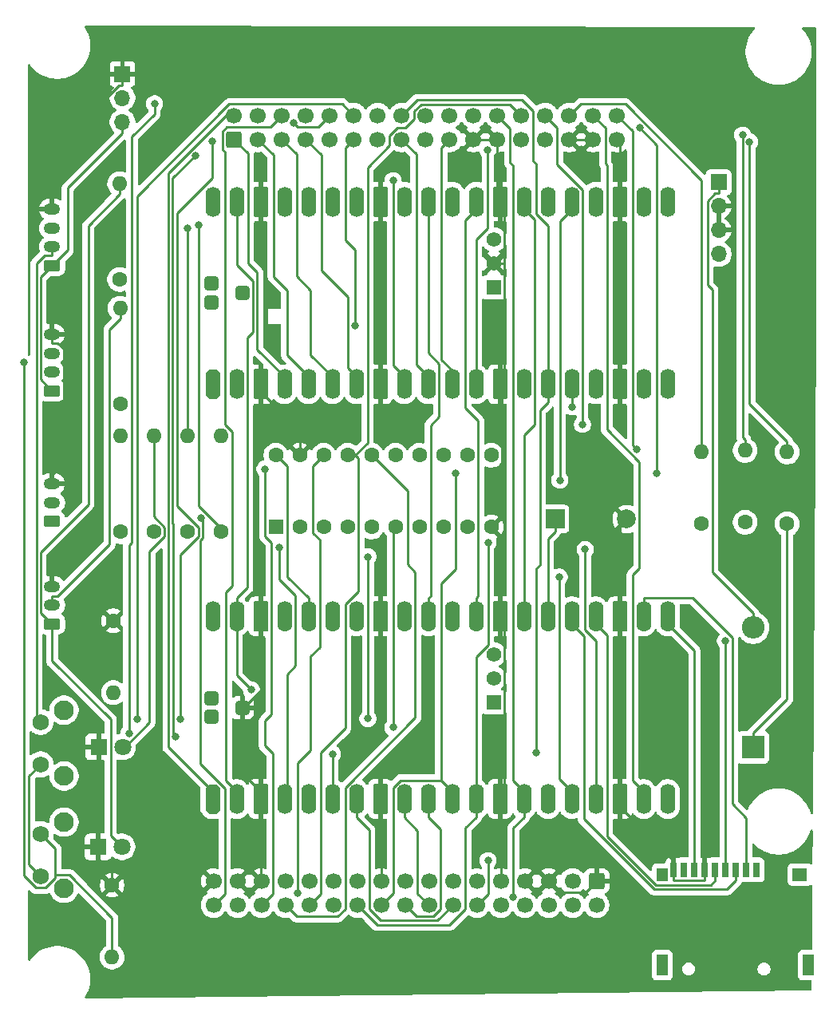
<source format=gbr>
%TF.GenerationSoftware,KiCad,Pcbnew,9.0.0*%
%TF.CreationDate,2025-03-03T15:33:34+01:00*%
%TF.ProjectId,X68KFDPI2,5836384b-4644-4504-9932-2e6b69636164,rev?*%
%TF.SameCoordinates,Original*%
%TF.FileFunction,Copper,L1,Top*%
%TF.FilePolarity,Positive*%
%FSLAX46Y46*%
G04 Gerber Fmt 4.6, Leading zero omitted, Abs format (unit mm)*
G04 Created by KiCad (PCBNEW 9.0.0) date 2025-03-03 15:33:34*
%MOMM*%
%LPD*%
G01*
G04 APERTURE LIST*
G04 Aperture macros list*
%AMRoundRect*
0 Rectangle with rounded corners*
0 $1 Rounding radius*
0 $2 $3 $4 $5 $6 $7 $8 $9 X,Y pos of 4 corners*
0 Add a 4 corners polygon primitive as box body*
4,1,4,$2,$3,$4,$5,$6,$7,$8,$9,$2,$3,0*
0 Add four circle primitives for the rounded corners*
1,1,$1+$1,$2,$3*
1,1,$1+$1,$4,$5*
1,1,$1+$1,$6,$7*
1,1,$1+$1,$8,$9*
0 Add four rect primitives between the rounded corners*
20,1,$1+$1,$2,$3,$4,$5,0*
20,1,$1+$1,$4,$5,$6,$7,0*
20,1,$1+$1,$6,$7,$8,$9,0*
20,1,$1+$1,$8,$9,$2,$3,0*%
%AMFreePoly0*
4,1,25,1.935306,0.780194,1.989950,0.741421,2.341421,0.389950,2.388777,0.314585,2.400000,0.248529,2.400000,-0.248529,2.380194,-0.335306,2.341421,-0.389950,1.989950,-0.741421,1.914585,-0.788777,1.848529,-0.800000,-0.248529,-0.800000,-0.335306,-0.780194,-0.389950,-0.741421,-0.741421,-0.389950,-0.788777,-0.314585,-0.800000,-0.248529,-0.800000,0.248529,-0.780194,0.335306,-0.741421,0.389950,
-0.389950,0.741421,-0.314585,0.788777,-0.248529,0.800000,1.848529,0.800000,1.935306,0.780194,1.935306,0.780194,$1*%
%AMFreePoly1*
4,1,25,0.335306,0.780194,0.389950,0.741421,0.741421,0.389950,0.788777,0.314585,0.800000,0.248529,0.800000,-0.248529,0.780194,-0.335306,0.741421,-0.389950,0.389950,-0.741421,0.314585,-0.788777,0.248529,-0.800000,-0.248529,-0.800000,-0.335306,-0.780194,-0.389950,-0.741421,-0.741421,-0.389950,-0.788777,-0.314585,-0.800000,-0.248529,-0.800000,0.248529,-0.780194,0.335306,-0.741421,0.389950,
-0.389950,0.741421,-0.314585,0.788777,-0.248529,0.800000,0.248529,0.800000,0.335306,0.780194,0.335306,0.780194,$1*%
G04 Aperture macros list end*
%TA.AperFunction,ComponentPad*%
%ADD10RoundRect,0.250000X0.625000X-0.350000X0.625000X0.350000X-0.625000X0.350000X-0.625000X-0.350000X0*%
%TD*%
%TA.AperFunction,ComponentPad*%
%ADD11O,1.750000X1.200000*%
%TD*%
%TA.AperFunction,ComponentPad*%
%ADD12C,1.600000*%
%TD*%
%TA.AperFunction,ComponentPad*%
%ADD13O,1.600000X1.600000*%
%TD*%
%TA.AperFunction,SMDPad,CuDef*%
%ADD14FreePoly0,90.000000*%
%TD*%
%TA.AperFunction,ComponentPad*%
%ADD15FreePoly1,90.000000*%
%TD*%
%TA.AperFunction,SMDPad,CuDef*%
%ADD16O,1.600000X3.200000*%
%TD*%
%TA.AperFunction,SMDPad,CuDef*%
%ADD17RoundRect,0.200000X0.600000X-1.400000X0.600000X1.400000X-0.600000X1.400000X-0.600000X-1.400000X0*%
%TD*%
%TA.AperFunction,ComponentPad*%
%ADD18RoundRect,0.200000X0.600000X-0.600000X0.600000X0.600000X-0.600000X0.600000X-0.600000X-0.600000X0*%
%TD*%
%TA.AperFunction,ComponentPad*%
%ADD19R,1.574800X1.574800*%
%TD*%
%TA.AperFunction,ComponentPad*%
%ADD20C,1.574800*%
%TD*%
%TA.AperFunction,TestPad*%
%ADD21RoundRect,0.300000X0.450000X-0.450000X0.450000X0.450000X-0.450000X0.450000X-0.450000X-0.450000X0*%
%TD*%
%TA.AperFunction,ComponentPad*%
%ADD22R,1.700000X1.700000*%
%TD*%
%TA.AperFunction,ComponentPad*%
%ADD23O,1.700000X1.700000*%
%TD*%
%TA.AperFunction,ComponentPad*%
%ADD24RoundRect,0.250000X0.550000X-0.550000X0.550000X0.550000X-0.550000X0.550000X-0.550000X-0.550000X0*%
%TD*%
%TA.AperFunction,ComponentPad*%
%ADD25RoundRect,0.250000X-0.600000X0.600000X-0.600000X-0.600000X0.600000X-0.600000X0.600000X0.600000X0*%
%TD*%
%TA.AperFunction,ComponentPad*%
%ADD26C,1.700000*%
%TD*%
%TA.AperFunction,ComponentPad*%
%ADD27R,1.800000X1.800000*%
%TD*%
%TA.AperFunction,ComponentPad*%
%ADD28C,1.800000*%
%TD*%
%TA.AperFunction,ComponentPad*%
%ADD29R,2.400000X2.400000*%
%TD*%
%TA.AperFunction,ComponentPad*%
%ADD30O,2.400000X2.400000*%
%TD*%
%TA.AperFunction,ComponentPad*%
%ADD31RoundRect,0.250000X0.600000X-0.600000X0.600000X0.600000X-0.600000X0.600000X-0.600000X-0.600000X0*%
%TD*%
%TA.AperFunction,ComponentPad*%
%ADD32C,2.100000*%
%TD*%
%TA.AperFunction,ComponentPad*%
%ADD33C,1.750000*%
%TD*%
%TA.AperFunction,ComponentPad*%
%ADD34R,2.000000X2.000000*%
%TD*%
%TA.AperFunction,ComponentPad*%
%ADD35C,2.000000*%
%TD*%
%TA.AperFunction,SMDPad,CuDef*%
%ADD36R,0.700000X1.600000*%
%TD*%
%TA.AperFunction,SMDPad,CuDef*%
%ADD37R,1.200000X2.200000*%
%TD*%
%TA.AperFunction,SMDPad,CuDef*%
%ADD38R,1.600000X1.400000*%
%TD*%
%TA.AperFunction,SMDPad,CuDef*%
%ADD39R,1.200000X1.400000*%
%TD*%
%TA.AperFunction,ViaPad*%
%ADD40C,0.800000*%
%TD*%
%TA.AperFunction,Conductor*%
%ADD41C,0.250000*%
%TD*%
G04 APERTURE END LIST*
D10*
%TO.P,J7,1,Pin_1*%
%TO.N,LED0R*%
X72900000Y-94235000D03*
D11*
%TO.P,J7,2,Pin_2*%
%TO.N,Net-(J7-Pin_2)*%
X72900000Y-92235000D03*
%TO.P,J7,3,Pin_3*%
%TO.N,GND*%
X72900000Y-90235000D03*
%TD*%
D12*
%TO.P,R2,1*%
%TO.N,LED_F1_Red*%
X80125000Y-81775000D03*
D13*
%TO.P,R2,2*%
%TO.N,Net-(J8-Pin_2)*%
X80125000Y-71615000D03*
%TD*%
D14*
%TO.P,U1,1,GPIO0*%
%TO.N,unconnected-(U1-GPIO0-Pad1)_1*%
X89960000Y-80480000D03*
D15*
%TO.N,unconnected-(U1-GPIO0-Pad1)*%
X89960000Y-78880000D03*
D16*
%TO.P,U1,2,GPIO1*%
%TO.N,unconnected-(U1-GPIO1-Pad2)_1*%
X92500000Y-79680000D03*
D12*
%TO.N,unconnected-(U1-GPIO1-Pad2)*%
X92500000Y-78880000D03*
D17*
%TO.P,U1,3,GND*%
%TO.N,GND*%
X95040000Y-79680000D03*
D18*
X95040000Y-78880000D03*
D16*
%TO.P,U1,4,GPIO2*%
%TO.N,~{OPT0}*%
X97580000Y-79680000D03*
D12*
X97580000Y-78880000D03*
D16*
%TO.P,U1,5,GPIO3*%
%TO.N,~{OPT1}*%
X100120000Y-79680000D03*
D12*
X100120000Y-78880000D03*
D16*
%TO.P,U1,6,GPIO4*%
%TO.N,~{OPT2}*%
X102660000Y-79680000D03*
D12*
X102660000Y-78880000D03*
D16*
%TO.P,U1,7,GPIO5*%
%TO.N,~{OPT3}*%
X105200000Y-79680000D03*
D12*
X105200000Y-78880000D03*
D17*
%TO.P,U1,8,GND*%
%TO.N,GND*%
X107740000Y-79680000D03*
D18*
X107740000Y-78880000D03*
D16*
%TO.P,U1,9,GPIO6*%
%TO.N,~{EJECT}*%
X110280000Y-79680000D03*
D12*
X110280000Y-78880000D03*
D16*
%TO.P,U1,10,GPIO7*%
%TO.N,~{INSERTED}*%
X112820000Y-79680000D03*
D12*
X112820000Y-78880000D03*
D16*
%TO.P,U1,11,GPIO8*%
%TO.N,~{FDDINT}*%
X115360000Y-79680000D03*
D12*
X115360000Y-78880000D03*
D16*
%TO.P,U1,12,GPIO9*%
%TO.N,~{ERROR}*%
X117900000Y-79680000D03*
D12*
X117900000Y-78880000D03*
D17*
%TO.P,U1,13,GND*%
%TO.N,GND*%
X120440000Y-79680000D03*
D18*
X120440000Y-78880000D03*
D16*
%TO.P,U1,14,GPIO10*%
%TO.N,~{EjectMSK}*%
X122980000Y-79680000D03*
D12*
X122980000Y-78880000D03*
D16*
%TO.P,U1,15,GPIO11*%
%TO.N,~{MOTOR}*%
X125520000Y-79680000D03*
D12*
X125520000Y-78880000D03*
D16*
%TO.P,U1,16,GPIO12*%
%TO.N,LEDFD0*%
X128060000Y-79680000D03*
D12*
X128060000Y-78880000D03*
D16*
%TO.P,U1,17,GPIO13*%
%TO.N,LEDFD1*%
X130600000Y-79680000D03*
D12*
X130600000Y-78880000D03*
D17*
%TO.P,U1,18,GND*%
%TO.N,GND*%
X133140000Y-79680000D03*
D18*
X133140000Y-78880000D03*
D16*
%TO.P,U1,19,GPIO14*%
%TO.N,LED_F0_Red*%
X135680000Y-79680000D03*
D12*
X135680000Y-78880000D03*
D16*
%TO.P,U1,20,GPIO15*%
%TO.N,LED_F1_Red*%
X138220000Y-79680000D03*
D12*
X138220000Y-78880000D03*
%TO.P,U1,21,GPIO16*%
%TO.N,BT_FD0*%
X138220000Y-61100000D03*
D16*
X138220000Y-60300000D03*
D12*
%TO.P,U1,22,GPIO17*%
%TO.N,BT_FD1*%
X135680000Y-61100000D03*
D16*
X135680000Y-60300000D03*
D18*
%TO.P,U1,23,GND*%
%TO.N,GND*%
X133140000Y-61100000D03*
D17*
X133140000Y-60300000D03*
D12*
%TO.P,U1,24,GPIO18*%
%TO.N,~{LED_BLINK}*%
X130600000Y-61100000D03*
D16*
X130600000Y-60300000D03*
D12*
%TO.P,U1,25,GPIO19*%
%TO.N,BT__LED_FD0*%
X128060000Y-61100000D03*
D16*
X128060000Y-60300000D03*
D12*
%TO.P,U1,26,GPIO20*%
%TO.N,BT__LED_FD1*%
X125520000Y-61100000D03*
D16*
X125520000Y-60300000D03*
D12*
%TO.P,U1,27,GPIO21*%
%TO.N,FD0_En*%
X122980000Y-61100000D03*
D16*
X122980000Y-60300000D03*
D18*
%TO.P,U1,28,GND*%
%TO.N,GND*%
X120440000Y-61100000D03*
D17*
X120440000Y-60300000D03*
D12*
%TO.P,U1,29,GPIO22*%
%TO.N,FD1_En*%
X117900000Y-61100000D03*
D16*
X117900000Y-60300000D03*
D12*
%TO.P,U1,30,RUN*%
%TO.N,unconnected-(U1-RUN-Pad30)*%
X115360000Y-61100000D03*
D16*
%TO.N,unconnected-(U1-RUN-Pad30)_1*%
X115360000Y-60300000D03*
D12*
%TO.P,U1,31,GPIO26_ADC0*%
%TO.N,Int{slash}Ext*%
X112820000Y-61100000D03*
D16*
X112820000Y-60300000D03*
D12*
%TO.P,U1,32,GPIO27_ADC1*%
%TO.N,unconnected-(U1-GPIO27_ADC1-Pad32)_1*%
X110280000Y-61100000D03*
D16*
%TO.N,unconnected-(U1-GPIO27_ADC1-Pad32)*%
X110280000Y-60300000D03*
D18*
%TO.P,U1,33,AGND*%
%TO.N,GND*%
X107740000Y-61100000D03*
D17*
X107740000Y-60300000D03*
D12*
%TO.P,U1,34,GPIO28_ADC2*%
%TO.N,unconnected-(U1-GPIO28_ADC2-Pad34)_1*%
X105200000Y-61100000D03*
D16*
%TO.N,unconnected-(U1-GPIO28_ADC2-Pad34)*%
X105200000Y-60300000D03*
D12*
%TO.P,U1,35,ADC_VREF*%
%TO.N,unconnected-(U1-ADC_VREF-Pad35)*%
X102660000Y-61100000D03*
D16*
%TO.N,unconnected-(U1-ADC_VREF-Pad35)_1*%
X102660000Y-60300000D03*
D12*
%TO.P,U1,36,3V3*%
%TO.N,unconnected-(U1-3V3-Pad36)*%
X100120000Y-61100000D03*
D16*
%TO.N,unconnected-(U1-3V3-Pad36)_1*%
X100120000Y-60300000D03*
D12*
%TO.P,U1,37,3V3_EN*%
%TO.N,unconnected-(U1-3V3_EN-Pad37)*%
X97580000Y-61100000D03*
D16*
%TO.N,unconnected-(U1-3V3_EN-Pad37)_1*%
X97580000Y-60300000D03*
D18*
%TO.P,U1,38,GND*%
%TO.N,GND*%
X95040000Y-61100000D03*
D17*
X95040000Y-60300000D03*
D12*
%TO.P,U1,39,VSYS*%
%TO.N,5vtoPico*%
X92500000Y-61100000D03*
D16*
X92500000Y-60300000D03*
D12*
%TO.P,U1,40,VBUS*%
%TO.N,unconnected-(U1-VBUS-Pad40)_1*%
X89960000Y-61100000D03*
D16*
%TO.N,unconnected-(U1-VBUS-Pad40)*%
X89960000Y-60300000D03*
D19*
%TO.P,U1,41,SWCLK*%
%TO.N,unconnected-(U1-SWCLK-Pad41)*%
X119790000Y-69405800D03*
D20*
%TO.P,U1,42,GND*%
%TO.N,GND*%
X119790000Y-66865800D03*
%TO.P,U1,43,SWDIO*%
%TO.N,unconnected-(U1-SWDIO-Pad43)*%
X119790000Y-64325800D03*
D21*
%TO.P,U1,51*%
%TO.N,N/C*%
X93090000Y-69990000D03*
%TO.P,U1,52*%
X89790000Y-68990000D03*
%TO.P,U1,53*%
X89790000Y-70990000D03*
%TD*%
D12*
%TO.P,R7,1*%
%TO.N,GND*%
X79400000Y-104765000D03*
D13*
%TO.P,R7,2*%
%TO.N,BT_FD0*%
X79400000Y-112385000D03*
%TD*%
D12*
%TO.P,R5,1*%
%TO.N,BT__LED_FD0*%
X87300000Y-95325000D03*
D13*
%TO.P,R5,2*%
%TO.N,Net-(J3-Pin_3)*%
X87300000Y-85165000D03*
%TD*%
D10*
%TO.P,J4,1,Pin_1*%
%TO.N,5vtoPico*%
X72900000Y-80385000D03*
D11*
%TO.P,J4,2,Pin_2*%
%TO.N,BT_FD1*%
X72900000Y-78385000D03*
%TO.P,J4,3,Pin_3*%
%TO.N,Net-(J4-Pin_3)*%
X72900000Y-76385000D03*
%TO.P,J4,4,Pin_4*%
%TO.N,GND*%
X72900000Y-74385000D03*
%TD*%
D22*
%TO.P,J9,1,Pin_1*%
%TO.N,+5V*%
X143650000Y-58250000D03*
D23*
%TO.P,J9,2,Pin_2*%
%TO.N,GND*%
X143650000Y-60790000D03*
%TO.P,J9,3,Pin_3*%
X143650000Y-63330000D03*
%TO.P,J9,4,Pin_4*%
%TO.N,unconnected-(J9-Pin_4-Pad4)*%
X143650000Y-65870000D03*
%TD*%
D12*
%TO.P,R1,1*%
%TO.N,LEDFD1*%
X80075000Y-68555000D03*
D13*
%TO.P,R1,2*%
%TO.N,LED1R*%
X80075000Y-58395000D03*
%TD*%
D24*
%TO.P,U2,1,A->B*%
%TO.N,LVC245_EN*%
X96650000Y-94825000D03*
D12*
%TO.P,U2,2,A0*%
%TO.N,~{INDEX3v3}*%
X99190000Y-94825000D03*
%TO.P,U2,3,A1*%
%TO.N,~{TRK03v3}*%
X101730000Y-94825000D03*
%TO.P,U2,4,A2*%
%TO.N,~{WPROT3v3}*%
X104270000Y-94825000D03*
%TO.P,U2,5,A3*%
%TO.N,~{RDATA3v3}*%
X106810000Y-94825000D03*
%TO.P,U2,6,A4*%
%TO.N,~{RDY3v3}*%
X109350000Y-94825000D03*
%TO.P,U2,7,A5*%
%TO.N,unconnected-(U2-A5-Pad7)*%
X111890000Y-94825000D03*
%TO.P,U2,8,A6*%
%TO.N,unconnected-(U2-A6-Pad8)*%
X114430000Y-94825000D03*
%TO.P,U2,9,A7*%
%TO.N,unconnected-(U2-A7-Pad9)*%
X116970000Y-94825000D03*
%TO.P,U2,10,GND*%
%TO.N,GND*%
X119510000Y-94825000D03*
%TO.P,U2,11,B7*%
%TO.N,unconnected-(U2-B7-Pad11)*%
X119510000Y-87205000D03*
%TO.P,U2,12,B6*%
%TO.N,unconnected-(U2-B6-Pad12)*%
X116970000Y-87205000D03*
%TO.P,U2,13,B5*%
%TO.N,unconnected-(U2-B5-Pad13)*%
X114430000Y-87205000D03*
%TO.P,U2,14,B4*%
%TO.N,~{RDY}*%
X111890000Y-87205000D03*
%TO.P,U2,15,B3*%
%TO.N,~{RDATA}*%
X109350000Y-87205000D03*
%TO.P,U2,16,B2*%
%TO.N,~{WPROT}*%
X106810000Y-87205000D03*
%TO.P,U2,17,B1*%
%TO.N,~{TRK0}*%
X104270000Y-87205000D03*
%TO.P,U2,18,B0*%
%TO.N,~{INDEX}*%
X101730000Y-87205000D03*
%TO.P,U2,19,CE*%
%TO.N,GND*%
X99190000Y-87205000D03*
%TO.P,U2,20,VCC*%
%TO.N,+3.3V*%
X96650000Y-87205000D03*
%TD*%
%TO.P,R8,1*%
%TO.N,GND*%
X79275000Y-132825000D03*
D13*
%TO.P,R8,2*%
%TO.N,BT_FD1*%
X79275000Y-140445000D03*
%TD*%
D12*
%TO.P,R4,1*%
%TO.N,LEDFD0*%
X83700000Y-95325000D03*
D13*
%TO.P,R4,2*%
%TO.N,LED0R*%
X83700000Y-85165000D03*
%TD*%
D12*
%TO.P,R3,1*%
%TO.N,LED_F0_Red*%
X80200000Y-95325000D03*
D13*
%TO.P,R3,2*%
%TO.N,Net-(J7-Pin_2)*%
X80200000Y-85165000D03*
%TD*%
D12*
%TO.P,R9,1*%
%TO.N,5vtoPico*%
X141825000Y-94495000D03*
D13*
%TO.P,R9,2*%
%TO.N,~{RDATA}*%
X141825000Y-86875000D03*
%TD*%
D25*
%TO.P,J1,1,Pin_1*%
%TO.N,GND*%
X130685000Y-132385000D03*
D26*
%TO.P,J1,2,Pin_2*%
%TO.N,~{DENSITY}*%
X130685000Y-134925000D03*
%TO.P,J1,3,Pin_3*%
%TO.N,unconnected-(J1-Pin_3-Pad3)*%
X128145000Y-132385000D03*
%TO.P,J1,4,Pin_4*%
%TO.N,unconnected-(J1-Pin_4-Pad4)*%
X128145000Y-134925000D03*
%TO.P,J1,5,Pin_5*%
%TO.N,GND*%
X125605000Y-132385000D03*
%TO.P,J1,6,Pin_6*%
%TO.N,~{DS3}*%
X125605000Y-134925000D03*
%TO.P,J1,7,Pin_7*%
%TO.N,GND*%
X123065000Y-132385000D03*
%TO.P,J1,8,Pin_8*%
%TO.N,~{INDEX}*%
X123065000Y-134925000D03*
%TO.P,J1,9,Pin_9*%
%TO.N,GND*%
X120525000Y-132385000D03*
%TO.P,J1,10,Pin_10*%
%TO.N,~{DS0}*%
X120525000Y-134925000D03*
%TO.P,J1,11,Pin_11*%
%TO.N,GND*%
X117985000Y-132385000D03*
%TO.P,J1,12,Pin_12*%
%TO.N,~{DS1}*%
X117985000Y-134925000D03*
%TO.P,J1,13,Pin_13*%
%TO.N,GND*%
X115445000Y-132385000D03*
%TO.P,J1,14,Pin_14*%
%TO.N,~{DS2}*%
X115445000Y-134925000D03*
%TO.P,J1,15,Pin_15*%
%TO.N,GND*%
X112905000Y-132385000D03*
%TO.P,J1,16,Pin_16*%
%TO.N,~{MOTOR}*%
X112905000Y-134925000D03*
%TO.P,J1,17,Pin_17*%
%TO.N,GND*%
X110365000Y-132385000D03*
%TO.P,J1,18,Pin_18*%
%TO.N,~{DIR}*%
X110365000Y-134925000D03*
%TO.P,J1,19,Pin_19*%
%TO.N,GND*%
X107825000Y-132385000D03*
%TO.P,J1,20,Pin_20*%
%TO.N,~{STEP}*%
X107825000Y-134925000D03*
%TO.P,J1,21,Pin_21*%
%TO.N,GND*%
X105285000Y-132385000D03*
%TO.P,J1,22,Pin_22*%
%TO.N,~{WDATA}*%
X105285000Y-134925000D03*
%TO.P,J1,23,Pin_23*%
%TO.N,GND*%
X102745000Y-132385000D03*
%TO.P,J1,24,Pin_24*%
%TO.N,~{WGATE}*%
X102745000Y-134925000D03*
%TO.P,J1,25,Pin_25*%
%TO.N,GND*%
X100205000Y-132385000D03*
%TO.P,J1,26,Pin_26*%
%TO.N,~{TRK0}*%
X100205000Y-134925000D03*
%TO.P,J1,27,Pin_27*%
%TO.N,GND*%
X97665000Y-132385000D03*
%TO.P,J1,28,Pin_28*%
%TO.N,~{WPROT}*%
X97665000Y-134925000D03*
%TO.P,J1,29,Pin_29*%
%TO.N,GND*%
X95125000Y-132385000D03*
%TO.P,J1,30,Pin_30*%
%TO.N,~{RDATA}*%
X95125000Y-134925000D03*
%TO.P,J1,31,Pin_31*%
%TO.N,GND*%
X92585000Y-132385000D03*
%TO.P,J1,32,Pin_32*%
%TO.N,~{SIDE}*%
X92585000Y-134925000D03*
%TO.P,J1,33,Pin_33*%
%TO.N,GND*%
X90045000Y-132385000D03*
%TO.P,J1,34,Pin_34*%
%TO.N,~{RDY}*%
X90045000Y-134925000D03*
%TD*%
D14*
%TO.P,RP1,1,G0*%
%TO.N,~{DENSITY}*%
X89960000Y-124480000D03*
D15*
X89960000Y-122880000D03*
D16*
%TO.P,RP1,2,G1*%
%TO.N,~{DS3}*%
X92500000Y-123680000D03*
D12*
X92500000Y-122880000D03*
D17*
%TO.P,RP1,3,GND*%
%TO.N,GND*%
X95040000Y-123680000D03*
D18*
X95040000Y-122880000D03*
D16*
%TO.P,RP1,4,G2*%
%TO.N,~{INDEX3v3}*%
X97580000Y-123680000D03*
D12*
X97580000Y-122880000D03*
D16*
%TO.P,RP1,5,G3*%
%TO.N,~{DS0}*%
X100120000Y-123680000D03*
D12*
X100120000Y-122880000D03*
D16*
%TO.P,RP1,6,G4*%
%TO.N,~{DS1}*%
X102660000Y-123680000D03*
D12*
X102660000Y-122880000D03*
D16*
%TO.P,RP1,7,G5*%
%TO.N,~{DS2}*%
X105200000Y-123680000D03*
D12*
X105200000Y-122880000D03*
D17*
%TO.P,RP1,8,GND*%
%TO.N,GND*%
X107740000Y-123680000D03*
D18*
X107740000Y-122880000D03*
D16*
%TO.P,RP1,9,G6*%
%TO.N,~{MOTOR}*%
X110280000Y-123680000D03*
D12*
X110280000Y-122880000D03*
D16*
%TO.P,RP1,10,G7*%
%TO.N,~{DIR}*%
X112820000Y-123680000D03*
D12*
X112820000Y-122880000D03*
D16*
%TO.P,RP1,11,G8*%
%TO.N,~{STEP}*%
X115360000Y-123680000D03*
D12*
X115360000Y-122880000D03*
D16*
%TO.P,RP1,12,G9*%
%TO.N,~{WDATA}*%
X117900000Y-123680000D03*
D12*
X117900000Y-122880000D03*
D17*
%TO.P,RP1,13,GND*%
%TO.N,GND*%
X120440000Y-123680000D03*
D18*
X120440000Y-122880000D03*
D16*
%TO.P,RP1,14,G10*%
%TO.N,~{WGATE}*%
X122980000Y-123680000D03*
D12*
X122980000Y-122880000D03*
D16*
%TO.P,RP1,15,G11*%
%TO.N,~{TRK03v3}*%
X125520000Y-123680000D03*
D12*
X125520000Y-122880000D03*
D16*
%TO.P,RP1,16,G12*%
%TO.N,~{WPROT3v3}*%
X128060000Y-123680000D03*
D12*
X128060000Y-122880000D03*
D16*
%TO.P,RP1,17,G13*%
%TO.N,~{RDATA3v3}*%
X130600000Y-123680000D03*
D12*
X130600000Y-122880000D03*
D17*
%TO.P,RP1,18,GND*%
%TO.N,GND*%
X133140000Y-123680000D03*
D18*
X133140000Y-122880000D03*
D16*
%TO.P,RP1,19,G14*%
%TO.N,~{SIDE}*%
X135680000Y-123680000D03*
D12*
X135680000Y-122880000D03*
D16*
%TO.P,RP1,20,G15*%
%TO.N,~{RDY3v3}*%
X138220000Y-123680000D03*
D12*
X138220000Y-122880000D03*
%TO.P,RP1,21,G16*%
%TO.N,MISO*%
X138220000Y-105100000D03*
D16*
X138220000Y-104300000D03*
D12*
%TO.P,RP1,22,G17*%
%TO.N,CS*%
X135680000Y-105100000D03*
D16*
X135680000Y-104300000D03*
D18*
%TO.P,RP1,23,GND*%
%TO.N,GND*%
X133140000Y-105100000D03*
D17*
X133140000Y-104300000D03*
D12*
%TO.P,RP1,24,G18*%
%TO.N,SCK*%
X130600000Y-105100000D03*
D16*
X130600000Y-104300000D03*
D12*
%TO.P,RP1,25,G19*%
%TO.N,MOSI*%
X128060000Y-105100000D03*
D16*
X128060000Y-104300000D03*
D12*
%TO.P,RP1,26,G20*%
%TO.N,Buzzer*%
X125520000Y-105100000D03*
D16*
X125520000Y-104300000D03*
D12*
%TO.P,RP1,27,G21*%
%TO.N,FD0_En*%
X122980000Y-105100000D03*
D16*
X122980000Y-104300000D03*
D18*
%TO.P,RP1,28,GND*%
%TO.N,GND*%
X120440000Y-105100000D03*
D17*
X120440000Y-104300000D03*
D12*
%TO.P,RP1,29,G22*%
%TO.N,FD1_En*%
X117900000Y-105100000D03*
D16*
X117900000Y-104300000D03*
D12*
%TO.P,RP1,30,RUN*%
%TO.N,unconnected-(RP1-RUN-Pad30)_1*%
X115360000Y-105100000D03*
D16*
%TO.N,unconnected-(RP1-RUN-Pad30)*%
X115360000Y-104300000D03*
D12*
%TO.P,RP1,31,G26*%
%TO.N,Int{slash}Ext*%
X112820000Y-105100000D03*
D16*
X112820000Y-104300000D03*
D12*
%TO.P,RP1,32,G27*%
%TO.N,LVC245_EN*%
X110280000Y-105100000D03*
D16*
X110280000Y-104300000D03*
D18*
%TO.P,RP1,33,A_GND*%
%TO.N,GND*%
X107740000Y-105100000D03*
D17*
X107740000Y-104300000D03*
D12*
%TO.P,RP1,34,G28*%
%TO.N,unconnected-(RP1-G28-Pad34)*%
X105200000Y-105100000D03*
D16*
%TO.N,unconnected-(RP1-G28-Pad34)_1*%
X105200000Y-104300000D03*
D12*
%TO.P,RP1,35,ADC_VREF*%
%TO.N,unconnected-(RP1-ADC_VREF-Pad35)*%
X102660000Y-105100000D03*
D16*
%TO.N,unconnected-(RP1-ADC_VREF-Pad35)_1*%
X102660000Y-104300000D03*
D12*
%TO.P,RP1,36,3v3*%
%TO.N,+3.3V*%
X100120000Y-105100000D03*
D16*
X100120000Y-104300000D03*
D12*
%TO.P,RP1,37,3v3_EN*%
%TO.N,unconnected-(RP1-3v3_EN-Pad37)_1*%
X97580000Y-105100000D03*
D16*
%TO.N,unconnected-(RP1-3v3_EN-Pad37)*%
X97580000Y-104300000D03*
D18*
%TO.P,RP1,38,GND*%
%TO.N,GND*%
X95040000Y-105100000D03*
D17*
X95040000Y-104300000D03*
D12*
%TO.P,RP1,39,VSYS*%
%TO.N,5vtoPico*%
X92500000Y-105100000D03*
D16*
X92500000Y-104300000D03*
D12*
%TO.P,RP1,40,VBUS_5V*%
%TO.N,unconnected-(RP1-VBUS_5V-Pad40)_1*%
X89960000Y-105100000D03*
D16*
%TO.N,unconnected-(RP1-VBUS_5V-Pad40)*%
X89960000Y-104300000D03*
D19*
%TO.P,RP1,41*%
%TO.N,N/C*%
X119790000Y-113405800D03*
D20*
%TO.P,RP1,42*%
X119790000Y-110865800D03*
%TO.P,RP1,43*%
X119790000Y-108325800D03*
D21*
%TO.P,RP1,51,USBGND*%
%TO.N,GND*%
X93090000Y-113990000D03*
%TO.P,RP1,52,USB_DM*%
%TO.N,unconnected-(RP1-USB_DM-Pad52)*%
X89790000Y-112990000D03*
%TO.P,RP1,53,UDB_DP*%
%TO.N,unconnected-(RP1-UDB_DP-Pad53)*%
X89790000Y-114990000D03*
%TD*%
D12*
%TO.P,R10,1*%
%TO.N,5vtoPico*%
X146450000Y-94320000D03*
D13*
%TO.P,R10,2*%
%TO.N,~{WDATA}*%
X146450000Y-86700000D03*
%TD*%
D12*
%TO.P,R11,1*%
%TO.N,5vtoPico*%
X150900000Y-94495000D03*
D13*
%TO.P,R11,2*%
%TO.N,~{INDEX}*%
X150900000Y-86875000D03*
%TD*%
D22*
%TO.P,J13,1,Pin_1*%
%TO.N,GND*%
X80375000Y-46770000D03*
D23*
%TO.P,J13,2,Pin_2*%
%TO.N,Int{slash}Ext*%
X80375000Y-49310000D03*
%TO.P,J13,3,Pin_3*%
%TO.N,5vtoPico*%
X80375000Y-51850000D03*
%TD*%
D27*
%TO.P,D3,1,K*%
%TO.N,GND*%
X77785000Y-128750000D03*
D28*
%TO.P,D3,2,A*%
%TO.N,LED1R*%
X80325000Y-128750000D03*
%TD*%
D29*
%TO.P,D1,1,K*%
%TO.N,5vtoPico*%
X147300000Y-118200000D03*
D30*
%TO.P,D1,2,A*%
%TO.N,+5V*%
X147300000Y-105500000D03*
%TD*%
D31*
%TO.P,J2,1,Pin_1*%
%TO.N,~{OPT0}*%
X92220000Y-53715000D03*
D26*
%TO.P,J2,2,Pin_2*%
%TO.N,~{DENSITY}*%
X92220000Y-51175000D03*
%TO.P,J2,3,Pin_3*%
%TO.N,~{OPT1}*%
X94760000Y-53715000D03*
%TO.P,J2,4,Pin_4*%
%TO.N,unconnected-(J2-Pin_4-Pad4)*%
X94760000Y-51175000D03*
%TO.P,J2,5,Pin_5*%
%TO.N,~{OPT2}*%
X97300000Y-53715000D03*
%TO.P,J2,6,Pin_6*%
%TO.N,~{DS3}*%
X97300000Y-51175000D03*
%TO.P,J2,7,Pin_7*%
%TO.N,~{OPT3}*%
X99840000Y-53715000D03*
%TO.P,J2,8,Pin_8*%
%TO.N,~{INDEX}*%
X99840000Y-51175000D03*
%TO.P,J2,9,Pin_9*%
%TO.N,~{EJECT}*%
X102380000Y-53715000D03*
%TO.P,J2,10,Pin_10*%
%TO.N,~{DS0}*%
X102380000Y-51175000D03*
%TO.P,J2,11,Pin_11*%
%TO.N,~{EjectMSK}*%
X104920000Y-53715000D03*
%TO.P,J2,12,Pin_12*%
%TO.N,~{DS1}*%
X104920000Y-51175000D03*
%TO.P,J2,13,Pin_13*%
%TO.N,~{LED_BLINK}*%
X107460000Y-53715000D03*
%TO.P,J2,14,Pin_14*%
%TO.N,~{DS2}*%
X107460000Y-51175000D03*
%TO.P,J2,15,Pin_15*%
%TO.N,~{INSERTED}*%
X110000000Y-53715000D03*
%TO.P,J2,16,Pin_16*%
%TO.N,~{MOTOR}*%
X110000000Y-51175000D03*
%TO.P,J2,17,Pin_17*%
%TO.N,~{ERROR}*%
X112540000Y-53715000D03*
%TO.P,J2,18,Pin_18*%
%TO.N,~{DIR}*%
X112540000Y-51175000D03*
%TO.P,J2,19,Pin_19*%
%TO.N,~{FDDINT}*%
X115080000Y-53715000D03*
%TO.P,J2,20,Pin_20*%
%TO.N,~{STEP}*%
X115080000Y-51175000D03*
%TO.P,J2,21,Pin_21*%
%TO.N,GND*%
X117620000Y-53715000D03*
%TO.P,J2,22,Pin_22*%
%TO.N,~{WDATA}*%
X117620000Y-51175000D03*
%TO.P,J2,23,Pin_23*%
%TO.N,GND*%
X120160000Y-53715000D03*
%TO.P,J2,24,Pin_24*%
%TO.N,~{WGATE}*%
X120160000Y-51175000D03*
%TO.P,J2,25,Pin_25*%
%TO.N,GND*%
X122700000Y-53715000D03*
%TO.P,J2,26,Pin_26*%
%TO.N,~{TRK0}*%
X122700000Y-51175000D03*
%TO.P,J2,27,Pin_27*%
%TO.N,GND*%
X125240000Y-53715000D03*
%TO.P,J2,28,Pin_28*%
%TO.N,~{WPROT}*%
X125240000Y-51175000D03*
%TO.P,J2,29,Pin_29*%
%TO.N,GND*%
X127780000Y-53715000D03*
%TO.P,J2,30,Pin_30*%
%TO.N,~{RDATA}*%
X127780000Y-51175000D03*
%TO.P,J2,31,Pin_31*%
%TO.N,GND*%
X130320000Y-53715000D03*
%TO.P,J2,32,Pin_32*%
%TO.N,~{SIDE}*%
X130320000Y-51175000D03*
%TO.P,J2,33,Pin_33*%
%TO.N,GND*%
X132860000Y-53715000D03*
%TO.P,J2,34,Pin_34*%
%TO.N,~{RDY}*%
X132860000Y-51175000D03*
%TD*%
D32*
%TO.P,SW1,*%
%TO.N,*%
X74175000Y-121250000D03*
X74175000Y-114240000D03*
D33*
%TO.P,SW1,1,1*%
%TO.N,+3.3V*%
X71685000Y-120000000D03*
%TO.P,SW1,2,2*%
%TO.N,BT_FD0*%
X71685000Y-115500000D03*
%TD*%
D10*
%TO.P,J8,1,Pin_1*%
%TO.N,LED1R*%
X72900000Y-105110000D03*
D11*
%TO.P,J8,2,Pin_2*%
%TO.N,Net-(J8-Pin_2)*%
X72900000Y-103110000D03*
%TO.P,J8,3,Pin_3*%
%TO.N,GND*%
X72900000Y-101110000D03*
%TD*%
D34*
%TO.P,BZ1,1,+*%
%TO.N,Buzzer*%
X126275000Y-93975000D03*
D35*
%TO.P,BZ1,2,-*%
%TO.N,GND*%
X133875000Y-93975000D03*
%TD*%
D36*
%TO.P,J11,1,DAT2*%
%TO.N,unconnected-(J11-DAT2-Pad1)*%
X147650032Y-131200045D03*
%TO.P,J11,2,DAT3/CD*%
%TO.N,CS*%
X146550032Y-131200045D03*
%TO.P,J11,3,CMD*%
%TO.N,MOSI*%
X145450032Y-131200045D03*
%TO.P,J11,4,VDD*%
%TO.N,+3.3V*%
X144350032Y-131200045D03*
%TO.P,J11,5,CLK*%
%TO.N,SCK*%
X143250032Y-131200045D03*
%TO.P,J11,6,VSS*%
%TO.N,GND*%
X142150032Y-131200045D03*
%TO.P,J11,7,DAT0*%
%TO.N,MISO*%
X141050032Y-131200045D03*
%TO.P,J11,8,DAT1*%
%TO.N,unconnected-(J11-DAT1-Pad8)*%
X139950032Y-131200045D03*
%TO.P,J11,9,SHIELD*%
%TO.N,GND*%
X138850032Y-131200045D03*
D37*
%TO.P,J11,SH*%
%TO.N,N/C*%
X153150032Y-141300045D03*
D38*
X152250032Y-131700045D03*
D37*
X137650032Y-141300045D03*
D39*
X137650032Y-131700045D03*
%TD*%
D32*
%TO.P,SW2,*%
%TO.N,*%
X74175000Y-133135000D03*
X74175000Y-126125000D03*
D33*
%TO.P,SW2,1,1*%
%TO.N,+3.3V*%
X71685000Y-131885000D03*
%TO.P,SW2,2,2*%
%TO.N,BT_FD1*%
X71685000Y-127385000D03*
%TD*%
D10*
%TO.P,J3,1,Pin_1*%
%TO.N,5vtoPico*%
X72900000Y-67110000D03*
D11*
%TO.P,J3,2,Pin_2*%
%TO.N,BT_FD0*%
X72900000Y-65110000D03*
%TO.P,J3,3,Pin_3*%
%TO.N,Net-(J3-Pin_3)*%
X72900000Y-63110000D03*
%TO.P,J3,4,Pin_4*%
%TO.N,GND*%
X72900000Y-61110000D03*
%TD*%
D27*
%TO.P,D2,1,K*%
%TO.N,GND*%
X77860000Y-118150000D03*
D28*
%TO.P,D2,2,A*%
%TO.N,LED0R*%
X80400000Y-118150000D03*
%TD*%
D12*
%TO.P,R6,1*%
%TO.N,BT__LED_FD1*%
X90875000Y-95325000D03*
D13*
%TO.P,R6,2*%
%TO.N,Net-(J4-Pin_3)*%
X90875000Y-85165000D03*
%TD*%
D40*
%TO.N,~{RDATA3v3}*%
X129473300Y-97202600D03*
%TO.N,~{TRK03v3}*%
X106419800Y-97977000D03*
X106419800Y-115156800D03*
%TO.N,~{INDEX3v3}*%
X97011300Y-97003700D03*
%TO.N,~{RDY3v3}*%
X109097100Y-116085300D03*
%TO.N,~{WPROT3v3}*%
X126730500Y-100124700D03*
%TO.N,5vtoPico*%
X94036500Y-112097400D03*
%TO.N,+3.3V*%
X144348400Y-106927700D03*
%TO.N,BT__LED_FD1*%
X88450300Y-62774300D03*
%TO.N,BT__LED_FD0*%
X126790000Y-89847100D03*
%TO.N,Net-(J3-Pin_3)*%
X87300000Y-63110000D03*
%TO.N,LEDFD0*%
X128060000Y-82064300D03*
%TO.N,BT_FD1*%
X69896500Y-77392700D03*
%TO.N,~{ERROR}*%
X119124900Y-54798700D03*
%TO.N,~{EjectMSK}*%
X105089000Y-73446000D03*
%TO.N,~{EJECT}*%
X109097000Y-58072900D03*
%TO.N,~{RDY}*%
X134937200Y-86564500D03*
X88739000Y-93890200D03*
%TO.N,~{RDATA}*%
X95505300Y-88668700D03*
%TO.N,~{WPROT}*%
X129186700Y-83936700D03*
%TO.N,~{WGATE}*%
X121856300Y-134070400D03*
%TO.N,~{WDATA}*%
X146178300Y-53247800D03*
X119169700Y-96472100D03*
%TO.N,~{STEP}*%
X135261400Y-52504100D03*
X137088400Y-89091100D03*
X115700000Y-89091100D03*
%TO.N,~{DIR}*%
X89872400Y-53906200D03*
X86488400Y-115230900D03*
%TO.N,~{MOTOR}*%
X124250000Y-118768600D03*
%TO.N,~{DS2}*%
X88131900Y-55406000D03*
X85979300Y-117064000D03*
%TO.N,~{DS1}*%
X119165800Y-130208700D03*
X81914900Y-115233200D03*
X102660000Y-118912000D03*
%TO.N,~{DS0}*%
X98570100Y-51989700D03*
X83783700Y-49936300D03*
X81078300Y-116700600D03*
%TO.N,~{INDEX}*%
X146905000Y-53957500D03*
X98935100Y-133655100D03*
%TD*%
D41*
%TO.N,~{RDATA3v3}*%
X130600000Y-124480000D02*
X130600000Y-122880000D01*
X129473300Y-105756800D02*
X129473300Y-97202600D01*
X130600000Y-106883500D02*
X129473300Y-105756800D01*
X130600000Y-122880000D02*
X130600000Y-106883500D01*
%TO.N,~{TRK03v3}*%
X125520000Y-122880000D02*
X125520000Y-124480000D01*
X106419800Y-97977000D02*
X106419800Y-115156800D01*
%TO.N,~{INDEX3v3}*%
X97580000Y-122880000D02*
X97580000Y-124480000D01*
X97011300Y-100395400D02*
X97011300Y-97003700D01*
X98725000Y-102109100D02*
X97011300Y-100395400D01*
X98725000Y-109548900D02*
X98725000Y-102109100D01*
X97850000Y-110423900D02*
X98725000Y-109548900D01*
X97850000Y-122610000D02*
X97850000Y-110423900D01*
X97580000Y-122880000D02*
X97850000Y-122610000D01*
%TO.N,~{RDY3v3}*%
X138220000Y-122880000D02*
X138220000Y-124480000D01*
X109097100Y-95077900D02*
X109350000Y-94825000D01*
X109097100Y-116085300D02*
X109097100Y-95077900D01*
%TO.N,~{WPROT3v3}*%
X128060000Y-122880000D02*
X128060000Y-124480000D01*
X126730500Y-121550500D02*
X126730500Y-100124700D01*
X128060000Y-122880000D02*
X126730500Y-121550500D01*
%TO.N,LED1R*%
X79129900Y-127554900D02*
X80325000Y-128750000D01*
X79129900Y-115241300D02*
X79129900Y-127554900D01*
X72900000Y-109011400D02*
X79129900Y-115241300D01*
X72900000Y-105110000D02*
X72900000Y-109011400D01*
X80075000Y-58395000D02*
X80075000Y-59521700D01*
X76741300Y-62855400D02*
X80075000Y-59521700D01*
X76741300Y-92419300D02*
X76741300Y-62855400D01*
X71691700Y-97468900D02*
X76741300Y-92419300D01*
X71691700Y-103901700D02*
X71691700Y-97468900D01*
X72900000Y-105110000D02*
X71691700Y-103901700D01*
%TO.N,FD1_En*%
X117900000Y-103500000D02*
X117900000Y-105100000D01*
X117900000Y-59500000D02*
X117900000Y-61100000D01*
X116746500Y-62253500D02*
X117900000Y-61100000D01*
X116746500Y-82188800D02*
X116746500Y-62253500D01*
X118127500Y-83569800D02*
X116746500Y-82188800D01*
X118127500Y-102145800D02*
X118127500Y-83569800D01*
X117900000Y-102373300D02*
X118127500Y-102145800D01*
X117900000Y-103500000D02*
X117900000Y-102373300D01*
%TO.N,FD0_En*%
X122980000Y-103500000D02*
X122980000Y-105100000D01*
X122980000Y-59500000D02*
X122980000Y-61100000D01*
X124116200Y-62236200D02*
X122980000Y-61100000D01*
X124116200Y-83961700D02*
X124116200Y-62236200D01*
X122980000Y-85097900D02*
X124116200Y-83961700D01*
X122980000Y-103500000D02*
X122980000Y-85097900D01*
%TO.N,LVC245_EN*%
X110280000Y-103500000D02*
X110280000Y-105100000D01*
%TO.N,Int{slash}Ext*%
X112820000Y-103500000D02*
X112820000Y-105100000D01*
X112820000Y-103500000D02*
X112820000Y-102373300D01*
X112820000Y-59500000D02*
X112820000Y-61100000D01*
X113061400Y-102131900D02*
X112820000Y-102373300D01*
X113061400Y-84013700D02*
X113061400Y-102131900D01*
X113965000Y-83110100D02*
X113061400Y-84013700D01*
X113965000Y-77485200D02*
X113965000Y-83110100D01*
X112820000Y-76340200D02*
X113965000Y-77485200D01*
X112820000Y-61100000D02*
X112820000Y-76340200D01*
%TO.N,Buzzer*%
X126275000Y-93975000D02*
X126275000Y-95301700D01*
X125520000Y-96056700D02*
X125520000Y-103500000D01*
X126275000Y-95301700D02*
X125520000Y-96056700D01*
X125520000Y-103500000D02*
X125520000Y-105100000D01*
%TO.N,5vtoPico*%
X150900000Y-113073300D02*
X150900000Y-94495000D01*
X147300000Y-116673300D02*
X150900000Y-113073300D01*
X147300000Y-118200000D02*
X147300000Y-116673300D01*
X71685000Y-79170000D02*
X72900000Y-80385000D01*
X71685000Y-68325000D02*
X71685000Y-79170000D01*
X72900000Y-67110000D02*
X71685000Y-68325000D01*
X74559300Y-65450700D02*
X72900000Y-67110000D01*
X74559300Y-58842400D02*
X74559300Y-65450700D01*
X80375000Y-53026700D02*
X74559300Y-58842400D01*
X80375000Y-51850000D02*
X80375000Y-53026700D01*
X92500000Y-59500000D02*
X92500000Y-61100000D01*
X93626700Y-101246600D02*
X92500000Y-102373300D01*
X93626700Y-74730500D02*
X93626700Y-101246600D01*
X94198200Y-74159000D02*
X93626700Y-74730500D01*
X94198200Y-68743300D02*
X94198200Y-74159000D01*
X92500000Y-67045100D02*
X94198200Y-68743300D01*
X92500000Y-61100000D02*
X92500000Y-67045100D01*
X92500000Y-103500000D02*
X92500000Y-102373300D01*
X92500000Y-110560900D02*
X92500000Y-105100000D01*
X94036500Y-112097400D02*
X92500000Y-110560900D01*
X92500000Y-105100000D02*
X92500000Y-103500000D01*
%TO.N,+3.3V*%
X144350000Y-106929300D02*
X144348400Y-106927700D01*
X144350000Y-131200100D02*
X144350000Y-106929300D01*
X97848200Y-100101500D02*
X100120000Y-102373300D01*
X97848200Y-88403200D02*
X97848200Y-100101500D01*
X96650000Y-87205000D02*
X97848200Y-88403200D01*
X100120000Y-102936600D02*
X100120000Y-102373300D01*
X100120000Y-102936600D02*
X100120000Y-103500000D01*
X100120000Y-103500000D02*
X100120000Y-105100000D01*
X70447700Y-121237300D02*
X71685000Y-120000000D01*
X70447700Y-130647700D02*
X70447700Y-121237300D01*
X71685000Y-131885000D02*
X70447700Y-130647700D01*
%TO.N,SCK*%
X143250000Y-131200100D02*
X143250000Y-132326800D01*
X131783000Y-106283000D02*
X130600000Y-105100000D01*
X131783000Y-127623500D02*
X131783000Y-106283000D01*
X136943400Y-132783900D02*
X131783000Y-127623500D01*
X142792900Y-132783900D02*
X136943400Y-132783900D01*
X143250000Y-132326800D02*
X142792900Y-132783900D01*
X130600000Y-103500000D02*
X130600000Y-105100000D01*
%TO.N,MOSI*%
X145450000Y-131200100D02*
X145450000Y-132326800D01*
X128060000Y-103500000D02*
X128060000Y-105100000D01*
X144515600Y-133261200D02*
X145450000Y-132326800D01*
X136779800Y-133261200D02*
X144515600Y-133261200D01*
X129330000Y-125811400D02*
X136779800Y-133261200D01*
X129330000Y-106370000D02*
X129330000Y-125811400D01*
X128060000Y-105100000D02*
X129330000Y-106370000D01*
%TO.N,CS*%
X140848500Y-102373300D02*
X135680000Y-102373300D01*
X145075200Y-106600000D02*
X140848500Y-102373300D01*
X145075200Y-124213000D02*
X145075200Y-106600000D01*
X146550000Y-125687800D02*
X145075200Y-124213000D01*
X146550000Y-131200100D02*
X146550000Y-125687800D01*
X135680000Y-102936600D02*
X135680000Y-102373300D01*
X135680000Y-102936600D02*
X135680000Y-103500000D01*
X135680000Y-103500000D02*
X135680000Y-105100000D01*
%TO.N,MISO*%
X141050000Y-107930000D02*
X138220000Y-105100000D01*
X141050000Y-131200100D02*
X141050000Y-107930000D01*
X138220000Y-103500000D02*
X138220000Y-105100000D01*
%TO.N,Net-(J8-Pin_2)*%
X73479200Y-102183300D02*
X72900000Y-102183300D01*
X78998300Y-96664200D02*
X73479200Y-102183300D01*
X78998300Y-73868400D02*
X78998300Y-96664200D01*
X80125000Y-72741700D02*
X78998300Y-73868400D01*
X80125000Y-71615000D02*
X80125000Y-72741700D01*
X72900000Y-103110000D02*
X72900000Y-102183300D01*
%TO.N,LED0R*%
X83700000Y-85165000D02*
X83700000Y-86291700D01*
X83700000Y-93731500D02*
X83700000Y-86291700D01*
X84826700Y-94858200D02*
X83700000Y-93731500D01*
X84826700Y-95791800D02*
X84826700Y-94858200D01*
X83233200Y-97385300D02*
X84826700Y-95791800D01*
X83233200Y-115573400D02*
X83233200Y-97385300D01*
X80656600Y-118150000D02*
X83233200Y-115573400D01*
X80400000Y-118150000D02*
X80656600Y-118150000D01*
%TO.N,BT__LED_FD1*%
X125520000Y-59500000D02*
X125520000Y-61100000D01*
X88450300Y-92573800D02*
X88450300Y-62774300D01*
X90875000Y-94998500D02*
X88450300Y-92573800D01*
X90875000Y-95325000D02*
X90875000Y-94998500D01*
%TO.N,BT__LED_FD0*%
X128060000Y-59500000D02*
X128060000Y-61100000D01*
X126790000Y-62370000D02*
X126790000Y-89847100D01*
X128060000Y-61100000D02*
X126790000Y-62370000D01*
%TO.N,Net-(J3-Pin_3)*%
X87300000Y-85165000D02*
X87300000Y-63110000D01*
%TO.N,LED_F1_Red*%
X138220000Y-78880000D02*
X138220000Y-80480000D01*
%TO.N,LED_F0_Red*%
X135680000Y-78880000D02*
X135680000Y-80480000D01*
%TO.N,~{LED_BLINK}*%
X130600000Y-59500000D02*
X130600000Y-61100000D01*
%TO.N,LEDFD1*%
X130600000Y-78880000D02*
X130600000Y-80480000D01*
%TO.N,LEDFD0*%
X128060000Y-78880000D02*
X128060000Y-80480000D01*
X128060000Y-80480000D02*
X128060000Y-81606700D01*
X128060000Y-81606700D02*
X128060000Y-82064300D01*
%TO.N,BT_FD1*%
X135680000Y-59500000D02*
X135680000Y-61100000D01*
X79275000Y-136281100D02*
X79275000Y-140445000D01*
X74730400Y-131736500D02*
X79275000Y-136281100D01*
X73250200Y-131736500D02*
X74730400Y-131736500D01*
X73250200Y-128950200D02*
X73250200Y-131736500D01*
X71685000Y-127385000D02*
X73250200Y-128950200D01*
X69896500Y-131824700D02*
X69896500Y-77392700D01*
X71168500Y-133096700D02*
X69896500Y-131824700D01*
X72172900Y-133096700D02*
X71168500Y-133096700D01*
X73250200Y-132019400D02*
X72172900Y-133096700D01*
X73250200Y-131736500D02*
X73250200Y-132019400D01*
%TO.N,BT_FD0*%
X72900000Y-65110000D02*
X72900000Y-66036700D01*
X138220000Y-59500000D02*
X138220000Y-61100000D01*
X71232900Y-115047900D02*
X71685000Y-115500000D01*
X71232900Y-66892900D02*
X71232900Y-115047900D01*
X72089100Y-66036700D02*
X71232900Y-66892900D01*
X72900000Y-66036700D02*
X72089100Y-66036700D01*
%TO.N,+5V*%
X143282200Y-59426700D02*
X143650000Y-59426700D01*
X142473300Y-60235600D02*
X143282200Y-59426700D01*
X142473300Y-69174800D02*
X142473300Y-60235600D01*
X142951700Y-69653200D02*
X142473300Y-69174800D01*
X142951700Y-99625000D02*
X142951700Y-69653200D01*
X147300000Y-103973300D02*
X142951700Y-99625000D01*
X147300000Y-105500000D02*
X147300000Y-103973300D01*
X143650000Y-58250000D02*
X143650000Y-59426700D01*
%TO.N,~{FDDINT}*%
X115360000Y-78241200D02*
X115360000Y-78880000D01*
X114213800Y-77095000D02*
X115360000Y-78241200D01*
X114213800Y-54581200D02*
X114213800Y-77095000D01*
X115080000Y-53715000D02*
X114213800Y-54581200D01*
X115360000Y-78880000D02*
X115360000Y-80480000D01*
%TO.N,~{ERROR}*%
X117900000Y-80480000D02*
X117900000Y-78880000D01*
X119124900Y-63113500D02*
X119124900Y-54798700D01*
X117900000Y-64338400D02*
X119124900Y-63113500D01*
X117900000Y-78880000D02*
X117900000Y-64338400D01*
%TO.N,~{INSERTED}*%
X112820000Y-78880000D02*
X112820000Y-80480000D01*
X111549700Y-55264700D02*
X110000000Y-53715000D01*
X111549700Y-77609700D02*
X111549700Y-55264700D01*
X112820000Y-78880000D02*
X111549700Y-77609700D01*
%TO.N,~{EjectMSK}*%
X122980000Y-78880000D02*
X122980000Y-80480000D01*
X105089000Y-65399500D02*
X105089000Y-73446000D01*
X104061100Y-64371600D02*
X105089000Y-65399500D01*
X104061100Y-54573900D02*
X104061100Y-64371600D01*
X104920000Y-53715000D02*
X104061100Y-54573900D01*
%TO.N,~{EJECT}*%
X110280000Y-78880000D02*
X110280000Y-80480000D01*
X109097000Y-77697000D02*
X109097000Y-58072900D01*
X110280000Y-78880000D02*
X109097000Y-77697000D01*
%TO.N,~{OPT3}*%
X105200000Y-78880000D02*
X105200000Y-80480000D01*
X104282000Y-77962000D02*
X105200000Y-78880000D01*
X104282000Y-70403800D02*
X104282000Y-77962000D01*
X101486600Y-67608400D02*
X104282000Y-70403800D01*
X101486600Y-55361600D02*
X101486600Y-67608400D01*
X99840000Y-53715000D02*
X101486600Y-55361600D01*
%TO.N,~{OPT2}*%
X102660000Y-78880000D02*
X102660000Y-80480000D01*
X98850000Y-55265000D02*
X97300000Y-53715000D01*
X98850000Y-68216600D02*
X98850000Y-55265000D01*
X100350000Y-69716600D02*
X98850000Y-68216600D01*
X100350000Y-76570000D02*
X100350000Y-69716600D01*
X102660000Y-78880000D02*
X100350000Y-76570000D01*
%TO.N,~{OPT1}*%
X100120000Y-78880000D02*
X100120000Y-80480000D01*
X97850000Y-76610000D02*
X100120000Y-78880000D01*
X97850000Y-69716600D02*
X97850000Y-76610000D01*
X96402600Y-68269200D02*
X97850000Y-69716600D01*
X96402600Y-55357600D02*
X96402600Y-68269200D01*
X94760000Y-53715000D02*
X96402600Y-55357600D01*
%TO.N,~{OPT0}*%
X97580000Y-78880000D02*
X97580000Y-80480000D01*
X93697300Y-55192300D02*
X92220000Y-53715000D01*
X93697300Y-66841000D02*
X93697300Y-55192300D01*
X94681700Y-67825400D02*
X93697300Y-66841000D01*
X94681700Y-75981700D02*
X94681700Y-67825400D01*
X97580000Y-78880000D02*
X94681700Y-75981700D01*
%TO.N,~{RDY}*%
X88878400Y-94029600D02*
X88739000Y-93890200D01*
X88878400Y-95978900D02*
X88878400Y-94029600D01*
X88655300Y-96202000D02*
X88878400Y-95978900D01*
X88655300Y-119981800D02*
X88655300Y-96202000D01*
X91235600Y-122562100D02*
X88655300Y-119981800D01*
X91235600Y-133734400D02*
X91235600Y-122562100D01*
X90045000Y-134925000D02*
X91235600Y-133734400D01*
X134524800Y-86152100D02*
X134937200Y-86564500D01*
X134524800Y-52839800D02*
X134524800Y-86152100D01*
X132860000Y-51175000D02*
X134524800Y-52839800D01*
%TO.N,~{SIDE}*%
X135680000Y-122880000D02*
X135680000Y-124480000D01*
X134497100Y-121697100D02*
X135680000Y-122880000D01*
X134497100Y-99902600D02*
X134497100Y-121697100D01*
X135229800Y-99169900D02*
X134497100Y-99902600D01*
X135229800Y-87912500D02*
X135229800Y-99169900D01*
X131782900Y-84465600D02*
X135229800Y-87912500D01*
X131782900Y-56470500D02*
X131782900Y-84465600D01*
X131602500Y-56290100D02*
X131782900Y-56470500D01*
X131602500Y-52457500D02*
X131602500Y-56290100D01*
X130320000Y-51175000D02*
X131602500Y-52457500D01*
%TO.N,~{RDATA}*%
X95505300Y-95783200D02*
X95505300Y-88668700D01*
X96174300Y-96452200D02*
X95505300Y-95783200D01*
X96174300Y-114690700D02*
X96174300Y-96452200D01*
X95463800Y-115401200D02*
X96174300Y-114690700D01*
X95463800Y-117996200D02*
X95463800Y-115401200D01*
X96310000Y-118842400D02*
X95463800Y-117996200D01*
X96310000Y-133740000D02*
X96310000Y-118842400D01*
X95125000Y-134925000D02*
X96310000Y-133740000D01*
X128996000Y-49959000D02*
X127780000Y-51175000D01*
X133744000Y-49959000D02*
X128996000Y-49959000D01*
X141825000Y-58040000D02*
X133744000Y-49959000D01*
X141825000Y-86875000D02*
X141825000Y-58040000D01*
%TO.N,~{WPROT}*%
X129186700Y-59033200D02*
X129186700Y-83936700D01*
X126510000Y-56356500D02*
X129186700Y-59033200D01*
X126510000Y-52445000D02*
X126510000Y-56356500D01*
X125240000Y-51175000D02*
X126510000Y-52445000D01*
X110620000Y-91015000D02*
X106810000Y-87205000D01*
X110620000Y-98796200D02*
X110620000Y-91015000D01*
X111434000Y-99610200D02*
X110620000Y-98796200D01*
X111434000Y-115052500D02*
X111434000Y-99610200D01*
X104015000Y-122471500D02*
X111434000Y-115052500D01*
X104015000Y-135327200D02*
X104015000Y-122471500D01*
X103220300Y-136121900D02*
X104015000Y-135327200D01*
X98861900Y-136121900D02*
X103220300Y-136121900D01*
X97665000Y-134925000D02*
X98861900Y-136121900D01*
%TO.N,~{TRK0}*%
X104270000Y-87205000D02*
X105066200Y-87205000D01*
X105403600Y-87542400D02*
X105066200Y-87205000D01*
X105403600Y-101617500D02*
X105403600Y-87542400D01*
X104015000Y-103006100D02*
X105403600Y-101617500D01*
X104015000Y-116147100D02*
X104015000Y-103006100D01*
X101390000Y-118772100D02*
X104015000Y-116147100D01*
X101390000Y-133740000D02*
X101390000Y-118772100D01*
X100205000Y-134925000D02*
X101390000Y-133740000D01*
X121501600Y-49976600D02*
X122700000Y-51175000D01*
X112074300Y-49976600D02*
X121501600Y-49976600D01*
X111363300Y-50687600D02*
X112074300Y-49976600D01*
X111363300Y-51512600D02*
X111363300Y-50687600D01*
X110430900Y-52445000D02*
X111363300Y-51512600D01*
X109569200Y-52445000D02*
X110430900Y-52445000D01*
X108730000Y-53284200D02*
X109569200Y-52445000D01*
X108730000Y-54345000D02*
X108730000Y-53284200D01*
X106382900Y-56692100D02*
X108730000Y-54345000D01*
X106382900Y-85888300D02*
X106382900Y-56692100D01*
X105066200Y-87205000D02*
X106382900Y-85888300D01*
%TO.N,~{WGATE}*%
X122980000Y-122880000D02*
X122980000Y-124480000D01*
X122980000Y-124480000D02*
X122980000Y-125606700D01*
X121856300Y-126730400D02*
X121856300Y-134070400D01*
X122980000Y-125606700D02*
X121856300Y-126730400D01*
X121797000Y-121697000D02*
X122980000Y-122880000D01*
X121797000Y-56468300D02*
X121797000Y-121697000D01*
X121507500Y-56178800D02*
X121797000Y-56468300D01*
X121507500Y-52522500D02*
X121507500Y-56178800D01*
X120160000Y-51175000D02*
X121507500Y-52522500D01*
%TO.N,~{WDATA}*%
X119169700Y-107370500D02*
X119169700Y-96472100D01*
X117900000Y-108640200D02*
X119169700Y-107370500D01*
X117900000Y-122880000D02*
X117900000Y-108640200D01*
X117900000Y-122880000D02*
X117900000Y-124480000D01*
X117900000Y-124480000D02*
X117900000Y-125606700D01*
X146450000Y-86700000D02*
X146450000Y-85573300D01*
X146178300Y-85301600D02*
X146178300Y-53247800D01*
X146450000Y-85573300D02*
X146178300Y-85301600D01*
X116773300Y-126733400D02*
X117900000Y-125606700D01*
X116773300Y-135326100D02*
X116773300Y-126733400D01*
X115066400Y-137033000D02*
X116773300Y-135326100D01*
X114759100Y-137033000D02*
X115066400Y-137033000D01*
X114757600Y-137034500D02*
X114759100Y-137033000D01*
X113046900Y-137034500D02*
X114757600Y-137034500D01*
X113045400Y-137033000D02*
X113046900Y-137034500D01*
X107393000Y-137033000D02*
X113045400Y-137033000D01*
X106911900Y-136551900D02*
X107393000Y-137033000D01*
X106909800Y-136551900D02*
X106911900Y-136551900D01*
X106540700Y-136182800D02*
X106909800Y-136551900D01*
X106540700Y-136180700D02*
X106540700Y-136182800D01*
X105285000Y-134925000D02*
X106540700Y-136180700D01*
%TO.N,~{STEP}*%
X115360000Y-124480000D02*
X115360000Y-122880000D01*
X137088400Y-54331100D02*
X137088400Y-89091100D01*
X135261400Y-52504100D02*
X137088400Y-54331100D01*
X109875300Y-121689400D02*
X114169400Y-121689400D01*
X109097100Y-122467600D02*
X109875300Y-121689400D01*
X109097100Y-133652900D02*
X109097100Y-122467600D01*
X107825000Y-134925000D02*
X109097100Y-133652900D01*
X115360000Y-122880000D02*
X114169400Y-121689400D01*
X115700000Y-99303400D02*
X115700000Y-89091100D01*
X114169400Y-100834000D02*
X115700000Y-99303400D01*
X114169400Y-121689400D02*
X114169400Y-100834000D01*
%TO.N,~{DIR}*%
X112820000Y-124480000D02*
X112820000Y-125606700D01*
X112820000Y-124480000D02*
X112820000Y-122880000D01*
X89872400Y-57806600D02*
X89872400Y-53906200D01*
X86158600Y-61520400D02*
X89872400Y-57806600D01*
X86158600Y-92590100D02*
X86158600Y-61520400D01*
X88426700Y-94858200D02*
X86158600Y-92590100D01*
X88426700Y-95791800D02*
X88426700Y-94858200D01*
X86488400Y-97730100D02*
X88426700Y-95791800D01*
X86488400Y-115230900D02*
X86488400Y-97730100D01*
X111566700Y-136126700D02*
X110365000Y-134925000D01*
X113367500Y-136126700D02*
X111566700Y-136126700D01*
X114120300Y-135373900D02*
X113367500Y-136126700D01*
X114120300Y-126907000D02*
X114120300Y-135373900D01*
X112820000Y-125606700D02*
X114120300Y-126907000D01*
%TO.N,~{MOTOR}*%
X111693300Y-133713300D02*
X112905000Y-134925000D01*
X111693300Y-127020000D02*
X111693300Y-133713300D01*
X110280000Y-125606700D02*
X111693300Y-127020000D01*
X110280000Y-124480000D02*
X110280000Y-125606700D01*
X125520000Y-78880000D02*
X125520000Y-80480000D01*
X110280000Y-122880000D02*
X110280000Y-124480000D01*
X111650100Y-49524900D02*
X110000000Y-51175000D01*
X122769300Y-49524900D02*
X111650100Y-49524900D01*
X123970000Y-50725600D02*
X122769300Y-49524900D01*
X123970000Y-56009900D02*
X123970000Y-50725600D01*
X124250100Y-56290000D02*
X123970000Y-56009900D01*
X124250100Y-61647100D02*
X124250100Y-56290000D01*
X125520000Y-62917000D02*
X124250100Y-61647100D01*
X125520000Y-78880000D02*
X125520000Y-62917000D01*
X124250000Y-99242600D02*
X124250000Y-118768600D01*
X124671600Y-98821000D02*
X124250000Y-99242600D01*
X124671600Y-82455100D02*
X124671600Y-98821000D01*
X125520000Y-81606700D02*
X124671600Y-82455100D01*
X125520000Y-80480000D02*
X125520000Y-81606700D01*
%TO.N,~{DS2}*%
X85699600Y-57838300D02*
X88131900Y-55406000D01*
X85699600Y-94453500D02*
X85699600Y-57838300D01*
X85730100Y-94484000D02*
X85699600Y-94453500D01*
X85730100Y-116814800D02*
X85730100Y-94484000D01*
X85979300Y-117064000D02*
X85730100Y-116814800D01*
X105200000Y-122880000D02*
X105200000Y-124480000D01*
X113789400Y-136580600D02*
X115445000Y-134925000D01*
X107771900Y-136580600D02*
X113789400Y-136580600D01*
X106555000Y-135363700D02*
X107771900Y-136580600D01*
X106555000Y-126961700D02*
X106555000Y-135363700D01*
X105200000Y-125606700D02*
X106555000Y-126961700D01*
X105200000Y-124480000D02*
X105200000Y-125606700D01*
%TO.N,~{DS1}*%
X119165800Y-133744200D02*
X119165800Y-130208700D01*
X117985000Y-134925000D02*
X119165800Y-133744200D01*
X102660000Y-124480000D02*
X102660000Y-122880000D01*
X102660000Y-118912000D02*
X102660000Y-122880000D01*
X103698600Y-49953600D02*
X104920000Y-51175000D01*
X91720800Y-49953600D02*
X103698600Y-49953600D01*
X81914900Y-59759500D02*
X91720800Y-49953600D01*
X81914900Y-115233200D02*
X81914900Y-59759500D01*
%TO.N,~{DS0}*%
X100120000Y-124480000D02*
X100120000Y-122880000D01*
X83783700Y-50991400D02*
X83783700Y-49936300D01*
X81371200Y-53403900D02*
X83783700Y-50991400D01*
X81371200Y-96450200D02*
X81371200Y-53403900D01*
X81078300Y-96743100D02*
X81371200Y-96450200D01*
X81078300Y-116700600D02*
X81078300Y-96743100D01*
X98932100Y-52351700D02*
X98570100Y-51989700D01*
X101203300Y-52351700D02*
X98932100Y-52351700D01*
X102380000Y-51175000D02*
X101203300Y-52351700D01*
%TO.N,~{INDEX}*%
X150900000Y-86875000D02*
X150900000Y-85748300D01*
X146905000Y-81753300D02*
X146905000Y-53957500D01*
X150900000Y-85748300D02*
X146905000Y-81753300D01*
X98935100Y-119881500D02*
X98935100Y-133655100D01*
X100350000Y-118466600D02*
X98935100Y-119881500D01*
X100350000Y-108528600D02*
X100350000Y-118466600D01*
X101298900Y-107579700D02*
X100350000Y-108528600D01*
X101298900Y-96193900D02*
X101298900Y-107579700D01*
X100564900Y-95459900D02*
X101298900Y-96193900D01*
X100564900Y-88370100D02*
X100564900Y-95459900D01*
X101730000Y-87205000D02*
X100564900Y-88370100D01*
%TO.N,~{DS3}*%
X92500000Y-122880000D02*
X92500000Y-124480000D01*
X96083000Y-52392000D02*
X97300000Y-51175000D01*
X91450900Y-52392000D02*
X96083000Y-52392000D01*
X90997500Y-52845400D02*
X91450900Y-52392000D01*
X90997500Y-54803500D02*
X90997500Y-52845400D01*
X91230000Y-55036000D02*
X90997500Y-54803500D01*
X91230000Y-83926500D02*
X91230000Y-55036000D01*
X92021000Y-84717500D02*
X91230000Y-83926500D01*
X92021000Y-101054800D02*
X92021000Y-84717500D01*
X91342400Y-101733400D02*
X92021000Y-101054800D01*
X91342400Y-121722400D02*
X91342400Y-101733400D01*
X92500000Y-122880000D02*
X91342400Y-121722400D01*
%TO.N,~{DENSITY}*%
X89960000Y-122880000D02*
X89960000Y-124480000D01*
X91335300Y-51175000D02*
X92220000Y-51175000D01*
X85247900Y-57262400D02*
X91335300Y-51175000D01*
X85247900Y-94640600D02*
X85247900Y-57262400D01*
X85278400Y-94671100D02*
X85247900Y-94640600D01*
X85278400Y-95978900D02*
X85278400Y-94671100D01*
X85247900Y-96009400D02*
X85278400Y-95978900D01*
X85247900Y-118167900D02*
X85247900Y-96009400D01*
X89960000Y-122880000D02*
X85247900Y-118167900D01*
%TO.N,GND*%
X142150000Y-132326800D02*
X138850000Y-132326800D01*
X142150000Y-131200100D02*
X142150000Y-132326800D01*
X127780000Y-53715000D02*
X130320000Y-53715000D01*
X117620000Y-53715000D02*
X120160000Y-53715000D01*
X77860000Y-118150000D02*
X77860000Y-119376700D01*
X77785000Y-119451700D02*
X77785000Y-128750000D01*
X77860000Y-119376700D02*
X77785000Y-119451700D01*
X79275000Y-131466700D02*
X79275000Y-132825000D01*
X77785000Y-129976700D02*
X79275000Y-131466700D01*
X77785000Y-128750000D02*
X77785000Y-129976700D01*
X72900000Y-55054000D02*
X72900000Y-61110000D01*
X80007300Y-47946700D02*
X72900000Y-55054000D01*
X80375000Y-47946700D02*
X80007300Y-47946700D01*
X80375000Y-46770000D02*
X80375000Y-47946700D01*
X126795600Y-133575600D02*
X125605000Y-132385000D01*
X129494400Y-133575600D02*
X126795600Y-133575600D01*
X130685000Y-132385000D02*
X129494400Y-133575600D01*
X99190000Y-84630000D02*
X95040000Y-80480000D01*
X99190000Y-87205000D02*
X99190000Y-84630000D01*
X143650000Y-63330000D02*
X143650000Y-60790000D01*
X72900000Y-74385000D02*
X72900000Y-75311700D01*
X72900000Y-90235000D02*
X72900000Y-89308300D01*
X95040000Y-103500000D02*
X95040000Y-105100000D01*
X107740000Y-103500000D02*
X107740000Y-105100000D01*
X133140000Y-94710000D02*
X133140000Y-103500000D01*
X133875000Y-93975000D02*
X133140000Y-94710000D01*
X133140000Y-103500000D02*
X133140000Y-105100000D01*
X133140000Y-124480000D02*
X133140000Y-122880000D01*
X133140000Y-122880000D02*
X133140000Y-105100000D01*
X120440000Y-122880000D02*
X120440000Y-124480000D01*
X120525000Y-124565000D02*
X120525000Y-132385000D01*
X120440000Y-124480000D02*
X120525000Y-124565000D01*
X107740000Y-122880000D02*
X107740000Y-124480000D01*
X107825000Y-124565000D02*
X107825000Y-132385000D01*
X107740000Y-124480000D02*
X107825000Y-124565000D01*
X95040000Y-122880000D02*
X95040000Y-124480000D01*
X93090000Y-120930000D02*
X93090000Y-113990000D01*
X95040000Y-122880000D02*
X93090000Y-120930000D01*
X95040000Y-59500000D02*
X95040000Y-61100000D01*
X107740000Y-59500000D02*
X107740000Y-61100000D01*
X120160000Y-59220000D02*
X120440000Y-59500000D01*
X120160000Y-53715000D02*
X120160000Y-59220000D01*
X120440000Y-59500000D02*
X120440000Y-61100000D01*
X133140000Y-53995000D02*
X133140000Y-59500000D01*
X132860000Y-53715000D02*
X133140000Y-53995000D01*
X133140000Y-59500000D02*
X133140000Y-61100000D01*
X119790000Y-66865800D02*
X120914700Y-66865800D01*
X120914700Y-61574700D02*
X120914700Y-66865800D01*
X120440000Y-61100000D02*
X120914700Y-61574700D01*
X133140000Y-80480000D02*
X133140000Y-78880000D01*
X133140000Y-78880000D02*
X133140000Y-61100000D01*
X120440000Y-78880000D02*
X120440000Y-80480000D01*
X107740000Y-78880000D02*
X107740000Y-80480000D01*
X95040000Y-78880000D02*
X95040000Y-80480000D01*
X95040000Y-132300000D02*
X95125000Y-132385000D01*
X95040000Y-124480000D02*
X95040000Y-132300000D01*
X138850000Y-131763400D02*
X138850000Y-132326800D01*
X138850000Y-131763400D02*
X138850000Y-131200100D01*
X138733400Y-130073400D02*
X133140000Y-124480000D01*
X138850000Y-130073400D02*
X138733400Y-130073400D01*
X138850000Y-131200100D02*
X138850000Y-130073400D01*
X120440000Y-103500000D02*
X120440000Y-105100000D01*
X120904100Y-122415900D02*
X120440000Y-122880000D01*
X120904100Y-105564100D02*
X120904100Y-122415900D01*
X120440000Y-105100000D02*
X120904100Y-105564100D01*
X120440000Y-95755000D02*
X119510000Y-94825000D01*
X120440000Y-103500000D02*
X120440000Y-95755000D01*
X93171600Y-113990000D02*
X93090000Y-113990000D01*
X95040000Y-112121600D02*
X93171600Y-113990000D01*
X95040000Y-105100000D02*
X95040000Y-112121600D01*
X73479200Y-75311700D02*
X72900000Y-75311700D01*
X74111900Y-75944400D02*
X73479200Y-75311700D01*
X74111900Y-88096400D02*
X74111900Y-75944400D01*
X72900000Y-89308300D02*
X74111900Y-88096400D01*
X120676700Y-93658300D02*
X119510000Y-94825000D01*
X120676700Y-80716700D02*
X120676700Y-93658300D01*
X120440000Y-80480000D02*
X120676700Y-80716700D01*
X120914700Y-78405300D02*
X120914700Y-66865800D01*
X120440000Y-78880000D02*
X120914700Y-78405300D01*
%TD*%
%TA.AperFunction,Conductor*%
%TO.N,GND*%
G36*
X84533734Y-97083184D02*
G01*
X84589667Y-97125056D01*
X84614084Y-97190520D01*
X84614400Y-97199366D01*
X84614400Y-118230298D01*
X84638743Y-118352677D01*
X84638745Y-118352685D01*
X84686498Y-118467972D01*
X84686503Y-118467981D01*
X84755828Y-118571732D01*
X84755831Y-118571736D01*
X88616900Y-122432805D01*
X88650385Y-122494128D01*
X88652439Y-122534368D01*
X88641500Y-122631462D01*
X88641500Y-124728546D01*
X88648754Y-124814540D01*
X88660256Y-124882236D01*
X88660259Y-124882254D01*
X88672352Y-124935864D01*
X88672355Y-124935876D01*
X88731701Y-125069417D01*
X88731715Y-125069441D01*
X88780245Y-125146678D01*
X88849330Y-125233308D01*
X88851944Y-125236585D01*
X89203415Y-125588056D01*
X89203420Y-125588061D01*
X89203422Y-125588062D01*
X89269357Y-125643740D01*
X89269385Y-125643761D01*
X89325360Y-125683478D01*
X89325383Y-125683493D01*
X89339849Y-125692634D01*
X89371848Y-125712855D01*
X89508262Y-125765325D01*
X89508269Y-125765326D01*
X89508274Y-125765328D01*
X89544474Y-125773590D01*
X89597208Y-125785626D01*
X89597217Y-125785627D01*
X89597223Y-125785628D01*
X89646724Y-125791205D01*
X89711465Y-125798499D01*
X89711468Y-125798500D01*
X89711471Y-125798500D01*
X90208528Y-125798500D01*
X90208529Y-125798500D01*
X90208530Y-125798499D01*
X90208546Y-125798499D01*
X90256922Y-125794418D01*
X90294544Y-125791245D01*
X90362251Y-125779741D01*
X90415871Y-125767646D01*
X90427741Y-125762370D01*
X90496996Y-125753132D01*
X90560253Y-125782803D01*
X90597427Y-125841963D01*
X90602100Y-125875684D01*
X90602100Y-130975867D01*
X90582415Y-131042906D01*
X90529611Y-131088661D01*
X90460453Y-131098605D01*
X90439782Y-131093798D01*
X90361129Y-131068242D01*
X90151246Y-131035000D01*
X89938754Y-131035000D01*
X89728872Y-131068242D01*
X89728869Y-131068242D01*
X89526782Y-131133904D01*
X89337439Y-131230380D01*
X89283282Y-131269727D01*
X89283282Y-131269728D01*
X89915591Y-131902037D01*
X89852007Y-131919075D01*
X89737993Y-131984901D01*
X89644901Y-132077993D01*
X89579075Y-132192007D01*
X89562037Y-132255591D01*
X88929728Y-131623282D01*
X88929727Y-131623282D01*
X88890380Y-131677439D01*
X88793904Y-131866782D01*
X88728242Y-132068869D01*
X88728242Y-132068872D01*
X88695000Y-132278753D01*
X88695000Y-132491246D01*
X88728242Y-132701127D01*
X88728242Y-132701130D01*
X88793904Y-132903217D01*
X88890375Y-133092550D01*
X88929728Y-133146716D01*
X89562037Y-132514408D01*
X89579075Y-132577993D01*
X89644901Y-132692007D01*
X89737993Y-132785099D01*
X89852007Y-132850925D01*
X89915589Y-132867962D01*
X89283282Y-133500269D01*
X89283282Y-133500270D01*
X89337449Y-133539624D01*
X89337682Y-133539743D01*
X89337755Y-133539812D01*
X89341604Y-133542171D01*
X89341108Y-133542979D01*
X89388479Y-133587716D01*
X89405275Y-133655537D01*
X89382739Y-133721672D01*
X89337693Y-133760709D01*
X89332994Y-133763103D01*
X89159993Y-133888796D01*
X89008796Y-134039993D01*
X88883106Y-134212990D01*
X88786027Y-134403516D01*
X88786026Y-134403519D01*
X88719951Y-134606882D01*
X88686500Y-134818084D01*
X88686500Y-135031915D01*
X88719951Y-135243117D01*
X88786026Y-135446480D01*
X88786027Y-135446483D01*
X88857245Y-135586254D01*
X88883106Y-135637009D01*
X89008794Y-135810004D01*
X89159996Y-135961206D01*
X89332991Y-136086894D01*
X89426438Y-136134507D01*
X89523516Y-136183972D01*
X89523519Y-136183973D01*
X89625200Y-136217010D01*
X89726884Y-136250049D01*
X89938084Y-136283500D01*
X89938085Y-136283500D01*
X90151915Y-136283500D01*
X90151916Y-136283500D01*
X90363116Y-136250049D01*
X90566483Y-136183972D01*
X90757009Y-136086894D01*
X90930004Y-135961206D01*
X91081206Y-135810004D01*
X91206894Y-135637009D01*
X91206896Y-135637004D01*
X91209270Y-135633132D01*
X91261080Y-135586254D01*
X91330009Y-135574829D01*
X91394173Y-135602483D01*
X91420730Y-135633132D01*
X91423103Y-135637005D01*
X91423106Y-135637009D01*
X91548794Y-135810004D01*
X91699996Y-135961206D01*
X91872991Y-136086894D01*
X91966438Y-136134507D01*
X92063516Y-136183972D01*
X92063519Y-136183973D01*
X92165200Y-136217010D01*
X92266884Y-136250049D01*
X92478084Y-136283500D01*
X92478085Y-136283500D01*
X92691915Y-136283500D01*
X92691916Y-136283500D01*
X92903116Y-136250049D01*
X93106483Y-136183972D01*
X93297009Y-136086894D01*
X93470004Y-135961206D01*
X93621206Y-135810004D01*
X93746894Y-135637009D01*
X93746896Y-135637004D01*
X93749270Y-135633132D01*
X93801080Y-135586254D01*
X93870009Y-135574829D01*
X93934173Y-135602483D01*
X93960730Y-135633132D01*
X93963103Y-135637005D01*
X93963106Y-135637009D01*
X94088794Y-135810004D01*
X94239996Y-135961206D01*
X94412991Y-136086894D01*
X94506438Y-136134507D01*
X94603516Y-136183972D01*
X94603519Y-136183973D01*
X94705200Y-136217010D01*
X94806884Y-136250049D01*
X95018084Y-136283500D01*
X95018085Y-136283500D01*
X95231915Y-136283500D01*
X95231916Y-136283500D01*
X95443116Y-136250049D01*
X95646483Y-136183972D01*
X95837009Y-136086894D01*
X96010004Y-135961206D01*
X96161206Y-135810004D01*
X96286894Y-135637009D01*
X96286896Y-135637004D01*
X96289270Y-135633132D01*
X96341080Y-135586254D01*
X96410009Y-135574829D01*
X96474173Y-135602483D01*
X96500730Y-135633132D01*
X96503103Y-135637005D01*
X96503106Y-135637009D01*
X96628794Y-135810004D01*
X96779996Y-135961206D01*
X96952991Y-136086894D01*
X97046438Y-136134507D01*
X97143516Y-136183972D01*
X97143519Y-136183973D01*
X97245200Y-136217010D01*
X97346884Y-136250049D01*
X97558084Y-136283500D01*
X97558085Y-136283500D01*
X97771915Y-136283500D01*
X97771916Y-136283500D01*
X97983116Y-136250049D01*
X97994648Y-136246301D01*
X98064485Y-136244305D01*
X98120647Y-136276551D01*
X98458063Y-136613968D01*
X98458067Y-136613971D01*
X98561818Y-136683296D01*
X98561824Y-136683299D01*
X98561825Y-136683300D01*
X98677115Y-136731055D01*
X98799501Y-136755399D01*
X98799505Y-136755400D01*
X98799506Y-136755400D01*
X103282695Y-136755400D01*
X103282696Y-136755399D01*
X103405085Y-136731055D01*
X103520375Y-136683300D01*
X103624133Y-136613971D01*
X104253813Y-135984290D01*
X104315134Y-135950807D01*
X104384825Y-135955791D01*
X104414377Y-135971655D01*
X104551858Y-136071540D01*
X104572991Y-136086894D01*
X104697539Y-136150354D01*
X104763516Y-136183972D01*
X104763519Y-136183973D01*
X104865200Y-136217010D01*
X104966884Y-136250049D01*
X105178084Y-136283500D01*
X105178085Y-136283500D01*
X105391915Y-136283500D01*
X105391916Y-136283500D01*
X105603116Y-136250049D01*
X105614648Y-136246301D01*
X105684485Y-136244305D01*
X105740647Y-136276551D01*
X106035763Y-136571667D01*
X106044418Y-136582212D01*
X106044767Y-136581927D01*
X106048633Y-136586638D01*
X106505965Y-137043969D01*
X106510678Y-137047837D01*
X106510391Y-137048186D01*
X106520932Y-137056836D01*
X106989163Y-137525068D01*
X106989167Y-137525071D01*
X107092918Y-137594396D01*
X107092924Y-137594399D01*
X107092925Y-137594400D01*
X107208215Y-137642155D01*
X107330601Y-137666499D01*
X107330605Y-137666500D01*
X107330606Y-137666500D01*
X107455394Y-137666500D01*
X112964751Y-137666500D01*
X112978397Y-137667844D01*
X112978441Y-137667403D01*
X112984504Y-137668000D01*
X112984506Y-137668000D01*
X114819996Y-137668000D01*
X114826059Y-137667403D01*
X114826102Y-137667844D01*
X114839749Y-137666500D01*
X115128795Y-137666500D01*
X115128796Y-137666499D01*
X115251185Y-137642155D01*
X115366475Y-137594400D01*
X115470233Y-137525071D01*
X116986943Y-136008360D01*
X117048264Y-135974877D01*
X117117955Y-135979861D01*
X117147507Y-135995725D01*
X117243063Y-136065150D01*
X117272991Y-136086894D01*
X117397539Y-136150354D01*
X117463516Y-136183972D01*
X117463519Y-136183973D01*
X117565200Y-136217010D01*
X117666884Y-136250049D01*
X117878084Y-136283500D01*
X117878085Y-136283500D01*
X118091915Y-136283500D01*
X118091916Y-136283500D01*
X118303116Y-136250049D01*
X118506483Y-136183972D01*
X118697009Y-136086894D01*
X118870004Y-135961206D01*
X119021206Y-135810004D01*
X119146894Y-135637009D01*
X119146896Y-135637004D01*
X119149270Y-135633132D01*
X119201080Y-135586254D01*
X119270009Y-135574829D01*
X119334173Y-135602483D01*
X119360730Y-135633132D01*
X119363103Y-135637005D01*
X119363106Y-135637009D01*
X119488794Y-135810004D01*
X119639996Y-135961206D01*
X119812991Y-136086894D01*
X119906438Y-136134507D01*
X120003516Y-136183972D01*
X120003519Y-136183973D01*
X120105200Y-136217010D01*
X120206884Y-136250049D01*
X120418084Y-136283500D01*
X120418085Y-136283500D01*
X120631915Y-136283500D01*
X120631916Y-136283500D01*
X120843116Y-136250049D01*
X121046483Y-136183972D01*
X121237009Y-136086894D01*
X121410004Y-135961206D01*
X121561206Y-135810004D01*
X121686894Y-135637009D01*
X121686896Y-135637004D01*
X121689270Y-135633132D01*
X121741080Y-135586254D01*
X121810009Y-135574829D01*
X121874173Y-135602483D01*
X121900730Y-135633132D01*
X121903103Y-135637005D01*
X121903106Y-135637009D01*
X122028794Y-135810004D01*
X122179996Y-135961206D01*
X122352991Y-136086894D01*
X122446438Y-136134507D01*
X122543516Y-136183972D01*
X122543519Y-136183973D01*
X122645200Y-136217010D01*
X122746884Y-136250049D01*
X122958084Y-136283500D01*
X122958085Y-136283500D01*
X123171915Y-136283500D01*
X123171916Y-136283500D01*
X123383116Y-136250049D01*
X123586483Y-136183972D01*
X123777009Y-136086894D01*
X123950004Y-135961206D01*
X124101206Y-135810004D01*
X124226894Y-135637009D01*
X124226896Y-135637004D01*
X124229270Y-135633132D01*
X124281080Y-135586254D01*
X124350009Y-135574829D01*
X124414173Y-135602483D01*
X124440730Y-135633132D01*
X124443103Y-135637005D01*
X124443106Y-135637009D01*
X124568794Y-135810004D01*
X124719996Y-135961206D01*
X124892991Y-136086894D01*
X124986438Y-136134507D01*
X125083516Y-136183972D01*
X125083519Y-136183973D01*
X125185200Y-136217010D01*
X125286884Y-136250049D01*
X125498084Y-136283500D01*
X125498085Y-136283500D01*
X125711915Y-136283500D01*
X125711916Y-136283500D01*
X125923116Y-136250049D01*
X126126483Y-136183972D01*
X126317009Y-136086894D01*
X126490004Y-135961206D01*
X126641206Y-135810004D01*
X126766894Y-135637009D01*
X126766896Y-135637004D01*
X126769270Y-135633132D01*
X126821080Y-135586254D01*
X126890009Y-135574829D01*
X126954173Y-135602483D01*
X126980730Y-135633132D01*
X126983103Y-135637005D01*
X126983106Y-135637009D01*
X127108794Y-135810004D01*
X127259996Y-135961206D01*
X127432991Y-136086894D01*
X127526438Y-136134507D01*
X127623516Y-136183972D01*
X127623519Y-136183973D01*
X127725200Y-136217010D01*
X127826884Y-136250049D01*
X128038084Y-136283500D01*
X128038085Y-136283500D01*
X128251915Y-136283500D01*
X128251916Y-136283500D01*
X128463116Y-136250049D01*
X128666483Y-136183972D01*
X128857009Y-136086894D01*
X129030004Y-135961206D01*
X129181206Y-135810004D01*
X129306894Y-135637009D01*
X129306896Y-135637004D01*
X129309270Y-135633132D01*
X129361080Y-135586254D01*
X129430009Y-135574829D01*
X129494173Y-135602483D01*
X129520730Y-135633132D01*
X129523103Y-135637005D01*
X129523106Y-135637009D01*
X129648794Y-135810004D01*
X129799996Y-135961206D01*
X129972991Y-136086894D01*
X130066438Y-136134507D01*
X130163516Y-136183972D01*
X130163519Y-136183973D01*
X130265200Y-136217010D01*
X130366884Y-136250049D01*
X130578084Y-136283500D01*
X130578085Y-136283500D01*
X130791915Y-136283500D01*
X130791916Y-136283500D01*
X131003116Y-136250049D01*
X131206483Y-136183972D01*
X131397009Y-136086894D01*
X131570004Y-135961206D01*
X131721206Y-135810004D01*
X131846894Y-135637009D01*
X131943972Y-135446483D01*
X132010049Y-135243116D01*
X132043500Y-135031916D01*
X132043500Y-134818084D01*
X132010049Y-134606884D01*
X131943972Y-134403517D01*
X131943972Y-134403516D01*
X131846893Y-134212990D01*
X131801343Y-134150296D01*
X131721206Y-134039996D01*
X131570004Y-133888794D01*
X131569830Y-133888668D01*
X131568733Y-133887870D01*
X131568369Y-133887398D01*
X131566299Y-133885630D01*
X131566670Y-133885194D01*
X131526072Y-133832536D01*
X131520100Y-133762922D01*
X131552712Y-133701130D01*
X131597798Y-133672879D01*
X131597579Y-133672408D01*
X131601381Y-133670634D01*
X131602636Y-133669849D01*
X131604124Y-133669355D01*
X131753345Y-133577315D01*
X131877315Y-133453345D01*
X131969356Y-133304124D01*
X131969358Y-133304119D01*
X132024505Y-133137697D01*
X132024506Y-133137690D01*
X132034999Y-133034986D01*
X132035000Y-133034973D01*
X132035000Y-132635000D01*
X131118012Y-132635000D01*
X131150925Y-132577993D01*
X131185000Y-132450826D01*
X131185000Y-132319174D01*
X131150925Y-132192007D01*
X131118012Y-132135000D01*
X132034999Y-132135000D01*
X132034999Y-131735028D01*
X132034998Y-131735013D01*
X132024505Y-131632302D01*
X131969358Y-131465880D01*
X131969356Y-131465875D01*
X131877315Y-131316654D01*
X131753345Y-131192684D01*
X131604124Y-131100643D01*
X131604119Y-131100641D01*
X131437697Y-131045494D01*
X131437690Y-131045493D01*
X131334986Y-131035000D01*
X130935000Y-131035000D01*
X130935000Y-131951988D01*
X130877993Y-131919075D01*
X130750826Y-131885000D01*
X130619174Y-131885000D01*
X130492007Y-131919075D01*
X130435000Y-131951988D01*
X130435000Y-131035000D01*
X130035028Y-131035000D01*
X130035012Y-131035001D01*
X129932302Y-131045494D01*
X129765880Y-131100641D01*
X129765875Y-131100643D01*
X129616654Y-131192684D01*
X129492684Y-131316654D01*
X129400643Y-131465875D01*
X129400639Y-131465885D01*
X129400144Y-131467380D01*
X129399527Y-131468271D01*
X129397592Y-131472421D01*
X129396882Y-131472090D01*
X129360369Y-131524823D01*
X129295852Y-131551644D01*
X129227077Y-131539326D01*
X129184686Y-131503430D01*
X129184370Y-131503701D01*
X129182707Y-131501754D01*
X129182127Y-131501263D01*
X129181210Y-131500002D01*
X129181206Y-131499996D01*
X129030004Y-131348794D01*
X128857009Y-131223106D01*
X128666483Y-131126027D01*
X128666480Y-131126026D01*
X128463117Y-131059951D01*
X128344008Y-131041086D01*
X128251916Y-131026500D01*
X128038084Y-131026500D01*
X127984411Y-131035001D01*
X127826882Y-131059951D01*
X127623519Y-131126026D01*
X127623516Y-131126027D01*
X127432990Y-131223106D01*
X127259993Y-131348796D01*
X127108796Y-131499993D01*
X126983103Y-131672994D01*
X126980709Y-131677693D01*
X126932731Y-131728485D01*
X126864908Y-131745275D01*
X126798775Y-131722732D01*
X126762804Y-131681215D01*
X126762171Y-131681604D01*
X126759826Y-131677778D01*
X126759743Y-131677682D01*
X126759624Y-131677449D01*
X126720270Y-131623282D01*
X126720269Y-131623282D01*
X126087962Y-132255590D01*
X126070925Y-132192007D01*
X126005099Y-132077993D01*
X125912007Y-131984901D01*
X125797993Y-131919075D01*
X125734409Y-131902037D01*
X126366716Y-131269728D01*
X126312550Y-131230375D01*
X126123217Y-131133904D01*
X125921129Y-131068242D01*
X125711246Y-131035000D01*
X125498754Y-131035000D01*
X125288872Y-131068242D01*
X125288869Y-131068242D01*
X125086782Y-131133904D01*
X124897439Y-131230380D01*
X124843282Y-131269727D01*
X124843282Y-131269728D01*
X125475591Y-131902037D01*
X125412007Y-131919075D01*
X125297993Y-131984901D01*
X125204901Y-132077993D01*
X125139075Y-132192007D01*
X125122037Y-132255591D01*
X124489728Y-131623282D01*
X124489727Y-131623282D01*
X124450380Y-131677440D01*
X124445483Y-131687051D01*
X124397506Y-131737845D01*
X124329684Y-131754638D01*
X124263550Y-131732098D01*
X124224516Y-131687048D01*
X124219626Y-131677452D01*
X124180270Y-131623282D01*
X124180269Y-131623282D01*
X123547962Y-132255590D01*
X123530925Y-132192007D01*
X123465099Y-132077993D01*
X123372007Y-131984901D01*
X123257993Y-131919075D01*
X123194407Y-131902036D01*
X123826716Y-131269728D01*
X123772550Y-131230375D01*
X123583217Y-131133904D01*
X123381129Y-131068242D01*
X123171246Y-131035000D01*
X122958754Y-131035000D01*
X122748872Y-131068242D01*
X122748869Y-131068242D01*
X122652118Y-131099679D01*
X122582277Y-131101674D01*
X122522444Y-131065593D01*
X122491616Y-131002892D01*
X122489800Y-130981748D01*
X122489800Y-127044166D01*
X122509485Y-126977127D01*
X122526119Y-126956485D01*
X122992655Y-126489950D01*
X123472072Y-126010533D01*
X123541401Y-125906775D01*
X123589155Y-125791485D01*
X123611507Y-125679109D01*
X123643891Y-125617202D01*
X123662222Y-125602490D01*
X123661861Y-125601992D01*
X123665798Y-125599131D01*
X123665803Y-125599129D01*
X123832430Y-125478068D01*
X123978068Y-125332430D01*
X124099129Y-125165803D01*
X124139515Y-125086540D01*
X124187490Y-125035745D01*
X124255311Y-125018950D01*
X124321446Y-125041487D01*
X124360484Y-125086540D01*
X124397732Y-125159643D01*
X124400873Y-125165806D01*
X124521926Y-125332423D01*
X124521930Y-125332428D01*
X124667571Y-125478069D01*
X124667576Y-125478073D01*
X124785818Y-125563980D01*
X124834197Y-125599129D01*
X124921792Y-125643761D01*
X125017705Y-125692632D01*
X125017707Y-125692632D01*
X125017710Y-125692634D01*
X125067227Y-125708723D01*
X125213591Y-125756280D01*
X125315305Y-125772390D01*
X125417019Y-125788500D01*
X125417020Y-125788500D01*
X125622980Y-125788500D01*
X125622981Y-125788500D01*
X125826408Y-125756280D01*
X126022290Y-125692634D01*
X126205803Y-125599129D01*
X126372430Y-125478068D01*
X126518068Y-125332430D01*
X126639129Y-125165803D01*
X126679515Y-125086540D01*
X126727490Y-125035745D01*
X126795311Y-125018950D01*
X126861446Y-125041487D01*
X126900484Y-125086540D01*
X126937732Y-125159643D01*
X126940873Y-125165806D01*
X127061926Y-125332423D01*
X127061930Y-125332428D01*
X127207571Y-125478069D01*
X127207576Y-125478073D01*
X127325818Y-125563980D01*
X127374197Y-125599129D01*
X127461792Y-125643761D01*
X127557705Y-125692632D01*
X127557707Y-125692632D01*
X127557710Y-125692634D01*
X127607227Y-125708723D01*
X127753591Y-125756280D01*
X127855305Y-125772390D01*
X127957019Y-125788500D01*
X127957020Y-125788500D01*
X128162980Y-125788500D01*
X128162981Y-125788500D01*
X128366408Y-125756280D01*
X128534184Y-125701765D01*
X128604022Y-125699771D01*
X128663855Y-125735851D01*
X128694684Y-125798551D01*
X128696500Y-125819697D01*
X128696500Y-125873798D01*
X128720843Y-125996177D01*
X128720845Y-125996185D01*
X128768598Y-126111472D01*
X128768603Y-126111481D01*
X128837928Y-126215232D01*
X128837931Y-126215236D01*
X136375963Y-133753268D01*
X136375967Y-133753271D01*
X136479718Y-133822596D01*
X136479724Y-133822599D01*
X136479725Y-133822600D01*
X136595015Y-133870355D01*
X136717401Y-133894699D01*
X136717405Y-133894700D01*
X136717406Y-133894700D01*
X144577995Y-133894700D01*
X144577996Y-133894699D01*
X144700385Y-133870355D01*
X144815675Y-133822600D01*
X144919433Y-133753271D01*
X145942071Y-132730633D01*
X146011400Y-132626875D01*
X146028811Y-132584840D01*
X146072651Y-132530438D01*
X146138945Y-132508372D01*
X146150010Y-132508471D01*
X146151390Y-132508545D01*
X146151394Y-132508545D01*
X146948670Y-132508545D01*
X146948686Y-132508544D01*
X146995309Y-132503530D01*
X147009233Y-132502034D01*
X147056698Y-132484329D01*
X147126389Y-132479345D01*
X147143361Y-132484328D01*
X147190831Y-132502034D01*
X147197792Y-132502782D01*
X147251377Y-132508544D01*
X147251394Y-132508545D01*
X148048670Y-132508545D01*
X148048686Y-132508544D01*
X148075724Y-132505636D01*
X148109233Y-132502034D01*
X148246236Y-132450934D01*
X148363293Y-132363306D01*
X148450921Y-132246249D01*
X148502021Y-132109246D01*
X148506575Y-132066884D01*
X148508531Y-132048699D01*
X148508532Y-132048682D01*
X148508532Y-130351407D01*
X148508531Y-130351390D01*
X148505189Y-130320315D01*
X148502021Y-130290844D01*
X148450921Y-130153841D01*
X148363293Y-130036784D01*
X148246236Y-129949156D01*
X148231608Y-129943700D01*
X148109235Y-129898056D01*
X148048686Y-129891545D01*
X148048670Y-129891545D01*
X147307500Y-129891545D01*
X147240461Y-129871860D01*
X147194706Y-129819056D01*
X147183500Y-129767545D01*
X147183500Y-128507512D01*
X147203185Y-128440473D01*
X147255989Y-128394718D01*
X147325147Y-128384774D01*
X147388703Y-128413799D01*
X147401034Y-128426467D01*
X147401133Y-128426378D01*
X147403172Y-128428628D01*
X147646367Y-128671823D01*
X147646372Y-128671827D01*
X147646373Y-128671828D01*
X147912240Y-128890019D01*
X148198213Y-129081100D01*
X148198222Y-129081105D01*
X148198224Y-129081106D01*
X148501530Y-129243227D01*
X148501532Y-129243227D01*
X148501538Y-129243231D01*
X148819295Y-129374850D01*
X149148422Y-129474690D01*
X149485750Y-129541789D01*
X149828031Y-129575500D01*
X149828034Y-129575500D01*
X150171966Y-129575500D01*
X150171969Y-129575500D01*
X150514250Y-129541789D01*
X150851578Y-129474690D01*
X151180705Y-129374850D01*
X151498462Y-129243231D01*
X151801787Y-129081100D01*
X152087760Y-128890019D01*
X152353627Y-128671828D01*
X152596828Y-128428627D01*
X152815019Y-128162760D01*
X153006100Y-127876787D01*
X153168231Y-127573462D01*
X153299850Y-127255705D01*
X153377685Y-126999117D01*
X153415981Y-126940682D01*
X153479793Y-126912226D01*
X153548860Y-126922786D01*
X153601253Y-126969010D01*
X153620341Y-127035996D01*
X153595580Y-130526405D01*
X153575420Y-130593303D01*
X153522293Y-130638682D01*
X153453066Y-130648135D01*
X153397272Y-130624791D01*
X153296239Y-130549157D01*
X153296238Y-130549156D01*
X153159235Y-130498056D01*
X153098686Y-130491545D01*
X153098670Y-130491545D01*
X151401394Y-130491545D01*
X151401377Y-130491545D01*
X151340829Y-130498056D01*
X151340827Y-130498056D01*
X151203827Y-130549156D01*
X151086771Y-130636784D01*
X150999143Y-130753840D01*
X150948043Y-130890840D01*
X150948043Y-130890842D01*
X150941532Y-130951390D01*
X150941532Y-132448699D01*
X150948043Y-132509247D01*
X150948043Y-132509249D01*
X150994947Y-132635000D01*
X150999143Y-132646249D01*
X151086771Y-132763306D01*
X151203828Y-132850934D01*
X151340831Y-132902034D01*
X151368082Y-132904963D01*
X151401377Y-132908544D01*
X151401394Y-132908545D01*
X153098670Y-132908545D01*
X153098686Y-132908544D01*
X153125724Y-132905636D01*
X153159233Y-132902034D01*
X153296236Y-132850934D01*
X153380520Y-132787838D01*
X153445983Y-132763422D01*
X153514256Y-132778273D01*
X153563662Y-132827678D01*
X153578827Y-132887986D01*
X153531437Y-139568425D01*
X153511277Y-139635323D01*
X153458150Y-139680702D01*
X153407440Y-139691545D01*
X152501377Y-139691545D01*
X152440829Y-139698056D01*
X152440827Y-139698056D01*
X152303827Y-139749156D01*
X152186771Y-139836784D01*
X152099143Y-139953840D01*
X152048043Y-140090840D01*
X152048043Y-140090842D01*
X152041532Y-140151390D01*
X152041532Y-142448699D01*
X152048043Y-142509247D01*
X152048043Y-142509249D01*
X152083023Y-142603031D01*
X152099143Y-142646249D01*
X152186771Y-142763306D01*
X152303828Y-142850934D01*
X152440831Y-142902034D01*
X152468082Y-142904963D01*
X152501377Y-142908544D01*
X152501394Y-142908545D01*
X153382860Y-142908545D01*
X153449899Y-142928230D01*
X153495654Y-142981034D01*
X153506857Y-143033425D01*
X153500864Y-143878205D01*
X153480704Y-143945103D01*
X153427577Y-143990482D01*
X153378209Y-144001318D01*
X76518070Y-144833236D01*
X76450821Y-144814278D01*
X76404498Y-144761972D01*
X76393806Y-144692925D01*
X76413625Y-144640354D01*
X76456100Y-144576787D01*
X76618231Y-144273462D01*
X76749850Y-143955705D01*
X76849690Y-143626578D01*
X76916789Y-143289250D01*
X76950500Y-142946969D01*
X76950500Y-142603031D01*
X76916789Y-142260750D01*
X76849690Y-141923422D01*
X76749850Y-141594295D01*
X76618231Y-141276538D01*
X76605916Y-141253499D01*
X76456106Y-140973224D01*
X76456105Y-140973222D01*
X76456100Y-140973213D01*
X76265019Y-140687240D01*
X76046828Y-140421373D01*
X76046827Y-140421372D01*
X76046823Y-140421367D01*
X75803632Y-140178176D01*
X75537765Y-139959985D01*
X75537764Y-139959984D01*
X75537760Y-139959981D01*
X75251787Y-139768900D01*
X75251782Y-139768897D01*
X75251775Y-139768893D01*
X74948469Y-139606772D01*
X74948464Y-139606770D01*
X74914182Y-139592570D01*
X74855394Y-139568219D01*
X74630706Y-139475150D01*
X74301572Y-139375308D01*
X73964248Y-139308210D01*
X73964249Y-139308210D01*
X73706456Y-139282821D01*
X73621969Y-139274500D01*
X73278031Y-139274500D01*
X73199966Y-139282188D01*
X72935750Y-139308210D01*
X72598427Y-139375308D01*
X72269293Y-139475150D01*
X71951535Y-139606770D01*
X71951530Y-139606772D01*
X71648224Y-139768893D01*
X71648206Y-139768904D01*
X71362248Y-139959975D01*
X71362234Y-139959985D01*
X71096367Y-140178176D01*
X70853176Y-140421367D01*
X70634985Y-140687234D01*
X70634974Y-140687248D01*
X70577102Y-140773861D01*
X70523490Y-140818666D01*
X70454165Y-140827373D01*
X70391137Y-140797218D01*
X70354418Y-140737775D01*
X70350000Y-140704970D01*
X70350000Y-133473467D01*
X70369685Y-133406428D01*
X70422489Y-133360673D01*
X70491647Y-133350729D01*
X70555203Y-133379754D01*
X70561681Y-133385786D01*
X70764663Y-133588769D01*
X70764666Y-133588772D01*
X70847279Y-133643972D01*
X70868425Y-133658101D01*
X70887563Y-133666028D01*
X70925651Y-133681805D01*
X70925656Y-133681806D01*
X70925658Y-133681807D01*
X70983715Y-133705855D01*
X71063233Y-133721672D01*
X71106101Y-133730199D01*
X71106105Y-133730200D01*
X71106106Y-133730200D01*
X72235295Y-133730200D01*
X72235296Y-133730199D01*
X72357685Y-133705855D01*
X72472975Y-133658100D01*
X72472980Y-133658096D01*
X72472983Y-133658095D01*
X72528445Y-133621036D01*
X72595122Y-133600157D01*
X72662502Y-133618641D01*
X72709193Y-133670619D01*
X72715267Y-133685817D01*
X72730681Y-133733256D01*
X72812941Y-133894700D01*
X72842051Y-133951832D01*
X72986243Y-134150294D01*
X73159706Y-134323757D01*
X73358168Y-134467949D01*
X73576744Y-134579318D01*
X73810050Y-134655124D01*
X74052343Y-134693500D01*
X74052344Y-134693500D01*
X74297656Y-134693500D01*
X74297657Y-134693500D01*
X74539950Y-134655124D01*
X74773256Y-134579318D01*
X74991832Y-134467949D01*
X75190294Y-134323757D01*
X75363757Y-134150294D01*
X75507949Y-133951832D01*
X75604203Y-133762922D01*
X75613371Y-133744928D01*
X75661345Y-133694131D01*
X75729166Y-133677336D01*
X75795301Y-133699873D01*
X75811537Y-133713541D01*
X78605181Y-136507185D01*
X78638666Y-136568508D01*
X78641500Y-136594866D01*
X78641500Y-139224689D01*
X78621815Y-139291728D01*
X78590385Y-139325007D01*
X78422576Y-139446926D01*
X78422571Y-139446930D01*
X78276930Y-139592571D01*
X78276926Y-139592576D01*
X78155873Y-139759193D01*
X78062367Y-139942705D01*
X77998719Y-140138591D01*
X77966500Y-140342019D01*
X77966500Y-140547980D01*
X77998719Y-140751408D01*
X78062367Y-140947294D01*
X78102708Y-141026466D01*
X78129613Y-141079270D01*
X78155873Y-141130806D01*
X78276926Y-141297423D01*
X78276930Y-141297428D01*
X78422571Y-141443069D01*
X78422576Y-141443073D01*
X78495035Y-141495717D01*
X78589197Y-141564129D01*
X78706128Y-141623709D01*
X78772705Y-141657632D01*
X78772707Y-141657632D01*
X78772710Y-141657634D01*
X78877707Y-141691749D01*
X78968591Y-141721280D01*
X79070305Y-141737390D01*
X79172019Y-141753500D01*
X79172020Y-141753500D01*
X79377980Y-141753500D01*
X79377981Y-141753500D01*
X79581408Y-141721280D01*
X79777290Y-141657634D01*
X79960803Y-141564129D01*
X80127430Y-141443068D01*
X80273068Y-141297430D01*
X80394129Y-141130803D01*
X80487634Y-140947290D01*
X80551280Y-140751408D01*
X80583500Y-140547981D01*
X80583500Y-140342019D01*
X80553307Y-140151390D01*
X136541532Y-140151390D01*
X136541532Y-142448699D01*
X136548043Y-142509247D01*
X136548043Y-142509249D01*
X136583023Y-142603031D01*
X136599143Y-142646249D01*
X136686771Y-142763306D01*
X136803828Y-142850934D01*
X136940831Y-142902034D01*
X136968082Y-142904963D01*
X137001377Y-142908544D01*
X137001394Y-142908545D01*
X138298670Y-142908545D01*
X138298686Y-142908544D01*
X138325724Y-142905636D01*
X138359233Y-142902034D01*
X138496236Y-142850934D01*
X138613293Y-142763306D01*
X138700921Y-142646249D01*
X138752021Y-142509246D01*
X138755623Y-142475737D01*
X138758531Y-142448699D01*
X138758532Y-142448682D01*
X138758532Y-141769040D01*
X139749531Y-141769040D01*
X139776450Y-141904367D01*
X139776453Y-141904377D01*
X139829253Y-142031849D01*
X139829260Y-142031862D01*
X139905917Y-142146586D01*
X139905920Y-142146590D01*
X140003486Y-142244156D01*
X140003490Y-142244159D01*
X140118214Y-142320816D01*
X140118227Y-142320823D01*
X140245699Y-142373623D01*
X140245704Y-142373625D01*
X140245708Y-142373625D01*
X140245709Y-142373626D01*
X140381036Y-142400545D01*
X140381039Y-142400545D01*
X140519027Y-142400545D01*
X140610073Y-142382434D01*
X140654360Y-142373625D01*
X140781843Y-142320820D01*
X140896574Y-142244159D01*
X140994146Y-142146587D01*
X141070807Y-142031856D01*
X141123612Y-141904373D01*
X141150532Y-141769040D01*
X147749531Y-141769040D01*
X147776450Y-141904367D01*
X147776453Y-141904377D01*
X147829253Y-142031849D01*
X147829260Y-142031862D01*
X147905917Y-142146586D01*
X147905920Y-142146590D01*
X148003486Y-142244156D01*
X148003490Y-142244159D01*
X148118214Y-142320816D01*
X148118227Y-142320823D01*
X148245699Y-142373623D01*
X148245704Y-142373625D01*
X148245708Y-142373625D01*
X148245709Y-142373626D01*
X148381036Y-142400545D01*
X148381039Y-142400545D01*
X148519027Y-142400545D01*
X148610073Y-142382434D01*
X148654360Y-142373625D01*
X148781843Y-142320820D01*
X148896574Y-142244159D01*
X148994146Y-142146587D01*
X149070807Y-142031856D01*
X149123612Y-141904373D01*
X149150532Y-141769038D01*
X149150532Y-141631052D01*
X149150532Y-141631049D01*
X149123613Y-141495722D01*
X149123612Y-141495721D01*
X149123612Y-141495717D01*
X149079675Y-141389643D01*
X149070810Y-141368240D01*
X149070803Y-141368227D01*
X148994146Y-141253503D01*
X148994143Y-141253499D01*
X148896577Y-141155933D01*
X148896573Y-141155930D01*
X148781849Y-141079273D01*
X148781836Y-141079266D01*
X148654364Y-141026466D01*
X148654354Y-141026463D01*
X148519027Y-140999545D01*
X148519025Y-140999545D01*
X148381039Y-140999545D01*
X148381037Y-140999545D01*
X148245709Y-141026463D01*
X148245699Y-141026466D01*
X148118227Y-141079266D01*
X148118214Y-141079273D01*
X148003490Y-141155930D01*
X148003486Y-141155933D01*
X147905920Y-141253499D01*
X147905917Y-141253503D01*
X147829260Y-141368227D01*
X147829253Y-141368240D01*
X147776453Y-141495712D01*
X147776450Y-141495722D01*
X147749532Y-141631049D01*
X147749532Y-141631052D01*
X147749532Y-141769038D01*
X147749532Y-141769040D01*
X147749531Y-141769040D01*
X141150532Y-141769040D01*
X141150532Y-141769038D01*
X141150532Y-141631052D01*
X141150532Y-141631049D01*
X141123613Y-141495722D01*
X141123612Y-141495721D01*
X141123612Y-141495717D01*
X141079675Y-141389643D01*
X141070810Y-141368240D01*
X141070803Y-141368227D01*
X140994146Y-141253503D01*
X140994143Y-141253499D01*
X140896577Y-141155933D01*
X140896573Y-141155930D01*
X140781849Y-141079273D01*
X140781836Y-141079266D01*
X140654364Y-141026466D01*
X140654354Y-141026463D01*
X140519027Y-140999545D01*
X140519025Y-140999545D01*
X140381039Y-140999545D01*
X140381037Y-140999545D01*
X140245709Y-141026463D01*
X140245699Y-141026466D01*
X140118227Y-141079266D01*
X140118214Y-141079273D01*
X140003490Y-141155930D01*
X140003486Y-141155933D01*
X139905920Y-141253499D01*
X139905917Y-141253503D01*
X139829260Y-141368227D01*
X139829253Y-141368240D01*
X139776453Y-141495712D01*
X139776450Y-141495722D01*
X139749532Y-141631049D01*
X139749532Y-141631052D01*
X139749532Y-141769038D01*
X139749532Y-141769040D01*
X139749531Y-141769040D01*
X138758532Y-141769040D01*
X138758532Y-140151407D01*
X138758531Y-140151390D01*
X138755189Y-140120315D01*
X138752021Y-140090844D01*
X138700921Y-139953841D01*
X138613293Y-139836784D01*
X138496236Y-139749156D01*
X138359235Y-139698056D01*
X138298686Y-139691545D01*
X138298670Y-139691545D01*
X137001394Y-139691545D01*
X137001377Y-139691545D01*
X136940829Y-139698056D01*
X136940827Y-139698056D01*
X136803827Y-139749156D01*
X136686771Y-139836784D01*
X136599143Y-139953840D01*
X136548043Y-140090840D01*
X136548043Y-140090842D01*
X136541532Y-140151390D01*
X80553307Y-140151390D01*
X80551280Y-140138592D01*
X80535764Y-140090840D01*
X80493247Y-139959985D01*
X80487634Y-139942710D01*
X80487632Y-139942707D01*
X80487632Y-139942705D01*
X80453709Y-139876128D01*
X80394129Y-139759197D01*
X80344977Y-139691545D01*
X80273073Y-139592576D01*
X80273069Y-139592571D01*
X80127428Y-139446930D01*
X80127423Y-139446926D01*
X79959615Y-139325007D01*
X79916949Y-139269677D01*
X79908500Y-139224689D01*
X79908500Y-136218705D01*
X79908499Y-136218701D01*
X79884156Y-136096322D01*
X79884155Y-136096315D01*
X79836400Y-135981025D01*
X79836399Y-135981024D01*
X79836396Y-135981018D01*
X79767072Y-135877268D01*
X79767071Y-135877267D01*
X79678833Y-135789029D01*
X78921719Y-135031915D01*
X77834701Y-133944896D01*
X76612487Y-132722682D01*
X77975000Y-132722682D01*
X77975000Y-132927317D01*
X78007009Y-133129417D01*
X78070244Y-133324031D01*
X78163141Y-133506350D01*
X78163147Y-133506359D01*
X78195523Y-133550921D01*
X78195524Y-133550922D01*
X78875000Y-132871446D01*
X78875000Y-132877661D01*
X78902259Y-132979394D01*
X78954920Y-133070606D01*
X79029394Y-133145080D01*
X79120606Y-133197741D01*
X79222339Y-133225000D01*
X79228553Y-133225000D01*
X78549076Y-133904474D01*
X78593650Y-133936859D01*
X78775968Y-134029755D01*
X78970582Y-134092990D01*
X79172683Y-134125000D01*
X79377317Y-134125000D01*
X79579417Y-134092990D01*
X79774031Y-134029755D01*
X79956349Y-133936859D01*
X80000921Y-133904474D01*
X79321447Y-133225000D01*
X79327661Y-133225000D01*
X79429394Y-133197741D01*
X79520606Y-133145080D01*
X79595080Y-133070606D01*
X79647741Y-132979394D01*
X79675000Y-132877661D01*
X79675000Y-132871447D01*
X80354474Y-133550921D01*
X80386859Y-133506349D01*
X80479755Y-133324031D01*
X80542990Y-133129417D01*
X80575000Y-132927317D01*
X80575000Y-132722682D01*
X80542990Y-132520582D01*
X80479754Y-132325967D01*
X80386859Y-132143650D01*
X80354474Y-132099077D01*
X80354474Y-132099076D01*
X79675000Y-132778551D01*
X79675000Y-132772339D01*
X79647741Y-132670606D01*
X79595080Y-132579394D01*
X79520606Y-132504920D01*
X79429394Y-132452259D01*
X79327661Y-132425000D01*
X79321446Y-132425000D01*
X80000922Y-131745524D01*
X80000921Y-131745523D01*
X79956359Y-131713147D01*
X79956350Y-131713141D01*
X79774031Y-131620244D01*
X79579417Y-131557009D01*
X79377317Y-131525000D01*
X79172683Y-131525000D01*
X78970582Y-131557009D01*
X78775968Y-131620244D01*
X78593644Y-131713143D01*
X78549077Y-131745523D01*
X78549077Y-131745524D01*
X79228554Y-132425000D01*
X79222339Y-132425000D01*
X79120606Y-132452259D01*
X79029394Y-132504920D01*
X78954920Y-132579394D01*
X78902259Y-132670606D01*
X78875000Y-132772339D01*
X78875000Y-132778553D01*
X78195524Y-132099077D01*
X78195523Y-132099077D01*
X78163143Y-132143644D01*
X78070244Y-132325968D01*
X78007009Y-132520582D01*
X77975000Y-132722682D01*
X76612487Y-132722682D01*
X75134236Y-131244431D01*
X75134232Y-131244428D01*
X75030481Y-131175103D01*
X75030472Y-131175098D01*
X74915185Y-131127345D01*
X74915177Y-131127343D01*
X74792798Y-131103000D01*
X74792794Y-131103000D01*
X74007700Y-131103000D01*
X73940661Y-131083315D01*
X73894906Y-131030511D01*
X73883700Y-130979000D01*
X73883700Y-128887805D01*
X73883699Y-128887801D01*
X73878338Y-128860850D01*
X73859355Y-128765415D01*
X73811600Y-128650125D01*
X73811599Y-128650124D01*
X73811596Y-128650118D01*
X73742272Y-128546368D01*
X73703416Y-128507512D01*
X73654033Y-128458129D01*
X73056392Y-127860488D01*
X73022907Y-127799165D01*
X73026142Y-127734487D01*
X73034434Y-127708970D01*
X73050441Y-127607906D01*
X73068500Y-127493889D01*
X73068500Y-127490856D01*
X73068826Y-127489745D01*
X73068882Y-127489034D01*
X73069031Y-127489045D01*
X73088185Y-127423817D01*
X73140989Y-127378062D01*
X73210147Y-127368118D01*
X73265384Y-127390537D01*
X73358168Y-127457949D01*
X73576744Y-127569318D01*
X73810050Y-127645124D01*
X74052343Y-127683500D01*
X74052344Y-127683500D01*
X74297656Y-127683500D01*
X74297657Y-127683500D01*
X74539950Y-127645124D01*
X74773256Y-127569318D01*
X74991832Y-127457949D01*
X75190294Y-127313757D01*
X75363757Y-127140294D01*
X75507949Y-126941832D01*
X75619318Y-126723256D01*
X75695124Y-126489950D01*
X75733500Y-126247657D01*
X75733500Y-126002343D01*
X75695124Y-125760050D01*
X75619318Y-125526744D01*
X75507949Y-125308168D01*
X75363757Y-125109706D01*
X75190294Y-124936243D01*
X74991832Y-124792051D01*
X74773256Y-124680682D01*
X74539950Y-124604876D01*
X74539948Y-124604875D01*
X74539946Y-124604875D01*
X74370774Y-124578080D01*
X74297657Y-124566500D01*
X74052343Y-124566500D01*
X73996175Y-124575396D01*
X73810053Y-124604875D01*
X73576741Y-124680683D01*
X73358167Y-124792051D01*
X73244937Y-124874318D01*
X73159706Y-124936243D01*
X73159704Y-124936245D01*
X73159703Y-124936245D01*
X72986245Y-125109703D01*
X72986245Y-125109704D01*
X72986243Y-125109706D01*
X72945486Y-125165803D01*
X72842051Y-125308167D01*
X72730683Y-125526741D01*
X72730682Y-125526743D01*
X72730682Y-125526744D01*
X72704174Y-125608327D01*
X72654875Y-125760053D01*
X72616500Y-126002343D01*
X72616500Y-126108310D01*
X72596815Y-126175349D01*
X72544011Y-126221104D01*
X72474853Y-126231048D01*
X72419618Y-126208630D01*
X72410117Y-126201727D01*
X72216084Y-126102861D01*
X72008970Y-126035565D01*
X71793889Y-126001500D01*
X71793884Y-126001500D01*
X71576116Y-126001500D01*
X71576111Y-126001500D01*
X71361028Y-126035566D01*
X71361025Y-126035566D01*
X71243518Y-126073747D01*
X71173677Y-126075742D01*
X71113844Y-126039661D01*
X71083016Y-125976960D01*
X71081200Y-125955816D01*
X71081200Y-121551065D01*
X71089843Y-121521628D01*
X71096367Y-121491639D01*
X71100122Y-121486621D01*
X71100885Y-121484026D01*
X71117510Y-121463393D01*
X71209514Y-121371389D01*
X71270832Y-121337907D01*
X71335509Y-121341142D01*
X71361029Y-121349434D01*
X71576111Y-121383500D01*
X71576116Y-121383500D01*
X71793889Y-121383500D01*
X72008970Y-121349434D01*
X72034490Y-121341142D01*
X72216080Y-121282140D01*
X72410112Y-121183275D01*
X72419613Y-121176371D01*
X72485419Y-121152891D01*
X72553473Y-121168715D01*
X72602169Y-121218820D01*
X72616500Y-121276689D01*
X72616500Y-121372657D01*
X72621146Y-121401991D01*
X72653670Y-121607341D01*
X72654876Y-121614950D01*
X72730682Y-121848256D01*
X72842051Y-122066832D01*
X72986243Y-122265294D01*
X73159706Y-122438757D01*
X73358168Y-122582949D01*
X73576744Y-122694318D01*
X73810050Y-122770124D01*
X74052343Y-122808500D01*
X74052344Y-122808500D01*
X74297656Y-122808500D01*
X74297657Y-122808500D01*
X74539950Y-122770124D01*
X74773256Y-122694318D01*
X74991832Y-122582949D01*
X75190294Y-122438757D01*
X75363757Y-122265294D01*
X75507949Y-122066832D01*
X75619318Y-121848256D01*
X75695124Y-121614950D01*
X75733500Y-121372657D01*
X75733500Y-121127343D01*
X75695124Y-120885050D01*
X75619318Y-120651744D01*
X75507949Y-120433168D01*
X75363757Y-120234706D01*
X75190294Y-120061243D01*
X74991832Y-119917051D01*
X74773256Y-119805682D01*
X74539950Y-119729876D01*
X74539948Y-119729875D01*
X74539946Y-119729875D01*
X74370774Y-119703080D01*
X74297657Y-119691500D01*
X74052343Y-119691500D01*
X73996175Y-119700396D01*
X73810053Y-119729875D01*
X73576741Y-119805683D01*
X73358164Y-119917053D01*
X73265228Y-119984575D01*
X73199422Y-120008055D01*
X73131368Y-119992229D01*
X73082673Y-119942124D01*
X73069290Y-119895923D01*
X73069263Y-119895928D01*
X73069228Y-119895709D01*
X73068724Y-119893968D01*
X73068499Y-119891104D01*
X73034434Y-119676029D01*
X72975079Y-119493354D01*
X72967140Y-119468920D01*
X72967138Y-119468917D01*
X72967138Y-119468915D01*
X72926637Y-119389429D01*
X72868275Y-119274888D01*
X72831550Y-119224340D01*
X72740280Y-119098716D01*
X72740276Y-119098711D01*
X72586288Y-118944723D01*
X72586283Y-118944719D01*
X72410115Y-118816727D01*
X72410114Y-118816726D01*
X72410112Y-118816725D01*
X72349520Y-118785852D01*
X72216084Y-118717861D01*
X72008970Y-118650565D01*
X71793889Y-118616500D01*
X71793884Y-118616500D01*
X71576116Y-118616500D01*
X71576111Y-118616500D01*
X71361029Y-118650565D01*
X71153915Y-118717861D01*
X70959884Y-118816727D01*
X70783716Y-118944719D01*
X70783711Y-118944723D01*
X70741681Y-118986754D01*
X70680358Y-119020239D01*
X70610666Y-119015255D01*
X70554733Y-118973383D01*
X70530316Y-118907919D01*
X70530000Y-118899073D01*
X70530000Y-116600927D01*
X70549685Y-116533888D01*
X70602489Y-116488133D01*
X70671647Y-116478189D01*
X70735203Y-116507214D01*
X70741681Y-116513246D01*
X70783711Y-116555276D01*
X70783716Y-116555280D01*
X70881055Y-116626000D01*
X70959888Y-116683275D01*
X71083521Y-116746270D01*
X71153915Y-116782138D01*
X71153917Y-116782138D01*
X71153920Y-116782140D01*
X71264937Y-116818211D01*
X71361029Y-116849434D01*
X71576111Y-116883500D01*
X71576116Y-116883500D01*
X71793889Y-116883500D01*
X72008970Y-116849434D01*
X72083822Y-116825113D01*
X72216080Y-116782140D01*
X72410112Y-116683275D01*
X72586290Y-116555275D01*
X72740275Y-116401290D01*
X72868275Y-116225112D01*
X72967140Y-116031080D01*
X73034434Y-115823970D01*
X73040659Y-115784665D01*
X73068500Y-115608889D01*
X73068500Y-115605856D01*
X73068826Y-115604745D01*
X73068882Y-115604034D01*
X73069031Y-115604045D01*
X73088185Y-115538817D01*
X73140989Y-115493062D01*
X73210147Y-115483118D01*
X73265384Y-115505537D01*
X73358168Y-115572949D01*
X73576744Y-115684318D01*
X73810050Y-115760124D01*
X74052343Y-115798500D01*
X74052344Y-115798500D01*
X74297656Y-115798500D01*
X74297657Y-115798500D01*
X74539950Y-115760124D01*
X74773256Y-115684318D01*
X74991832Y-115572949D01*
X75190294Y-115428757D01*
X75363757Y-115255294D01*
X75507949Y-115056832D01*
X75619318Y-114838256D01*
X75695124Y-114604950D01*
X75733500Y-114362657D01*
X75733500Y-114117343D01*
X75695124Y-113875050D01*
X75619318Y-113641744D01*
X75507949Y-113423168D01*
X75363757Y-113224706D01*
X75190294Y-113051243D01*
X74991832Y-112907051D01*
X74953056Y-112887294D01*
X74773258Y-112795683D01*
X74773257Y-112795682D01*
X74773256Y-112795682D01*
X74539950Y-112719876D01*
X74539948Y-112719875D01*
X74539946Y-112719875D01*
X74360213Y-112691408D01*
X74297657Y-112681500D01*
X74052343Y-112681500D01*
X73996175Y-112690396D01*
X73810053Y-112719875D01*
X73576741Y-112795683D01*
X73358167Y-112907051D01*
X73270168Y-112970987D01*
X73159706Y-113051243D01*
X73159704Y-113051245D01*
X73159703Y-113051245D01*
X72986245Y-113224703D01*
X72986245Y-113224704D01*
X72986243Y-113224706D01*
X72961992Y-113258085D01*
X72842051Y-113423167D01*
X72730683Y-113641741D01*
X72654875Y-113875053D01*
X72616500Y-114117343D01*
X72616500Y-114223310D01*
X72596815Y-114290349D01*
X72544011Y-114336104D01*
X72474853Y-114346048D01*
X72419618Y-114323630D01*
X72410117Y-114316727D01*
X72216084Y-114217861D01*
X72008971Y-114150566D01*
X71971001Y-114144552D01*
X71907867Y-114114622D01*
X71870936Y-114055310D01*
X71866400Y-114022079D01*
X71866400Y-106295382D01*
X71873301Y-106271877D01*
X71876006Y-106247528D01*
X71882971Y-106238945D01*
X71886085Y-106228343D01*
X71904596Y-106212302D01*
X71920038Y-106193278D01*
X71930538Y-106189824D01*
X71938889Y-106182588D01*
X71963134Y-106179101D01*
X71986409Y-106171446D01*
X72001336Y-106173608D01*
X72008047Y-106172644D01*
X72021487Y-106175342D01*
X72025473Y-106176374D01*
X72120574Y-106207887D01*
X72164474Y-106212372D01*
X72173587Y-106214732D01*
X72195813Y-106228025D01*
X72219793Y-106237809D01*
X72225310Y-106245666D01*
X72233551Y-106250595D01*
X72245061Y-106273793D01*
X72259945Y-106294989D01*
X72262116Y-106308165D01*
X72264606Y-106313184D01*
X72263936Y-106319213D01*
X72266500Y-106334772D01*
X72266500Y-109073798D01*
X72290843Y-109196177D01*
X72290845Y-109196185D01*
X72338598Y-109311472D01*
X72338603Y-109311481D01*
X72407928Y-109415232D01*
X72407931Y-109415236D01*
X78460081Y-115467385D01*
X78493566Y-115528708D01*
X78496400Y-115555066D01*
X78496400Y-116626000D01*
X78476715Y-116693039D01*
X78423911Y-116738794D01*
X78372400Y-116750000D01*
X78110000Y-116750000D01*
X78110000Y-117774722D01*
X78033694Y-117730667D01*
X77919244Y-117700000D01*
X77800756Y-117700000D01*
X77686306Y-117730667D01*
X77610000Y-117774722D01*
X77610000Y-116750000D01*
X76912155Y-116750000D01*
X76852627Y-116756401D01*
X76852620Y-116756403D01*
X76717913Y-116806645D01*
X76717906Y-116806649D01*
X76602812Y-116892809D01*
X76602809Y-116892812D01*
X76516649Y-117007906D01*
X76516645Y-117007913D01*
X76466403Y-117142620D01*
X76466401Y-117142627D01*
X76460000Y-117202155D01*
X76460000Y-117900000D01*
X77484722Y-117900000D01*
X77440667Y-117976306D01*
X77410000Y-118090756D01*
X77410000Y-118209244D01*
X77440667Y-118323694D01*
X77484722Y-118400000D01*
X76460000Y-118400000D01*
X76460000Y-119097844D01*
X76466401Y-119157372D01*
X76466403Y-119157379D01*
X76516645Y-119292086D01*
X76516649Y-119292093D01*
X76602809Y-119407187D01*
X76602812Y-119407190D01*
X76717906Y-119493350D01*
X76717913Y-119493354D01*
X76852620Y-119543596D01*
X76852627Y-119543598D01*
X76912155Y-119549999D01*
X76912172Y-119550000D01*
X77610000Y-119550000D01*
X77610000Y-118525277D01*
X77686306Y-118569333D01*
X77800756Y-118600000D01*
X77919244Y-118600000D01*
X78033694Y-118569333D01*
X78110000Y-118525277D01*
X78110000Y-119550000D01*
X78372400Y-119550000D01*
X78439439Y-119569685D01*
X78485194Y-119622489D01*
X78496400Y-119674000D01*
X78496400Y-127226000D01*
X78476715Y-127293039D01*
X78423911Y-127338794D01*
X78372400Y-127350000D01*
X78035000Y-127350000D01*
X78035000Y-128374722D01*
X77958694Y-128330667D01*
X77844244Y-128300000D01*
X77725756Y-128300000D01*
X77611306Y-128330667D01*
X77535000Y-128374722D01*
X77535000Y-127350000D01*
X76837155Y-127350000D01*
X76777627Y-127356401D01*
X76777620Y-127356403D01*
X76642913Y-127406645D01*
X76642906Y-127406649D01*
X76527812Y-127492809D01*
X76527809Y-127492812D01*
X76441649Y-127607906D01*
X76441645Y-127607913D01*
X76391403Y-127742620D01*
X76391401Y-127742627D01*
X76385000Y-127802155D01*
X76385000Y-128500000D01*
X77409722Y-128500000D01*
X77365667Y-128576306D01*
X77335000Y-128690756D01*
X77335000Y-128809244D01*
X77365667Y-128923694D01*
X77409722Y-129000000D01*
X76385000Y-129000000D01*
X76385000Y-129697844D01*
X76391401Y-129757372D01*
X76391403Y-129757379D01*
X76441645Y-129892086D01*
X76441649Y-129892093D01*
X76527809Y-130007187D01*
X76527812Y-130007190D01*
X76642906Y-130093350D01*
X76642913Y-130093354D01*
X76777620Y-130143596D01*
X76777627Y-130143598D01*
X76837155Y-130149999D01*
X76837172Y-130150000D01*
X77535000Y-130150000D01*
X77535000Y-129125277D01*
X77611306Y-129169333D01*
X77725756Y-129200000D01*
X77844244Y-129200000D01*
X77958694Y-129169333D01*
X78035000Y-129125277D01*
X78035000Y-130150000D01*
X78732828Y-130150000D01*
X78732844Y-130149999D01*
X78792372Y-130143598D01*
X78792379Y-130143596D01*
X78927086Y-130093354D01*
X78927093Y-130093350D01*
X79042187Y-130007190D01*
X79042190Y-130007187D01*
X79128350Y-129892093D01*
X79128354Y-129892086D01*
X79155140Y-129820270D01*
X79197011Y-129764336D01*
X79262475Y-129739919D01*
X79330748Y-129754770D01*
X79359003Y-129775922D01*
X79407424Y-129824343D01*
X79586785Y-129954657D01*
X79630736Y-129977051D01*
X79784319Y-130055306D01*
X79784321Y-130055306D01*
X79784324Y-130055308D01*
X79995176Y-130123818D01*
X80214149Y-130158500D01*
X80214150Y-130158500D01*
X80435850Y-130158500D01*
X80435851Y-130158500D01*
X80654824Y-130123818D01*
X80865676Y-130055308D01*
X81063215Y-129954657D01*
X81242576Y-129824343D01*
X81399343Y-129667576D01*
X81529657Y-129488215D01*
X81630308Y-129290676D01*
X81698818Y-129079824D01*
X81733500Y-128860851D01*
X81733500Y-128639149D01*
X81698818Y-128420176D01*
X81630308Y-128209324D01*
X81630306Y-128209321D01*
X81630306Y-128209319D01*
X81529656Y-128011784D01*
X81491112Y-127958733D01*
X81399343Y-127832424D01*
X81242576Y-127675657D01*
X81063215Y-127545343D01*
X81039126Y-127533069D01*
X80865680Y-127444693D01*
X80654824Y-127376182D01*
X80603910Y-127368118D01*
X80435851Y-127341500D01*
X80214149Y-127341500D01*
X80172941Y-127348026D01*
X79995178Y-127376181D01*
X79955670Y-127389018D01*
X79940454Y-127389452D01*
X79926197Y-127394770D01*
X79906243Y-127390429D01*
X79885828Y-127391012D01*
X79871740Y-127382922D01*
X79857924Y-127379917D01*
X79829670Y-127358766D01*
X79820904Y-127350000D01*
X79799717Y-127328812D01*
X79766233Y-127267488D01*
X79763400Y-127241132D01*
X79763400Y-119594811D01*
X79783085Y-119527772D01*
X79835889Y-119482017D01*
X79905047Y-119472073D01*
X79925707Y-119476877D01*
X80025190Y-119509201D01*
X80070175Y-119523818D01*
X80179662Y-119541159D01*
X80289149Y-119558500D01*
X80289150Y-119558500D01*
X80510850Y-119558500D01*
X80510851Y-119558500D01*
X80729824Y-119523818D01*
X80940676Y-119455308D01*
X81138215Y-119354657D01*
X81317576Y-119224343D01*
X81474343Y-119067576D01*
X81604657Y-118888215D01*
X81705308Y-118690676D01*
X81773818Y-118479824D01*
X81808500Y-118260851D01*
X81808500Y-118039149D01*
X81798537Y-117976249D01*
X81807491Y-117906960D01*
X81833326Y-117869176D01*
X83725272Y-115977233D01*
X83794601Y-115873475D01*
X83831387Y-115784664D01*
X83842355Y-115758185D01*
X83866700Y-115635794D01*
X83866700Y-97699066D01*
X83886385Y-97632027D01*
X83903019Y-97611385D01*
X84402719Y-97111685D01*
X84464042Y-97078200D01*
X84533734Y-97083184D01*
G37*
%TD.AperFunction*%
%TA.AperFunction,Conductor*%
G36*
X94659075Y-132577993D02*
G01*
X94724901Y-132692007D01*
X94817993Y-132785099D01*
X94932007Y-132850925D01*
X94995589Y-132867962D01*
X94363282Y-133500269D01*
X94363282Y-133500270D01*
X94417449Y-133539624D01*
X94417682Y-133539743D01*
X94417755Y-133539812D01*
X94421604Y-133542171D01*
X94421108Y-133542979D01*
X94468479Y-133587716D01*
X94485275Y-133655537D01*
X94462739Y-133721672D01*
X94417693Y-133760709D01*
X94412994Y-133763103D01*
X94239993Y-133888796D01*
X94088796Y-134039993D01*
X93963105Y-134212991D01*
X93960727Y-134216873D01*
X93908914Y-134263748D01*
X93839984Y-134275169D01*
X93775822Y-134247512D01*
X93749273Y-134216873D01*
X93746894Y-134212991D01*
X93701343Y-134150296D01*
X93621206Y-134039996D01*
X93470004Y-133888794D01*
X93297009Y-133763106D01*
X93297010Y-133763106D01*
X93297008Y-133763105D01*
X93292311Y-133760712D01*
X93241517Y-133712735D01*
X93224724Y-133644914D01*
X93247264Y-133578780D01*
X93288790Y-133542801D01*
X93288402Y-133542168D01*
X93292229Y-133539822D01*
X93292327Y-133539738D01*
X93292556Y-133539621D01*
X93346716Y-133500270D01*
X93346717Y-133500270D01*
X92714409Y-132867962D01*
X92777993Y-132850925D01*
X92892007Y-132785099D01*
X92985099Y-132692007D01*
X93050925Y-132577993D01*
X93067962Y-132514408D01*
X93700270Y-133146717D01*
X93700270Y-133146716D01*
X93739622Y-133092554D01*
X93744514Y-133082954D01*
X93792488Y-133032157D01*
X93860308Y-133015361D01*
X93926444Y-133037897D01*
X93965486Y-133082954D01*
X93970375Y-133092550D01*
X94009728Y-133146716D01*
X94642037Y-132514408D01*
X94659075Y-132577993D01*
G37*
%TD.AperFunction*%
%TA.AperFunction,Conductor*%
G36*
X125139075Y-132577993D02*
G01*
X125204901Y-132692007D01*
X125297993Y-132785099D01*
X125412007Y-132850925D01*
X125475590Y-132867962D01*
X124843282Y-133500269D01*
X124843282Y-133500270D01*
X124897449Y-133539624D01*
X124897682Y-133539743D01*
X124897755Y-133539812D01*
X124901604Y-133542171D01*
X124901108Y-133542979D01*
X124948479Y-133587716D01*
X124965275Y-133655537D01*
X124942739Y-133721672D01*
X124897693Y-133760709D01*
X124892994Y-133763103D01*
X124719993Y-133888796D01*
X124568796Y-134039993D01*
X124443105Y-134212991D01*
X124440727Y-134216873D01*
X124388914Y-134263748D01*
X124319984Y-134275169D01*
X124255822Y-134247512D01*
X124229273Y-134216873D01*
X124226894Y-134212991D01*
X124181343Y-134150296D01*
X124101206Y-134039996D01*
X123950004Y-133888794D01*
X123777009Y-133763106D01*
X123777010Y-133763106D01*
X123777008Y-133763105D01*
X123772311Y-133760712D01*
X123721517Y-133712735D01*
X123704724Y-133644914D01*
X123727264Y-133578780D01*
X123768790Y-133542801D01*
X123768402Y-133542168D01*
X123772229Y-133539822D01*
X123772327Y-133539738D01*
X123772556Y-133539621D01*
X123826716Y-133500270D01*
X123826717Y-133500270D01*
X123194409Y-132867962D01*
X123257993Y-132850925D01*
X123372007Y-132785099D01*
X123465099Y-132692007D01*
X123530925Y-132577993D01*
X123547962Y-132514408D01*
X124180270Y-133146717D01*
X124180270Y-133146716D01*
X124219622Y-133092554D01*
X124224514Y-133082954D01*
X124272488Y-133032157D01*
X124340308Y-133015361D01*
X124406444Y-133037897D01*
X124445486Y-133082954D01*
X124450375Y-133092550D01*
X124489728Y-133146716D01*
X125122037Y-132514408D01*
X125139075Y-132577993D01*
G37*
%TD.AperFunction*%
%TA.AperFunction,Conductor*%
G36*
X126720270Y-133146717D02*
G01*
X126720270Y-133146716D01*
X126759621Y-133092556D01*
X126759738Y-133092327D01*
X126759808Y-133092252D01*
X126762168Y-133088402D01*
X126762976Y-133088897D01*
X126807707Y-133041526D01*
X126875526Y-133024723D01*
X126941663Y-133047254D01*
X126980712Y-133092311D01*
X126983105Y-133097008D01*
X127018032Y-133145080D01*
X127108794Y-133270004D01*
X127259996Y-133421206D01*
X127423257Y-133539822D01*
X127432991Y-133546894D01*
X127436873Y-133549273D01*
X127483748Y-133601086D01*
X127495169Y-133670016D01*
X127467512Y-133734178D01*
X127436873Y-133760727D01*
X127432991Y-133763105D01*
X127259993Y-133888796D01*
X127108796Y-134039993D01*
X126983105Y-134212991D01*
X126980727Y-134216873D01*
X126928914Y-134263748D01*
X126859984Y-134275169D01*
X126795822Y-134247512D01*
X126769273Y-134216873D01*
X126766894Y-134212991D01*
X126721343Y-134150296D01*
X126641206Y-134039996D01*
X126490004Y-133888794D01*
X126317009Y-133763106D01*
X126317010Y-133763106D01*
X126317008Y-133763105D01*
X126312311Y-133760712D01*
X126261517Y-133712735D01*
X126244724Y-133644914D01*
X126267264Y-133578780D01*
X126308790Y-133542801D01*
X126308402Y-133542168D01*
X126312229Y-133539822D01*
X126312327Y-133539738D01*
X126312556Y-133539621D01*
X126366716Y-133500270D01*
X126366717Y-133500270D01*
X125734408Y-132867962D01*
X125797993Y-132850925D01*
X125912007Y-132785099D01*
X126005099Y-132692007D01*
X126070925Y-132577993D01*
X126087962Y-132514409D01*
X126720270Y-133146717D01*
G37*
%TD.AperFunction*%
%TA.AperFunction,Conductor*%
G36*
X129283798Y-133222095D02*
G01*
X129307062Y-133220097D01*
X129317881Y-133225805D01*
X129330043Y-133227129D01*
X129348206Y-133241804D01*
X129368858Y-133252701D01*
X129376210Y-133264433D01*
X129384389Y-133271041D01*
X129400146Y-133302623D01*
X129400642Y-133304121D01*
X129400643Y-133304124D01*
X129492684Y-133453345D01*
X129616654Y-133577315D01*
X129765875Y-133669356D01*
X129765879Y-133669357D01*
X129767368Y-133669851D01*
X129768257Y-133670466D01*
X129772421Y-133672408D01*
X129772089Y-133673119D01*
X129824815Y-133709620D01*
X129851642Y-133774134D01*
X129839332Y-133842910D01*
X129803432Y-133885315D01*
X129803701Y-133885630D01*
X129801770Y-133887278D01*
X129801276Y-133887863D01*
X129800004Y-133888787D01*
X129799993Y-133888796D01*
X129648796Y-134039993D01*
X129523105Y-134212991D01*
X129520727Y-134216873D01*
X129468914Y-134263748D01*
X129399984Y-134275169D01*
X129335822Y-134247512D01*
X129309273Y-134216873D01*
X129306894Y-134212991D01*
X129261343Y-134150296D01*
X129181206Y-134039996D01*
X129030004Y-133888794D01*
X128857009Y-133763106D01*
X128857005Y-133763103D01*
X128853132Y-133760730D01*
X128806254Y-133708920D01*
X128794829Y-133639991D01*
X128822483Y-133575827D01*
X128853132Y-133549270D01*
X128857005Y-133546896D01*
X128857004Y-133546896D01*
X128857009Y-133546894D01*
X129030004Y-133421206D01*
X129181206Y-133270004D01*
X129182121Y-133268743D01*
X129182591Y-133268381D01*
X129184370Y-133266299D01*
X129184807Y-133266672D01*
X129191807Y-133261274D01*
X129198063Y-133250763D01*
X129218957Y-133240337D01*
X129237449Y-133226078D01*
X129249636Y-133225030D01*
X129260583Y-133219569D01*
X129283798Y-133222095D01*
G37*
%TD.AperFunction*%
%TA.AperFunction,Conductor*%
G36*
X95290000Y-125779999D02*
G01*
X95552500Y-125779999D01*
X95619539Y-125799684D01*
X95665294Y-125852488D01*
X95676500Y-125903999D01*
X95676500Y-130974047D01*
X95656815Y-131041086D01*
X95604011Y-131086841D01*
X95534853Y-131096785D01*
X95514183Y-131091978D01*
X95441134Y-131068243D01*
X95441127Y-131068242D01*
X95231246Y-131035000D01*
X95018754Y-131035000D01*
X94808872Y-131068242D01*
X94808869Y-131068242D01*
X94606782Y-131133904D01*
X94417439Y-131230380D01*
X94363282Y-131269727D01*
X94363282Y-131269728D01*
X94995591Y-131902037D01*
X94932007Y-131919075D01*
X94817993Y-131984901D01*
X94724901Y-132077993D01*
X94659075Y-132192007D01*
X94642037Y-132255591D01*
X94009728Y-131623282D01*
X94009727Y-131623282D01*
X93970380Y-131677440D01*
X93965483Y-131687051D01*
X93917506Y-131737845D01*
X93849684Y-131754638D01*
X93783550Y-131732098D01*
X93744516Y-131687048D01*
X93739626Y-131677452D01*
X93700270Y-131623282D01*
X93700269Y-131623282D01*
X93067962Y-132255590D01*
X93050925Y-132192007D01*
X92985099Y-132077993D01*
X92892007Y-131984901D01*
X92777993Y-131919075D01*
X92714407Y-131902036D01*
X93346716Y-131269728D01*
X93292550Y-131230375D01*
X93103217Y-131133904D01*
X92901129Y-131068242D01*
X92691246Y-131035000D01*
X92478754Y-131035000D01*
X92268872Y-131068242D01*
X92268869Y-131068242D01*
X92066782Y-131133904D01*
X92049395Y-131142764D01*
X91980726Y-131155660D01*
X91915985Y-131129384D01*
X91875728Y-131072277D01*
X91869100Y-131032279D01*
X91869100Y-125821517D01*
X91888785Y-125754478D01*
X91941589Y-125708723D01*
X92010747Y-125698779D01*
X92031411Y-125703584D01*
X92130718Y-125735851D01*
X92193591Y-125756280D01*
X92295305Y-125772390D01*
X92397019Y-125788500D01*
X92397020Y-125788500D01*
X92602980Y-125788500D01*
X92602981Y-125788500D01*
X92806408Y-125756280D01*
X93002290Y-125692634D01*
X93185803Y-125599129D01*
X93352430Y-125478068D01*
X93498068Y-125332430D01*
X93553990Y-125255458D01*
X93609319Y-125212794D01*
X93678932Y-125206815D01*
X93740728Y-125239420D01*
X93772693Y-125291454D01*
X93796981Y-125369396D01*
X93884927Y-125514877D01*
X94005122Y-125635072D01*
X94150604Y-125723019D01*
X94150603Y-125723019D01*
X94312894Y-125773590D01*
X94312893Y-125773590D01*
X94383427Y-125779999D01*
X94789999Y-125779999D01*
X94790000Y-125779998D01*
X94790000Y-123313012D01*
X94847007Y-123345925D01*
X94974174Y-123380000D01*
X95105826Y-123380000D01*
X95232993Y-123345925D01*
X95290000Y-123313012D01*
X95290000Y-125779999D01*
G37*
%TD.AperFunction*%
%TA.AperFunction,Conductor*%
G36*
X137021446Y-105661487D02*
G01*
X137060484Y-105706540D01*
X137099310Y-105782740D01*
X137100873Y-105785806D01*
X137221926Y-105952423D01*
X137221930Y-105952428D01*
X137367571Y-106098069D01*
X137367576Y-106098073D01*
X137512908Y-106203661D01*
X137534197Y-106219129D01*
X137641481Y-106273793D01*
X137717705Y-106312632D01*
X137717707Y-106312632D01*
X137717710Y-106312634D01*
X137799173Y-106339103D01*
X137913591Y-106376280D01*
X137971501Y-106385452D01*
X138117019Y-106408500D01*
X138117020Y-106408500D01*
X138322980Y-106408500D01*
X138322981Y-106408500D01*
X138526408Y-106376280D01*
X138526409Y-106376279D01*
X138527859Y-106376050D01*
X138597152Y-106385004D01*
X138634938Y-106410842D01*
X140380181Y-108156085D01*
X140413666Y-108217408D01*
X140416500Y-108243766D01*
X140416500Y-129767545D01*
X140396815Y-129834584D01*
X140344011Y-129880339D01*
X140292500Y-129891545D01*
X139551377Y-129891545D01*
X139490834Y-129898055D01*
X139490823Y-129898057D01*
X139431202Y-129920295D01*
X139361510Y-129925279D01*
X139344537Y-129920295D01*
X139307411Y-129906448D01*
X139307404Y-129906446D01*
X139247876Y-129900045D01*
X139100032Y-129900045D01*
X139100032Y-130267976D01*
X139098274Y-130283068D01*
X139098872Y-130283133D01*
X139091532Y-130351390D01*
X139091532Y-131076045D01*
X139088981Y-131084730D01*
X139090270Y-131093692D01*
X139079291Y-131117732D01*
X139071847Y-131143084D01*
X139065006Y-131149011D01*
X139061245Y-131157248D01*
X139039010Y-131171537D01*
X139019043Y-131188839D01*
X139008528Y-131191126D01*
X139002467Y-131195022D01*
X138967532Y-131200045D01*
X138882532Y-131200045D01*
X138815493Y-131180360D01*
X138769738Y-131127556D01*
X138758532Y-131076045D01*
X138758532Y-130951407D01*
X138758531Y-130951390D01*
X138754228Y-130911375D01*
X138752021Y-130890844D01*
X138748960Y-130882638D01*
X138713600Y-130787834D01*
X138700921Y-130753841D01*
X138624764Y-130652108D01*
X138600348Y-130586644D01*
X138600032Y-130577798D01*
X138600032Y-129900045D01*
X138452187Y-129900045D01*
X138392659Y-129906446D01*
X138392652Y-129906448D01*
X138257945Y-129956690D01*
X138257938Y-129956694D01*
X138142844Y-130042854D01*
X138142841Y-130042857D01*
X138056681Y-130157951D01*
X138056677Y-130157958D01*
X138006435Y-130292665D01*
X138006433Y-130292672D01*
X138000032Y-130352200D01*
X138000032Y-130367545D01*
X137980347Y-130434584D01*
X137927543Y-130480339D01*
X137876032Y-130491545D01*
X137001377Y-130491545D01*
X136940829Y-130498056D01*
X136940827Y-130498056D01*
X136803827Y-130549156D01*
X136686771Y-130636784D01*
X136599143Y-130753840D01*
X136548043Y-130890840D01*
X136548043Y-130890842D01*
X136541532Y-130951390D01*
X136541532Y-131186765D01*
X136521847Y-131253804D01*
X136469043Y-131299559D01*
X136399885Y-131309503D01*
X136336329Y-131280478D01*
X136329851Y-131274446D01*
X132452819Y-127397414D01*
X132419334Y-127336091D01*
X132416500Y-127309733D01*
X132416500Y-125903999D01*
X132436185Y-125836960D01*
X132488989Y-125791205D01*
X132540500Y-125779999D01*
X132889999Y-125779999D01*
X132890000Y-125779998D01*
X132890000Y-123313012D01*
X132947007Y-123345925D01*
X133074174Y-123380000D01*
X133205826Y-123380000D01*
X133332993Y-123345925D01*
X133390000Y-123313012D01*
X133390000Y-125779999D01*
X133796581Y-125779999D01*
X133867102Y-125773591D01*
X133867107Y-125773590D01*
X134029396Y-125723018D01*
X134174877Y-125635072D01*
X134295072Y-125514877D01*
X134383017Y-125369398D01*
X134407305Y-125291456D01*
X134446043Y-125233308D01*
X134510068Y-125205333D01*
X134579053Y-125216414D01*
X134626009Y-125255460D01*
X134681926Y-125332423D01*
X134681930Y-125332428D01*
X134827571Y-125478069D01*
X134827576Y-125478073D01*
X134945818Y-125563980D01*
X134994197Y-125599129D01*
X135081792Y-125643761D01*
X135177705Y-125692632D01*
X135177707Y-125692632D01*
X135177710Y-125692634D01*
X135227227Y-125708723D01*
X135373591Y-125756280D01*
X135475305Y-125772390D01*
X135577019Y-125788500D01*
X135577020Y-125788500D01*
X135782980Y-125788500D01*
X135782981Y-125788500D01*
X135986408Y-125756280D01*
X136182290Y-125692634D01*
X136365803Y-125599129D01*
X136532430Y-125478068D01*
X136678068Y-125332430D01*
X136799129Y-125165803D01*
X136839515Y-125086540D01*
X136887490Y-125035745D01*
X136955311Y-125018950D01*
X137021446Y-125041487D01*
X137060484Y-125086540D01*
X137097732Y-125159643D01*
X137100873Y-125165806D01*
X137221926Y-125332423D01*
X137221930Y-125332428D01*
X137367571Y-125478069D01*
X137367576Y-125478073D01*
X137485818Y-125563980D01*
X137534197Y-125599129D01*
X137621792Y-125643761D01*
X137717705Y-125692632D01*
X137717707Y-125692632D01*
X137717710Y-125692634D01*
X137767227Y-125708723D01*
X137913591Y-125756280D01*
X138015305Y-125772390D01*
X138117019Y-125788500D01*
X138117020Y-125788500D01*
X138322980Y-125788500D01*
X138322981Y-125788500D01*
X138526408Y-125756280D01*
X138722290Y-125692634D01*
X138905803Y-125599129D01*
X139072430Y-125478068D01*
X139218068Y-125332430D01*
X139339129Y-125165803D01*
X139432634Y-124982290D01*
X139496280Y-124786408D01*
X139528500Y-124582981D01*
X139528500Y-122777019D01*
X139496280Y-122573592D01*
X139496085Y-122572993D01*
X139450535Y-122432805D01*
X139432634Y-122377710D01*
X139432632Y-122377707D01*
X139432632Y-122377705D01*
X139375355Y-122265294D01*
X139339129Y-122194197D01*
X139271369Y-122100933D01*
X139218073Y-122027576D01*
X139218069Y-122027571D01*
X139072428Y-121881930D01*
X139072423Y-121881926D01*
X138905806Y-121760873D01*
X138905805Y-121760872D01*
X138905803Y-121760871D01*
X138835259Y-121724927D01*
X138722294Y-121667367D01*
X138526408Y-121603719D01*
X138350794Y-121575905D01*
X138322981Y-121571500D01*
X138117019Y-121571500D01*
X138092550Y-121575375D01*
X137913591Y-121603719D01*
X137717705Y-121667367D01*
X137534193Y-121760873D01*
X137367576Y-121881926D01*
X137367571Y-121881930D01*
X137221930Y-122027571D01*
X137221926Y-122027576D01*
X137100871Y-122194195D01*
X137060484Y-122273459D01*
X137012510Y-122324254D01*
X136944689Y-122341049D01*
X136878554Y-122318511D01*
X136839516Y-122273459D01*
X136799128Y-122194195D01*
X136678073Y-122027576D01*
X136678069Y-122027571D01*
X136532428Y-121881930D01*
X136532423Y-121881926D01*
X136365806Y-121760873D01*
X136365805Y-121760872D01*
X136365803Y-121760871D01*
X136295259Y-121724927D01*
X136182294Y-121667367D01*
X135986408Y-121603719D01*
X135810794Y-121575905D01*
X135782981Y-121571500D01*
X135577019Y-121571500D01*
X135372139Y-121603949D01*
X135366714Y-121603247D01*
X135361588Y-121605160D01*
X135332432Y-121598817D01*
X135302846Y-121594994D01*
X135297242Y-121591162D01*
X135293315Y-121590308D01*
X135265061Y-121569157D01*
X135166919Y-121471015D01*
X135133434Y-121409692D01*
X135130600Y-121383334D01*
X135130600Y-106467998D01*
X135150285Y-106400959D01*
X135203089Y-106355204D01*
X135272247Y-106345260D01*
X135292911Y-106350065D01*
X135342400Y-106366145D01*
X135373591Y-106376280D01*
X135431501Y-106385452D01*
X135577019Y-106408500D01*
X135577020Y-106408500D01*
X135782980Y-106408500D01*
X135782981Y-106408500D01*
X135986408Y-106376280D01*
X136182290Y-106312634D01*
X136365803Y-106219129D01*
X136532430Y-106098068D01*
X136678068Y-105952430D01*
X136799129Y-105785803D01*
X136839515Y-105706540D01*
X136887490Y-105655745D01*
X136955311Y-105638950D01*
X137021446Y-105661487D01*
G37*
%TD.AperFunction*%
%TA.AperFunction,Conductor*%
G36*
X140601773Y-103026485D02*
G01*
X140622415Y-103043119D01*
X143697610Y-106118314D01*
X143731095Y-106179637D01*
X143726111Y-106249329D01*
X143697610Y-106293676D01*
X143642724Y-106348561D01*
X143642721Y-106348565D01*
X143543301Y-106497357D01*
X143543296Y-106497367D01*
X143474813Y-106662699D01*
X143474811Y-106662707D01*
X143439900Y-106838216D01*
X143439900Y-107017183D01*
X143474811Y-107192692D01*
X143474813Y-107192700D01*
X143543296Y-107358032D01*
X143543301Y-107358042D01*
X143642721Y-107506834D01*
X143642724Y-107506838D01*
X143680180Y-107544293D01*
X143713666Y-107605615D01*
X143716500Y-107631975D01*
X143716500Y-129767545D01*
X143696815Y-129834584D01*
X143644011Y-129880339D01*
X143592500Y-129891545D01*
X142851377Y-129891545D01*
X142790834Y-129898055D01*
X142790823Y-129898057D01*
X142731202Y-129920295D01*
X142661510Y-129925279D01*
X142644537Y-129920295D01*
X142607411Y-129906448D01*
X142607404Y-129906446D01*
X142547876Y-129900045D01*
X142400032Y-129900045D01*
X142400032Y-130267976D01*
X142398274Y-130283068D01*
X142398872Y-130283133D01*
X142391532Y-130351390D01*
X142391532Y-131076045D01*
X142388981Y-131084730D01*
X142390270Y-131093692D01*
X142379291Y-131117732D01*
X142371847Y-131143084D01*
X142365006Y-131149011D01*
X142361245Y-131157248D01*
X142339010Y-131171537D01*
X142319043Y-131188839D01*
X142308528Y-131191126D01*
X142302467Y-131195022D01*
X142267532Y-131200045D01*
X142032532Y-131200045D01*
X141965493Y-131180360D01*
X141919738Y-131127556D01*
X141908532Y-131076045D01*
X141908532Y-130351407D01*
X141908531Y-130351390D01*
X141901192Y-130283133D01*
X141901789Y-130283068D01*
X141900032Y-130267976D01*
X141900032Y-129900045D01*
X141807500Y-129900045D01*
X141740461Y-129880360D01*
X141694706Y-129827556D01*
X141683500Y-129776045D01*
X141683500Y-107867605D01*
X141683499Y-107867601D01*
X141675691Y-107828347D01*
X141659155Y-107745215D01*
X141611400Y-107629925D01*
X141611399Y-107629924D01*
X141611396Y-107629918D01*
X141542072Y-107526168D01*
X141522738Y-107506834D01*
X141453833Y-107437929D01*
X139530842Y-105514938D01*
X139497357Y-105453615D01*
X139496050Y-105407859D01*
X139499192Y-105388025D01*
X139528500Y-105202981D01*
X139528500Y-103397019D01*
X139496280Y-103193592D01*
X139488327Y-103169118D01*
X139486333Y-103099278D01*
X139522413Y-103039445D01*
X139585113Y-103008616D01*
X139606259Y-103006800D01*
X140534734Y-103006800D01*
X140601773Y-103026485D01*
G37*
%TD.AperFunction*%
%TA.AperFunction,Conductor*%
G36*
X120690000Y-125779999D02*
G01*
X121096581Y-125779999D01*
X121167102Y-125773591D01*
X121167107Y-125773590D01*
X121329396Y-125723018D01*
X121474877Y-125635072D01*
X121595072Y-125514877D01*
X121683017Y-125369398D01*
X121707305Y-125291456D01*
X121746043Y-125233308D01*
X121810068Y-125205333D01*
X121879053Y-125216414D01*
X121926009Y-125255460D01*
X121981926Y-125332423D01*
X121981930Y-125332428D01*
X122082467Y-125432965D01*
X122115952Y-125494288D01*
X122110968Y-125563980D01*
X122082467Y-125608327D01*
X121587936Y-126102860D01*
X121452467Y-126238329D01*
X121408347Y-126282449D01*
X121364227Y-126326568D01*
X121294903Y-126430318D01*
X121294898Y-126430327D01*
X121247145Y-126545614D01*
X121247143Y-126545622D01*
X121222800Y-126668001D01*
X121222800Y-131023056D01*
X121203115Y-131090095D01*
X121150311Y-131135850D01*
X121081153Y-131145794D01*
X121047928Y-131135262D01*
X121047719Y-131135769D01*
X121043220Y-131133905D01*
X120841129Y-131068242D01*
X120631246Y-131035000D01*
X120418754Y-131035000D01*
X120208872Y-131068242D01*
X120208869Y-131068242D01*
X120006779Y-131133905D01*
X119979594Y-131147757D01*
X119976889Y-131148264D01*
X119974811Y-131150066D01*
X119942757Y-131154674D01*
X119910925Y-131160653D01*
X119908376Y-131159618D01*
X119905653Y-131160010D01*
X119876191Y-131146555D01*
X119846184Y-131134376D01*
X119844599Y-131132127D01*
X119842097Y-131130985D01*
X119824586Y-131103737D01*
X119805928Y-131077269D01*
X119805355Y-131073813D01*
X119804323Y-131072207D01*
X119799300Y-131037272D01*
X119799300Y-130911375D01*
X119818985Y-130844336D01*
X119835620Y-130823693D01*
X119871475Y-130787838D01*
X119871478Y-130787835D01*
X119970902Y-130639036D01*
X120039387Y-130473700D01*
X120074300Y-130298179D01*
X120074300Y-130119221D01*
X120039387Y-129943700D01*
X119970902Y-129778364D01*
X119970900Y-129778361D01*
X119970898Y-129778357D01*
X119871478Y-129629565D01*
X119871475Y-129629561D01*
X119744938Y-129503024D01*
X119744934Y-129503021D01*
X119596142Y-129403601D01*
X119596132Y-129403596D01*
X119430800Y-129335113D01*
X119430792Y-129335111D01*
X119255283Y-129300200D01*
X119255279Y-129300200D01*
X119076321Y-129300200D01*
X119076316Y-129300200D01*
X118900807Y-129335111D01*
X118900799Y-129335113D01*
X118735467Y-129403596D01*
X118735457Y-129403601D01*
X118586665Y-129503021D01*
X118586661Y-129503024D01*
X118460124Y-129629561D01*
X118460121Y-129629565D01*
X118360701Y-129778357D01*
X118360696Y-129778367D01*
X118292213Y-129943699D01*
X118292211Y-129943707D01*
X118257300Y-130119216D01*
X118257300Y-130298183D01*
X118292211Y-130473692D01*
X118292213Y-130473700D01*
X118360696Y-130639032D01*
X118360701Y-130639042D01*
X118460121Y-130787834D01*
X118460124Y-130787838D01*
X118495980Y-130823693D01*
X118510685Y-130850623D01*
X118527277Y-130876440D01*
X118528168Y-130882638D01*
X118529466Y-130885015D01*
X118532300Y-130911375D01*
X118532300Y-130972682D01*
X118512615Y-131039721D01*
X118459811Y-131085476D01*
X118390653Y-131095420D01*
X118369983Y-131090613D01*
X118301134Y-131068243D01*
X118301127Y-131068242D01*
X118091246Y-131035000D01*
X117878754Y-131035000D01*
X117668872Y-131068242D01*
X117668869Y-131068242D01*
X117569118Y-131100654D01*
X117499277Y-131102649D01*
X117439444Y-131066569D01*
X117408616Y-131003868D01*
X117406800Y-130982723D01*
X117406800Y-127047166D01*
X117426485Y-126980127D01*
X117443119Y-126959485D01*
X118392068Y-126010536D01*
X118392071Y-126010533D01*
X118461400Y-125906775D01*
X118509155Y-125791485D01*
X118513897Y-125767646D01*
X118531507Y-125679112D01*
X118563891Y-125617202D01*
X118582222Y-125602490D01*
X118581861Y-125601992D01*
X118585798Y-125599131D01*
X118585803Y-125599129D01*
X118752430Y-125478068D01*
X118898068Y-125332430D01*
X118953990Y-125255458D01*
X119009319Y-125212794D01*
X119078932Y-125206815D01*
X119140728Y-125239420D01*
X119172693Y-125291454D01*
X119196981Y-125369396D01*
X119284927Y-125514877D01*
X119405122Y-125635072D01*
X119550604Y-125723019D01*
X119550603Y-125723019D01*
X119712894Y-125773590D01*
X119712893Y-125773590D01*
X119783427Y-125779999D01*
X120189999Y-125779999D01*
X120190000Y-125779998D01*
X120190000Y-123313012D01*
X120247007Y-123345925D01*
X120374174Y-123380000D01*
X120505826Y-123380000D01*
X120632993Y-123345925D01*
X120690000Y-123313012D01*
X120690000Y-125779999D01*
G37*
%TD.AperFunction*%
%TA.AperFunction,Conductor*%
G36*
X107990000Y-125779999D02*
G01*
X108339600Y-125779999D01*
X108406639Y-125799684D01*
X108452394Y-125852488D01*
X108463600Y-125903999D01*
X108463600Y-131002348D01*
X108443915Y-131069387D01*
X108391111Y-131115142D01*
X108321953Y-131125086D01*
X108301282Y-131120279D01*
X108141129Y-131068242D01*
X107931246Y-131035000D01*
X107718754Y-131035000D01*
X107508872Y-131068242D01*
X107508869Y-131068242D01*
X107350818Y-131119596D01*
X107280976Y-131121591D01*
X107221144Y-131085510D01*
X107190316Y-131022809D01*
X107188500Y-131001665D01*
X107188500Y-126899305D01*
X107188499Y-126899301D01*
X107164155Y-126776915D01*
X107116400Y-126661625D01*
X107116399Y-126661624D01*
X107116396Y-126661618D01*
X107047072Y-126557868D01*
X107012519Y-126523315D01*
X106958833Y-126469629D01*
X106097531Y-125608327D01*
X106064047Y-125547005D01*
X106069031Y-125477313D01*
X106097532Y-125432966D01*
X106097533Y-125432965D01*
X106198068Y-125332430D01*
X106253990Y-125255458D01*
X106309319Y-125212794D01*
X106378932Y-125206815D01*
X106440728Y-125239420D01*
X106472693Y-125291454D01*
X106496981Y-125369396D01*
X106584927Y-125514877D01*
X106705122Y-125635072D01*
X106850604Y-125723019D01*
X106850603Y-125723019D01*
X107012894Y-125773590D01*
X107012893Y-125773590D01*
X107083427Y-125779999D01*
X107489999Y-125779999D01*
X107490000Y-125779998D01*
X107490000Y-123313012D01*
X107547007Y-123345925D01*
X107674174Y-123380000D01*
X107805826Y-123380000D01*
X107932993Y-123345925D01*
X107990000Y-123313012D01*
X107990000Y-125779999D01*
G37*
%TD.AperFunction*%
%TA.AperFunction,Conductor*%
G36*
X147389648Y-41785797D02*
G01*
X147456641Y-41805620D01*
X147502286Y-41858519D01*
X147512086Y-41927698D01*
X147482929Y-41991193D01*
X147477067Y-41997477D01*
X147403171Y-42071373D01*
X147184985Y-42337234D01*
X147184975Y-42337248D01*
X146993904Y-42623206D01*
X146993893Y-42623224D01*
X146831772Y-42926530D01*
X146831770Y-42926535D01*
X146700150Y-43244293D01*
X146600308Y-43573427D01*
X146533210Y-43910750D01*
X146499500Y-44253034D01*
X146499500Y-44596965D01*
X146533210Y-44939249D01*
X146600308Y-45276572D01*
X146700150Y-45605706D01*
X146771513Y-45777990D01*
X146830284Y-45919878D01*
X146831770Y-45923464D01*
X146831772Y-45923469D01*
X146993893Y-46226775D01*
X146993904Y-46226793D01*
X147184975Y-46512751D01*
X147184985Y-46512765D01*
X147403176Y-46778632D01*
X147646367Y-47021823D01*
X147646372Y-47021827D01*
X147646373Y-47021828D01*
X147912240Y-47240019D01*
X148198213Y-47431100D01*
X148198222Y-47431105D01*
X148198224Y-47431106D01*
X148501530Y-47593227D01*
X148501532Y-47593227D01*
X148501538Y-47593231D01*
X148819295Y-47724850D01*
X149148422Y-47824690D01*
X149485750Y-47891789D01*
X149828031Y-47925500D01*
X149828034Y-47925500D01*
X150171966Y-47925500D01*
X150171969Y-47925500D01*
X150514250Y-47891789D01*
X150851578Y-47824690D01*
X151180705Y-47724850D01*
X151498462Y-47593231D01*
X151801787Y-47431100D01*
X152087760Y-47240019D01*
X152353627Y-47021828D01*
X152596828Y-46778627D01*
X152815019Y-46512760D01*
X153006100Y-46226787D01*
X153168231Y-45923462D01*
X153299850Y-45605705D01*
X153399690Y-45276578D01*
X153466789Y-44939250D01*
X153500500Y-44596969D01*
X153500500Y-44253031D01*
X153466789Y-43910750D01*
X153399690Y-43573422D01*
X153299850Y-43244295D01*
X153168231Y-42926538D01*
X153166565Y-42923422D01*
X153006106Y-42623224D01*
X153006105Y-42623222D01*
X153006100Y-42623213D01*
X152815019Y-42337240D01*
X152596828Y-42071373D01*
X152596827Y-42071372D01*
X152596823Y-42071367D01*
X152533805Y-42008349D01*
X152500320Y-41947026D01*
X152505304Y-41877334D01*
X152547176Y-41821401D01*
X152612640Y-41796984D01*
X152621722Y-41796668D01*
X153875762Y-41799274D01*
X153942756Y-41819097D01*
X153988401Y-41871996D01*
X153999500Y-41923273D01*
X153999500Y-73587266D01*
X153999497Y-73588146D01*
X153633652Y-125159643D01*
X153613492Y-125226541D01*
X153560365Y-125271920D01*
X153491138Y-125281373D01*
X153427790Y-125251898D01*
X153390995Y-125194760D01*
X153299850Y-124894295D01*
X153168231Y-124576538D01*
X153006100Y-124273213D01*
X152815019Y-123987240D01*
X152596828Y-123721373D01*
X152596827Y-123721372D01*
X152596823Y-123721367D01*
X152353632Y-123478176D01*
X152087765Y-123259985D01*
X152087764Y-123259984D01*
X152087760Y-123259981D01*
X151801787Y-123068900D01*
X151801782Y-123068897D01*
X151801775Y-123068893D01*
X151498469Y-122906772D01*
X151498464Y-122906770D01*
X151180706Y-122775150D01*
X150851572Y-122675308D01*
X150514248Y-122608210D01*
X150514249Y-122608210D01*
X150256456Y-122582821D01*
X150171969Y-122574500D01*
X149828031Y-122574500D01*
X149749966Y-122582188D01*
X149485750Y-122608210D01*
X149148427Y-122675308D01*
X148819293Y-122775150D01*
X148501535Y-122906770D01*
X148501530Y-122906772D01*
X148198224Y-123068893D01*
X148198206Y-123068904D01*
X147912248Y-123259975D01*
X147912234Y-123259985D01*
X147646367Y-123478176D01*
X147403176Y-123721367D01*
X147184985Y-123987234D01*
X147184975Y-123987248D01*
X146993904Y-124273206D01*
X146993893Y-124273224D01*
X146831772Y-124576530D01*
X146831770Y-124576535D01*
X146757181Y-124756607D01*
X146713339Y-124811011D01*
X146647045Y-124833075D01*
X146579346Y-124815795D01*
X146554939Y-124796835D01*
X145745019Y-123986915D01*
X145711534Y-123925592D01*
X145708700Y-123899234D01*
X145708700Y-119975364D01*
X145728385Y-119908325D01*
X145781189Y-119862570D01*
X145850347Y-119852626D01*
X145876028Y-119859181D01*
X145990799Y-119901989D01*
X146018050Y-119904918D01*
X146051345Y-119908499D01*
X146051362Y-119908500D01*
X148548638Y-119908500D01*
X148548654Y-119908499D01*
X148575692Y-119905591D01*
X148609201Y-119901989D01*
X148746204Y-119850889D01*
X148863261Y-119763261D01*
X148950889Y-119646204D01*
X149001989Y-119509201D01*
X149005591Y-119475692D01*
X149008499Y-119448654D01*
X149008500Y-119448637D01*
X149008500Y-116951362D01*
X149008499Y-116951345D01*
X149005157Y-116920270D01*
X149001989Y-116890799D01*
X148986560Y-116849434D01*
X148975525Y-116819847D01*
X148950889Y-116753796D01*
X148863261Y-116636739D01*
X148746204Y-116549111D01*
X148737330Y-116545801D01*
X148616630Y-116500781D01*
X148560697Y-116458909D01*
X148536281Y-116393445D01*
X148551133Y-116325172D01*
X148572281Y-116296922D01*
X151392071Y-113477133D01*
X151461400Y-113373375D01*
X151509155Y-113258085D01*
X151533500Y-113135694D01*
X151533500Y-113010906D01*
X151533500Y-95715310D01*
X151553185Y-95648271D01*
X151584615Y-95614991D01*
X151585797Y-95614131D01*
X151585803Y-95614129D01*
X151752430Y-95493068D01*
X151898068Y-95347430D01*
X152019129Y-95180803D01*
X152112634Y-94997290D01*
X152176280Y-94801408D01*
X152208500Y-94597981D01*
X152208500Y-94392019D01*
X152181011Y-94218459D01*
X152176280Y-94188591D01*
X152119419Y-94013592D01*
X152112634Y-93992710D01*
X152112632Y-93992707D01*
X152112632Y-93992705D01*
X152058213Y-93885904D01*
X152019129Y-93809197D01*
X151972868Y-93745524D01*
X151898073Y-93642576D01*
X151898069Y-93642571D01*
X151752428Y-93496930D01*
X151752423Y-93496926D01*
X151585806Y-93375873D01*
X151585805Y-93375872D01*
X151585803Y-93375871D01*
X151528496Y-93346671D01*
X151402294Y-93282367D01*
X151206408Y-93218719D01*
X151030794Y-93190905D01*
X151002981Y-93186500D01*
X150797019Y-93186500D01*
X150772550Y-93190375D01*
X150593591Y-93218719D01*
X150397705Y-93282367D01*
X150214193Y-93375873D01*
X150047576Y-93496926D01*
X150047571Y-93496930D01*
X149901930Y-93642571D01*
X149901926Y-93642576D01*
X149780873Y-93809193D01*
X149687367Y-93992705D01*
X149623719Y-94188591D01*
X149591500Y-94392019D01*
X149591500Y-94597980D01*
X149623719Y-94801408D01*
X149687367Y-94997294D01*
X149751671Y-95123496D01*
X149776601Y-95172423D01*
X149780873Y-95180806D01*
X149901926Y-95347423D01*
X149901930Y-95347428D01*
X149901932Y-95347430D01*
X150047570Y-95493068D01*
X150214197Y-95614129D01*
X150214202Y-95614131D01*
X150215385Y-95614991D01*
X150258051Y-95670321D01*
X150266500Y-95715310D01*
X150266500Y-112759534D01*
X150246815Y-112826573D01*
X150230181Y-112847215D01*
X146896167Y-116181229D01*
X146807929Y-116269467D01*
X146807928Y-116269467D01*
X146738603Y-116373218D01*
X146738596Y-116373230D01*
X146721316Y-116414952D01*
X146677476Y-116469356D01*
X146611182Y-116491421D01*
X146606755Y-116491500D01*
X146051345Y-116491500D01*
X145990797Y-116498011D01*
X145990792Y-116498012D01*
X145876034Y-116540816D01*
X145806343Y-116545801D01*
X145745019Y-116512317D01*
X145711534Y-116450994D01*
X145708700Y-116424635D01*
X145708700Y-106597988D01*
X145728385Y-106530949D01*
X145781189Y-106485194D01*
X145850347Y-106475250D01*
X145913903Y-106504275D01*
X145931076Y-106522502D01*
X146012723Y-106628907D01*
X146012729Y-106628914D01*
X146171085Y-106787270D01*
X146171091Y-106787275D01*
X146348772Y-106923614D01*
X146348779Y-106923618D01*
X146542720Y-107035591D01*
X146542725Y-107035593D01*
X146542728Y-107035595D01*
X146542732Y-107035596D01*
X146542737Y-107035599D01*
X146593762Y-107056734D01*
X146749642Y-107121302D01*
X146965973Y-107179267D01*
X147188019Y-107208500D01*
X147188026Y-107208500D01*
X147411974Y-107208500D01*
X147411981Y-107208500D01*
X147634027Y-107179267D01*
X147850358Y-107121302D01*
X148057272Y-107035595D01*
X148251228Y-106923614D01*
X148428909Y-106787275D01*
X148587275Y-106628909D01*
X148723614Y-106451228D01*
X148835595Y-106257272D01*
X148921302Y-106050358D01*
X148979267Y-105834027D01*
X149008500Y-105611981D01*
X149008500Y-105388019D01*
X148979267Y-105165973D01*
X148921302Y-104949642D01*
X148844821Y-104765001D01*
X148835599Y-104742737D01*
X148835591Y-104742720D01*
X148723618Y-104548779D01*
X148723614Y-104548772D01*
X148638047Y-104437259D01*
X148587276Y-104371092D01*
X148587270Y-104371085D01*
X148428914Y-104212729D01*
X148428907Y-104212723D01*
X148251236Y-104076392D01*
X148251234Y-104076390D01*
X148251228Y-104076386D01*
X148251223Y-104076383D01*
X148251220Y-104076381D01*
X148057282Y-103964410D01*
X148057268Y-103964403D01*
X147995215Y-103938699D01*
X147940813Y-103894857D01*
X147921053Y-103848332D01*
X147909155Y-103788515D01*
X147868755Y-103690981D01*
X147861401Y-103673227D01*
X147861396Y-103673218D01*
X147792072Y-103569468D01*
X147758117Y-103535513D01*
X147703833Y-103481229D01*
X143621519Y-99398915D01*
X143588034Y-99337592D01*
X143585200Y-99311234D01*
X143585200Y-94217019D01*
X145141500Y-94217019D01*
X145141500Y-94422980D01*
X145173719Y-94626408D01*
X145237367Y-94822294D01*
X145290880Y-94927317D01*
X145326535Y-94997294D01*
X145330873Y-95005806D01*
X145451926Y-95172423D01*
X145451930Y-95172428D01*
X145597571Y-95318069D01*
X145597576Y-95318073D01*
X145732345Y-95415987D01*
X145764197Y-95439129D01*
X145851278Y-95483499D01*
X145947705Y-95532632D01*
X145947707Y-95532632D01*
X145947710Y-95532634D01*
X146052707Y-95566749D01*
X146143591Y-95596280D01*
X146245305Y-95612390D01*
X146347019Y-95628500D01*
X146347020Y-95628500D01*
X146552980Y-95628500D01*
X146552981Y-95628500D01*
X146756408Y-95596280D01*
X146952290Y-95532634D01*
X147135803Y-95439129D01*
X147302430Y-95318068D01*
X147448068Y-95172430D01*
X147569129Y-95005803D01*
X147662634Y-94822290D01*
X147726280Y-94626408D01*
X147758500Y-94422981D01*
X147758500Y-94217019D01*
X147742233Y-94114314D01*
X147726280Y-94013591D01*
X147692352Y-93909174D01*
X147662634Y-93817710D01*
X147662632Y-93817707D01*
X147662632Y-93817705D01*
X147618236Y-93730574D01*
X147569129Y-93634197D01*
X147523567Y-93571486D01*
X147448073Y-93467576D01*
X147448069Y-93467571D01*
X147302428Y-93321930D01*
X147302423Y-93321926D01*
X147135806Y-93200873D01*
X147135805Y-93200872D01*
X147135803Y-93200871D01*
X147062280Y-93163409D01*
X146952294Y-93107367D01*
X146756408Y-93043719D01*
X146580794Y-93015905D01*
X146552981Y-93011500D01*
X146347019Y-93011500D01*
X146322550Y-93015375D01*
X146143591Y-93043719D01*
X145947705Y-93107367D01*
X145764193Y-93200873D01*
X145597576Y-93321926D01*
X145597571Y-93321930D01*
X145451930Y-93467571D01*
X145451926Y-93467576D01*
X145330873Y-93634193D01*
X145237367Y-93817705D01*
X145173719Y-94013591D01*
X145141500Y-94217019D01*
X143585200Y-94217019D01*
X143585200Y-86597019D01*
X145141500Y-86597019D01*
X145141500Y-86802980D01*
X145173719Y-87006408D01*
X145237367Y-87202294D01*
X145293782Y-87313013D01*
X145326535Y-87377294D01*
X145330873Y-87385806D01*
X145451926Y-87552423D01*
X145451930Y-87552428D01*
X145597571Y-87698069D01*
X145597576Y-87698073D01*
X145683838Y-87760745D01*
X145764197Y-87819129D01*
X145851468Y-87863596D01*
X145947705Y-87912632D01*
X145947707Y-87912632D01*
X145947710Y-87912634D01*
X146052707Y-87946749D01*
X146143591Y-87976280D01*
X146245305Y-87992390D01*
X146347019Y-88008500D01*
X146347020Y-88008500D01*
X146552980Y-88008500D01*
X146552981Y-88008500D01*
X146756408Y-87976280D01*
X146952290Y-87912634D01*
X147135803Y-87819129D01*
X147302430Y-87698068D01*
X147448068Y-87552430D01*
X147569129Y-87385803D01*
X147662634Y-87202290D01*
X147726280Y-87006408D01*
X147758500Y-86802981D01*
X147758500Y-86597019D01*
X147746174Y-86519195D01*
X147726280Y-86393591D01*
X147665630Y-86206932D01*
X147662634Y-86197710D01*
X147662632Y-86197707D01*
X147662632Y-86197705D01*
X147613407Y-86101098D01*
X147569129Y-86014197D01*
X147526848Y-85956002D01*
X147448073Y-85847576D01*
X147448069Y-85847571D01*
X147302428Y-85701930D01*
X147302423Y-85701926D01*
X147131862Y-85578007D01*
X147132962Y-85576491D01*
X147091449Y-85530588D01*
X147081507Y-85500885D01*
X147059156Y-85388522D01*
X147059155Y-85388515D01*
X147011400Y-85273225D01*
X147011399Y-85273224D01*
X147011396Y-85273218D01*
X146942072Y-85169468D01*
X146919989Y-85147385D01*
X146853833Y-85081229D01*
X146848119Y-85075515D01*
X146814634Y-85014192D01*
X146811800Y-84987834D01*
X146811800Y-82855366D01*
X146831485Y-82788327D01*
X146884289Y-82742572D01*
X146953447Y-82732628D01*
X147017003Y-82761653D01*
X147023481Y-82767685D01*
X150002467Y-85746671D01*
X150035952Y-85807994D01*
X150030968Y-85877686D01*
X150002468Y-85922032D01*
X149901930Y-86022571D01*
X149901926Y-86022576D01*
X149780873Y-86189193D01*
X149687367Y-86372705D01*
X149623719Y-86568591D01*
X149591500Y-86772019D01*
X149591500Y-86977980D01*
X149623719Y-87181408D01*
X149687367Y-87377294D01*
X149751671Y-87503496D01*
X149776601Y-87552423D01*
X149780873Y-87560806D01*
X149901926Y-87727423D01*
X149901930Y-87727428D01*
X150047571Y-87873069D01*
X150047576Y-87873073D01*
X150071980Y-87890803D01*
X150214197Y-87994129D01*
X150331128Y-88053709D01*
X150397705Y-88087632D01*
X150397707Y-88087632D01*
X150397710Y-88087634D01*
X150502707Y-88121749D01*
X150593591Y-88151280D01*
X150695305Y-88167390D01*
X150797019Y-88183500D01*
X150797020Y-88183500D01*
X151002980Y-88183500D01*
X151002981Y-88183500D01*
X151206408Y-88151280D01*
X151402290Y-88087634D01*
X151585803Y-87994129D01*
X151752430Y-87873068D01*
X151898068Y-87727430D01*
X152019129Y-87560803D01*
X152112634Y-87377290D01*
X152176280Y-87181408D01*
X152208500Y-86977981D01*
X152208500Y-86772019D01*
X152197522Y-86702705D01*
X152176280Y-86568591D01*
X152130292Y-86427057D01*
X152112634Y-86372710D01*
X152112632Y-86372707D01*
X152112632Y-86372705D01*
X152067939Y-86284991D01*
X152019129Y-86189197D01*
X151979148Y-86134167D01*
X151898073Y-86022576D01*
X151898069Y-86022571D01*
X151752428Y-85876930D01*
X151752423Y-85876926D01*
X151581862Y-85753007D01*
X151582962Y-85751491D01*
X151541449Y-85705588D01*
X151531507Y-85675885D01*
X151516745Y-85601675D01*
X151509155Y-85563515D01*
X151461400Y-85448225D01*
X151461399Y-85448224D01*
X151461396Y-85448218D01*
X151392072Y-85344468D01*
X151371589Y-85323985D01*
X151303833Y-85256229D01*
X147574819Y-81527215D01*
X147541334Y-81465892D01*
X147538500Y-81439534D01*
X147538500Y-54660175D01*
X147558185Y-54593136D01*
X147574820Y-54572493D01*
X147610675Y-54536638D01*
X147610678Y-54536635D01*
X147710102Y-54387836D01*
X147778587Y-54222500D01*
X147813500Y-54046979D01*
X147813500Y-53868021D01*
X147778587Y-53692500D01*
X147710102Y-53527164D01*
X147710100Y-53527161D01*
X147710098Y-53527157D01*
X147610678Y-53378365D01*
X147610675Y-53378361D01*
X147484138Y-53251824D01*
X147484134Y-53251821D01*
X147335342Y-53152401D01*
X147335332Y-53152396D01*
X147170000Y-53083913D01*
X147169992Y-53083911D01*
X147149224Y-53079780D01*
X147087313Y-53047396D01*
X147053821Y-52988581D01*
X147053656Y-52988632D01*
X147053434Y-52987900D01*
X147052739Y-52986680D01*
X147051914Y-52982891D01*
X147051888Y-52982806D01*
X147051887Y-52982800D01*
X146983402Y-52817464D01*
X146983400Y-52817461D01*
X146983398Y-52817457D01*
X146883978Y-52668665D01*
X146883975Y-52668661D01*
X146757438Y-52542124D01*
X146757434Y-52542121D01*
X146608642Y-52442701D01*
X146608632Y-52442696D01*
X146443300Y-52374213D01*
X146443292Y-52374211D01*
X146267783Y-52339300D01*
X146267779Y-52339300D01*
X146088821Y-52339300D01*
X146088816Y-52339300D01*
X145913307Y-52374211D01*
X145913299Y-52374213D01*
X145747967Y-52442696D01*
X145747957Y-52442701D01*
X145599165Y-52542121D01*
X145599161Y-52542124D01*
X145472624Y-52668661D01*
X145472621Y-52668665D01*
X145373201Y-52817457D01*
X145373196Y-52817467D01*
X145304713Y-52982799D01*
X145304711Y-52982807D01*
X145269800Y-53158316D01*
X145269800Y-53337283D01*
X145304711Y-53512792D01*
X145304713Y-53512800D01*
X145373196Y-53678132D01*
X145373201Y-53678142D01*
X145472621Y-53826934D01*
X145472624Y-53826938D01*
X145508480Y-53862793D01*
X145541966Y-53924115D01*
X145544800Y-53950475D01*
X145544800Y-85363998D01*
X145569143Y-85486377D01*
X145569146Y-85486389D01*
X145608895Y-85582352D01*
X145616364Y-85651821D01*
X145585088Y-85714300D01*
X145582016Y-85717485D01*
X145451925Y-85847577D01*
X145330873Y-86014193D01*
X145237367Y-86197705D01*
X145173719Y-86393591D01*
X145141500Y-86597019D01*
X143585200Y-86597019D01*
X143585200Y-69590805D01*
X143585199Y-69590801D01*
X143560857Y-69468422D01*
X143560855Y-69468419D01*
X143560855Y-69468415D01*
X143544358Y-69428587D01*
X143513101Y-69353125D01*
X143513099Y-69353123D01*
X143513099Y-69353121D01*
X143443772Y-69249367D01*
X143443769Y-69249363D01*
X143143119Y-68948713D01*
X143109634Y-68887390D01*
X143106800Y-68861032D01*
X143106800Y-67292586D01*
X143126485Y-67225547D01*
X143179289Y-67179792D01*
X143248447Y-67169848D01*
X143269111Y-67174653D01*
X143331884Y-67195049D01*
X143543084Y-67228500D01*
X143543085Y-67228500D01*
X143756915Y-67228500D01*
X143756916Y-67228500D01*
X143968116Y-67195049D01*
X144171483Y-67128972D01*
X144362009Y-67031894D01*
X144535004Y-66906206D01*
X144686206Y-66755004D01*
X144811894Y-66582009D01*
X144908972Y-66391483D01*
X144975049Y-66188116D01*
X145008500Y-65976916D01*
X145008500Y-65763084D01*
X144975049Y-65551884D01*
X144908972Y-65348517D01*
X144908972Y-65348516D01*
X144831892Y-65197240D01*
X144811894Y-65157991D01*
X144686206Y-64984996D01*
X144535004Y-64833794D01*
X144362009Y-64708106D01*
X144362010Y-64708106D01*
X144362008Y-64708105D01*
X144357311Y-64705712D01*
X144306517Y-64657735D01*
X144289724Y-64589914D01*
X144312264Y-64523780D01*
X144353790Y-64487801D01*
X144353402Y-64487168D01*
X144357229Y-64484822D01*
X144357327Y-64484738D01*
X144357560Y-64484619D01*
X144529459Y-64359727D01*
X144529464Y-64359723D01*
X144679723Y-64209464D01*
X144679727Y-64209459D01*
X144804620Y-64037557D01*
X144901095Y-63848217D01*
X144966757Y-63646129D01*
X144966757Y-63646126D01*
X144977231Y-63580000D01*
X144083012Y-63580000D01*
X144115925Y-63522993D01*
X144150000Y-63395826D01*
X144150000Y-63264174D01*
X144115925Y-63137007D01*
X144083012Y-63080000D01*
X144977231Y-63080000D01*
X144966757Y-63013873D01*
X144966757Y-63013870D01*
X144901095Y-62811782D01*
X144804620Y-62622442D01*
X144679727Y-62450540D01*
X144679723Y-62450535D01*
X144529463Y-62300275D01*
X144529459Y-62300272D01*
X144357558Y-62175379D01*
X144347954Y-62170486D01*
X144297157Y-62122512D01*
X144280361Y-62054692D01*
X144302897Y-61988556D01*
X144347954Y-61949514D01*
X144357558Y-61944620D01*
X144529459Y-61819727D01*
X144529464Y-61819723D01*
X144679723Y-61669464D01*
X144679727Y-61669459D01*
X144804620Y-61497557D01*
X144901095Y-61308217D01*
X144966757Y-61106129D01*
X144966757Y-61106126D01*
X144977231Y-61040000D01*
X144083012Y-61040000D01*
X144115925Y-60982993D01*
X144150000Y-60855826D01*
X144150000Y-60724174D01*
X144115925Y-60597007D01*
X144083012Y-60540000D01*
X144977231Y-60540000D01*
X144966757Y-60473873D01*
X144966757Y-60473870D01*
X144901095Y-60271782D01*
X144804620Y-60082442D01*
X144679727Y-59910540D01*
X144679723Y-59910535D01*
X144572272Y-59803084D01*
X144538787Y-59741761D01*
X144543771Y-59672069D01*
X144585643Y-59616136D01*
X144616612Y-59599224D01*
X144746204Y-59550889D01*
X144863261Y-59463261D01*
X144950889Y-59346204D01*
X145001989Y-59209201D01*
X145007691Y-59156166D01*
X145008499Y-59148654D01*
X145008500Y-59148637D01*
X145008500Y-57351362D01*
X145008499Y-57351345D01*
X145005157Y-57320270D01*
X145001989Y-57290799D01*
X144993409Y-57267796D01*
X144967865Y-57199311D01*
X144950889Y-57153796D01*
X144863261Y-57036739D01*
X144746204Y-56949111D01*
X144718632Y-56938827D01*
X144609203Y-56898011D01*
X144548654Y-56891500D01*
X144548638Y-56891500D01*
X142751362Y-56891500D01*
X142751345Y-56891500D01*
X142690797Y-56898011D01*
X142690795Y-56898011D01*
X142553795Y-56949111D01*
X142436739Y-57036739D01*
X142349111Y-57153795D01*
X142298011Y-57290795D01*
X142298011Y-57290797D01*
X142294039Y-57327739D01*
X142267301Y-57392290D01*
X142209908Y-57432138D01*
X142140083Y-57434631D01*
X142083069Y-57402164D01*
X134147836Y-49466931D01*
X134147832Y-49466928D01*
X134044081Y-49397603D01*
X134044072Y-49397598D01*
X133928785Y-49349845D01*
X133928777Y-49349843D01*
X133806398Y-49325500D01*
X133806394Y-49325500D01*
X128933606Y-49325500D01*
X128933602Y-49325500D01*
X128811219Y-49349843D01*
X128811214Y-49349845D01*
X128777448Y-49363829D01*
X128777449Y-49363830D01*
X128695926Y-49397598D01*
X128695922Y-49397600D01*
X128592171Y-49466924D01*
X128592163Y-49466930D01*
X128235646Y-49823447D01*
X128174323Y-49856932D01*
X128109651Y-49853698D01*
X128098126Y-49849953D01*
X128098109Y-49849949D01*
X127918781Y-49821547D01*
X127886916Y-49816500D01*
X127673084Y-49816500D01*
X127629223Y-49823447D01*
X127461882Y-49849951D01*
X127258519Y-49916026D01*
X127258516Y-49916027D01*
X127067990Y-50013106D01*
X126894993Y-50138796D01*
X126743796Y-50289993D01*
X126618105Y-50462991D01*
X126615727Y-50466873D01*
X126563914Y-50513748D01*
X126494984Y-50525169D01*
X126430822Y-50497512D01*
X126404273Y-50466873D01*
X126401894Y-50462991D01*
X126331885Y-50366632D01*
X126276206Y-50289996D01*
X126125004Y-50138794D01*
X125952009Y-50013106D01*
X125761483Y-49916027D01*
X125761480Y-49916026D01*
X125558117Y-49849951D01*
X125390777Y-49823447D01*
X125346916Y-49816500D01*
X125133084Y-49816500D01*
X125089223Y-49823447D01*
X124921882Y-49849951D01*
X124718519Y-49916026D01*
X124718516Y-49916027D01*
X124527987Y-50013108D01*
X124396715Y-50108482D01*
X124330908Y-50131962D01*
X124262855Y-50116136D01*
X124236149Y-50095845D01*
X123173136Y-49032831D01*
X123173132Y-49032828D01*
X123069381Y-48963503D01*
X123069372Y-48963498D01*
X122954085Y-48915745D01*
X122954077Y-48915743D01*
X122831698Y-48891400D01*
X122831694Y-48891400D01*
X111712494Y-48891400D01*
X111587706Y-48891400D01*
X111587701Y-48891400D01*
X111465322Y-48915743D01*
X111465314Y-48915745D01*
X111350023Y-48963500D01*
X111350022Y-48963500D01*
X111246268Y-49032826D01*
X111246261Y-49032832D01*
X110455647Y-49823447D01*
X110394324Y-49856932D01*
X110329652Y-49853698D01*
X110318119Y-49849951D01*
X110150777Y-49823447D01*
X110106916Y-49816500D01*
X109893084Y-49816500D01*
X109849223Y-49823447D01*
X109681882Y-49849951D01*
X109478519Y-49916026D01*
X109478516Y-49916027D01*
X109287990Y-50013106D01*
X109114993Y-50138796D01*
X108963796Y-50289993D01*
X108838105Y-50462991D01*
X108835727Y-50466873D01*
X108783914Y-50513748D01*
X108714984Y-50525169D01*
X108650822Y-50497512D01*
X108624273Y-50466873D01*
X108621894Y-50462991D01*
X108551885Y-50366632D01*
X108496206Y-50289996D01*
X108345004Y-50138794D01*
X108172009Y-50013106D01*
X107981483Y-49916027D01*
X107981480Y-49916026D01*
X107778117Y-49849951D01*
X107610777Y-49823447D01*
X107566916Y-49816500D01*
X107353084Y-49816500D01*
X107309223Y-49823447D01*
X107141882Y-49849951D01*
X106938519Y-49916026D01*
X106938516Y-49916027D01*
X106747990Y-50013106D01*
X106574993Y-50138796D01*
X106423796Y-50289993D01*
X106298105Y-50462991D01*
X106295727Y-50466873D01*
X106243914Y-50513748D01*
X106174984Y-50525169D01*
X106110822Y-50497512D01*
X106084273Y-50466873D01*
X106081894Y-50462991D01*
X106011885Y-50366632D01*
X105956206Y-50289996D01*
X105805004Y-50138794D01*
X105632009Y-50013106D01*
X105441483Y-49916027D01*
X105441480Y-49916026D01*
X105238117Y-49849951D01*
X105070777Y-49823447D01*
X105026916Y-49816500D01*
X104813084Y-49816500D01*
X104769223Y-49823447D01*
X104601881Y-49849951D01*
X104590345Y-49853699D01*
X104520503Y-49855690D01*
X104464352Y-49823447D01*
X104102436Y-49461531D01*
X104102432Y-49461528D01*
X103998681Y-49392203D01*
X103998672Y-49392198D01*
X103883385Y-49344445D01*
X103883377Y-49344443D01*
X103760998Y-49320100D01*
X103760994Y-49320100D01*
X91783194Y-49320100D01*
X91658406Y-49320100D01*
X91658401Y-49320100D01*
X91536022Y-49344442D01*
X91536013Y-49344445D01*
X91420724Y-49392199D01*
X91420721Y-49392200D01*
X91316967Y-49461527D01*
X91316963Y-49461530D01*
X82216381Y-58562113D01*
X82155058Y-58595598D01*
X82085366Y-58590614D01*
X82029433Y-58548742D01*
X82005016Y-58483278D01*
X82004700Y-58474432D01*
X82004700Y-53717666D01*
X82024385Y-53650627D01*
X82041019Y-53629985D01*
X84275768Y-51395236D01*
X84275771Y-51395233D01*
X84345100Y-51291475D01*
X84392855Y-51176185D01*
X84417200Y-51053794D01*
X84417200Y-50929006D01*
X84417200Y-50638975D01*
X84436885Y-50571936D01*
X84453520Y-50551293D01*
X84489375Y-50515438D01*
X84489378Y-50515435D01*
X84588802Y-50366636D01*
X84657287Y-50201300D01*
X84692200Y-50025779D01*
X84692200Y-49846821D01*
X84657287Y-49671300D01*
X84588802Y-49505964D01*
X84588800Y-49505961D01*
X84588798Y-49505957D01*
X84489378Y-49357165D01*
X84489375Y-49357161D01*
X84362838Y-49230624D01*
X84362834Y-49230621D01*
X84214042Y-49131201D01*
X84214032Y-49131196D01*
X84048700Y-49062713D01*
X84048692Y-49062711D01*
X83873183Y-49027800D01*
X83873179Y-49027800D01*
X83694221Y-49027800D01*
X83694216Y-49027800D01*
X83518707Y-49062711D01*
X83518699Y-49062713D01*
X83353367Y-49131196D01*
X83353357Y-49131201D01*
X83204565Y-49230621D01*
X83204561Y-49230624D01*
X83078024Y-49357161D01*
X83078021Y-49357165D01*
X82978601Y-49505957D01*
X82978596Y-49505967D01*
X82910113Y-49671299D01*
X82910111Y-49671307D01*
X82875200Y-49846816D01*
X82875200Y-50025783D01*
X82910111Y-50201292D01*
X82910113Y-50201300D01*
X82978596Y-50366632D01*
X82978601Y-50366642D01*
X83078021Y-50515434D01*
X83078024Y-50515438D01*
X83113880Y-50551293D01*
X83128585Y-50578223D01*
X83145177Y-50604040D01*
X83146068Y-50610238D01*
X83147366Y-50612615D01*
X83150200Y-50638975D01*
X83150200Y-50677633D01*
X83130515Y-50744672D01*
X83113881Y-50765314D01*
X81945181Y-51934014D01*
X81883858Y-51967499D01*
X81814166Y-51962515D01*
X81758233Y-51920643D01*
X81733816Y-51855179D01*
X81733500Y-51846333D01*
X81733500Y-51743084D01*
X81707181Y-51576916D01*
X81700049Y-51531884D01*
X81633972Y-51328517D01*
X81633972Y-51328516D01*
X81556355Y-51176185D01*
X81536894Y-51137991D01*
X81411206Y-50964996D01*
X81260004Y-50813794D01*
X81087009Y-50688106D01*
X81087005Y-50688103D01*
X81083132Y-50685730D01*
X81036254Y-50633920D01*
X81024829Y-50564991D01*
X81052483Y-50500827D01*
X81083132Y-50474270D01*
X81087005Y-50471896D01*
X81087004Y-50471896D01*
X81087009Y-50471894D01*
X81260004Y-50346206D01*
X81411206Y-50195004D01*
X81536894Y-50022009D01*
X81633972Y-49831483D01*
X81700049Y-49628116D01*
X81733500Y-49416916D01*
X81733500Y-49203084D01*
X81700049Y-48991884D01*
X81633972Y-48788517D01*
X81633972Y-48788516D01*
X81536893Y-48597990D01*
X81411206Y-48424996D01*
X81299421Y-48313211D01*
X81265936Y-48251888D01*
X81270920Y-48182196D01*
X81312792Y-48126263D01*
X81343770Y-48109348D01*
X81467084Y-48063355D01*
X81467093Y-48063350D01*
X81582187Y-47977190D01*
X81582190Y-47977187D01*
X81668350Y-47862093D01*
X81668354Y-47862086D01*
X81718596Y-47727379D01*
X81718598Y-47727372D01*
X81724999Y-47667844D01*
X81725000Y-47667827D01*
X81725000Y-47020000D01*
X80808012Y-47020000D01*
X80840925Y-46962993D01*
X80875000Y-46835826D01*
X80875000Y-46704174D01*
X80840925Y-46577007D01*
X80808012Y-46520000D01*
X81725000Y-46520000D01*
X81725000Y-45872172D01*
X81724999Y-45872155D01*
X81718598Y-45812627D01*
X81718596Y-45812620D01*
X81668354Y-45677913D01*
X81668350Y-45677906D01*
X81582190Y-45562812D01*
X81582187Y-45562809D01*
X81467093Y-45476649D01*
X81467086Y-45476645D01*
X81332379Y-45426403D01*
X81332372Y-45426401D01*
X81272844Y-45420000D01*
X80625000Y-45420000D01*
X80625000Y-46336988D01*
X80567993Y-46304075D01*
X80440826Y-46270000D01*
X80309174Y-46270000D01*
X80182007Y-46304075D01*
X80125000Y-46336988D01*
X80125000Y-45420000D01*
X79477155Y-45420000D01*
X79417627Y-45426401D01*
X79417620Y-45426403D01*
X79282913Y-45476645D01*
X79282906Y-45476649D01*
X79167812Y-45562809D01*
X79167809Y-45562812D01*
X79081649Y-45677906D01*
X79081645Y-45677913D01*
X79031403Y-45812620D01*
X79031401Y-45812627D01*
X79025000Y-45872155D01*
X79025000Y-46520000D01*
X79941988Y-46520000D01*
X79909075Y-46577007D01*
X79875000Y-46704174D01*
X79875000Y-46835826D01*
X79909075Y-46962993D01*
X79941988Y-47020000D01*
X79025000Y-47020000D01*
X79025000Y-47667844D01*
X79031401Y-47727372D01*
X79031403Y-47727379D01*
X79081645Y-47862086D01*
X79081649Y-47862093D01*
X79167809Y-47977187D01*
X79167812Y-47977190D01*
X79282906Y-48063350D01*
X79282913Y-48063354D01*
X79406230Y-48109348D01*
X79462164Y-48151219D01*
X79486581Y-48216683D01*
X79471730Y-48284956D01*
X79450579Y-48313211D01*
X79338793Y-48424997D01*
X79213106Y-48597990D01*
X79116027Y-48788516D01*
X79116026Y-48788519D01*
X79049951Y-48991882D01*
X79043465Y-49032832D01*
X79016500Y-49203084D01*
X79016500Y-49416916D01*
X79024422Y-49466931D01*
X79049951Y-49628117D01*
X79116026Y-49831480D01*
X79116027Y-49831483D01*
X79208570Y-50013106D01*
X79213106Y-50022009D01*
X79338794Y-50195004D01*
X79489996Y-50346206D01*
X79650737Y-50462991D01*
X79662991Y-50471894D01*
X79666873Y-50474273D01*
X79713748Y-50526086D01*
X79725169Y-50595016D01*
X79697512Y-50659178D01*
X79666873Y-50685727D01*
X79662991Y-50688105D01*
X79489993Y-50813796D01*
X79338796Y-50964993D01*
X79213106Y-51137990D01*
X79116027Y-51328516D01*
X79116026Y-51328519D01*
X79049951Y-51531882D01*
X79016500Y-51743084D01*
X79016500Y-51956915D01*
X79049951Y-52168117D01*
X79116026Y-52371480D01*
X79116027Y-52371483D01*
X79207359Y-52550730D01*
X79213106Y-52562009D01*
X79338794Y-52735004D01*
X79338796Y-52735006D01*
X79467111Y-52863321D01*
X79500596Y-52924644D01*
X79495612Y-52994336D01*
X79467111Y-53038683D01*
X75469057Y-57036739D01*
X74155467Y-58350329D01*
X74124925Y-58380871D01*
X74067227Y-58438568D01*
X73997903Y-58542318D01*
X73997898Y-58542327D01*
X73950145Y-58657614D01*
X73950143Y-58657622D01*
X73925800Y-58780001D01*
X73925800Y-60055643D01*
X73906115Y-60122682D01*
X73853311Y-60168437D01*
X73784153Y-60178381D01*
X73745505Y-60166128D01*
X73597257Y-60090591D01*
X73432584Y-60037085D01*
X73261571Y-60010000D01*
X73150000Y-60010000D01*
X73150000Y-60829670D01*
X73130255Y-60809925D01*
X73044745Y-60760556D01*
X72949370Y-60735000D01*
X72850630Y-60735000D01*
X72755255Y-60760556D01*
X72669745Y-60809925D01*
X72650000Y-60829670D01*
X72650000Y-60010000D01*
X72538429Y-60010000D01*
X72367415Y-60037085D01*
X72202742Y-60090591D01*
X72048475Y-60169195D01*
X71908397Y-60270967D01*
X71785967Y-60393397D01*
X71684195Y-60533475D01*
X71605591Y-60687744D01*
X71552085Y-60852415D01*
X71550884Y-60859999D01*
X71550885Y-60860000D01*
X72619670Y-60860000D01*
X72599925Y-60879745D01*
X72550556Y-60965255D01*
X72525000Y-61060630D01*
X72525000Y-61159370D01*
X72550556Y-61254745D01*
X72599925Y-61340255D01*
X72619670Y-61360000D01*
X71550885Y-61360000D01*
X71552085Y-61367584D01*
X71605591Y-61532255D01*
X71684195Y-61686524D01*
X71785967Y-61826602D01*
X71908403Y-61949038D01*
X71984642Y-62004428D01*
X72027308Y-62059757D01*
X72033287Y-62129371D01*
X72000682Y-62191166D01*
X71984643Y-62205064D01*
X71902862Y-62264481D01*
X71779481Y-62387862D01*
X71779477Y-62387867D01*
X71676928Y-62529015D01*
X71597711Y-62684483D01*
X71597710Y-62684486D01*
X71543795Y-62850424D01*
X71516500Y-63022759D01*
X71516500Y-63197240D01*
X71543795Y-63369575D01*
X71597710Y-63535513D01*
X71597711Y-63535516D01*
X71649425Y-63637007D01*
X71667244Y-63671980D01*
X71676928Y-63690984D01*
X71779477Y-63832132D01*
X71779481Y-63832137D01*
X71902862Y-63955518D01*
X71977412Y-64009682D01*
X72020077Y-64065012D01*
X72026056Y-64134625D01*
X71993450Y-64196420D01*
X71977412Y-64210318D01*
X71902862Y-64264481D01*
X71779481Y-64387862D01*
X71779477Y-64387867D01*
X71676928Y-64529015D01*
X71597711Y-64684483D01*
X71597710Y-64684486D01*
X71543795Y-64850424D01*
X71516500Y-65022759D01*
X71516500Y-65197240D01*
X71543795Y-65369577D01*
X71597936Y-65536209D01*
X71599931Y-65606050D01*
X71567686Y-65662207D01*
X70926977Y-66302919D01*
X70829067Y-66400829D01*
X70784947Y-66444949D01*
X70740827Y-66489068D01*
X70671503Y-66592818D01*
X70671498Y-66592827D01*
X70623745Y-66708114D01*
X70623743Y-66708122D01*
X70599400Y-66830501D01*
X70599400Y-76537731D01*
X70596532Y-76547498D01*
X70597798Y-76557599D01*
X70586853Y-76580457D01*
X70579715Y-76604770D01*
X70572022Y-76611435D01*
X70567626Y-76620619D01*
X70546058Y-76633933D01*
X70526911Y-76650525D01*
X70516836Y-76651973D01*
X70508173Y-76657322D01*
X70482833Y-76656862D01*
X70457753Y-76660469D01*
X70446633Y-76656206D01*
X70438315Y-76656056D01*
X70406481Y-76640815D01*
X70405081Y-76639879D01*
X70360291Y-76586254D01*
X70350000Y-76536795D01*
X70350000Y-45845029D01*
X70369685Y-45777990D01*
X70422489Y-45732235D01*
X70491647Y-45722291D01*
X70555203Y-45751316D01*
X70577102Y-45776138D01*
X70634975Y-45862751D01*
X70634985Y-45862765D01*
X70853176Y-46128632D01*
X71096367Y-46371823D01*
X71096372Y-46371827D01*
X71096373Y-46371828D01*
X71362240Y-46590019D01*
X71648213Y-46781100D01*
X71648222Y-46781105D01*
X71648224Y-46781106D01*
X71951530Y-46943227D01*
X71951532Y-46943227D01*
X71951538Y-46943231D01*
X72269295Y-47074850D01*
X72598422Y-47174690D01*
X72935750Y-47241789D01*
X73278031Y-47275500D01*
X73278034Y-47275500D01*
X73621966Y-47275500D01*
X73621969Y-47275500D01*
X73964250Y-47241789D01*
X74301578Y-47174690D01*
X74630705Y-47074850D01*
X74948462Y-46943231D01*
X75251787Y-46781100D01*
X75537760Y-46590019D01*
X75803627Y-46371828D01*
X76046828Y-46128627D01*
X76265019Y-45862760D01*
X76298517Y-45812627D01*
X76306981Y-45799960D01*
X76371410Y-45703534D01*
X76456100Y-45576787D01*
X76618231Y-45273462D01*
X76749850Y-44955705D01*
X76849690Y-44626578D01*
X76916789Y-44289250D01*
X76950500Y-43946969D01*
X76950500Y-43603031D01*
X76916789Y-43260750D01*
X76849690Y-42923422D01*
X76749850Y-42594295D01*
X76618231Y-42276538D01*
X76469069Y-41997477D01*
X76456106Y-41973224D01*
X76456104Y-41973222D01*
X76456100Y-41973213D01*
X76456089Y-41973196D01*
X76361292Y-41831321D01*
X76340414Y-41764644D01*
X76358899Y-41697264D01*
X76410878Y-41650574D01*
X76464647Y-41638432D01*
X147389648Y-41785797D01*
G37*
%TD.AperFunction*%
%TA.AperFunction,Conductor*%
G36*
X95290000Y-106399999D02*
G01*
X95416800Y-106399999D01*
X95483839Y-106419684D01*
X95529594Y-106472488D01*
X95540800Y-106523999D01*
X95540800Y-114376933D01*
X95521115Y-114443972D01*
X95504480Y-114464614D01*
X95059967Y-114909129D01*
X95027878Y-114941218D01*
X94971727Y-114997368D01*
X94902403Y-115101118D01*
X94902398Y-115101127D01*
X94854645Y-115216414D01*
X94854643Y-115216422D01*
X94830300Y-115338801D01*
X94830300Y-118058598D01*
X94854643Y-118180977D01*
X94854645Y-118180985D01*
X94902398Y-118296272D01*
X94902403Y-118296281D01*
X94971728Y-118400032D01*
X94971731Y-118400036D01*
X95640181Y-119068485D01*
X95673666Y-119129808D01*
X95676500Y-119156166D01*
X95676500Y-121456000D01*
X95656815Y-121523039D01*
X95604011Y-121568794D01*
X95552500Y-121580000D01*
X95290000Y-121580000D01*
X95290000Y-122446988D01*
X95232993Y-122414075D01*
X95105826Y-122380000D01*
X94974174Y-122380000D01*
X94847007Y-122414075D01*
X94790000Y-122446988D01*
X94790000Y-121580000D01*
X94383417Y-121580000D01*
X94312897Y-121586408D01*
X94312892Y-121586409D01*
X94150603Y-121636981D01*
X94005122Y-121724927D01*
X93884927Y-121845122D01*
X93796981Y-121990603D01*
X93772693Y-122068545D01*
X93733955Y-122126693D01*
X93669930Y-122154666D01*
X93600944Y-122143584D01*
X93553990Y-122104539D01*
X93498073Y-122027576D01*
X93498069Y-122027571D01*
X93352428Y-121881930D01*
X93352423Y-121881926D01*
X93185806Y-121760873D01*
X93185805Y-121760872D01*
X93185803Y-121760871D01*
X93115259Y-121724927D01*
X93002294Y-121667367D01*
X92806408Y-121603719D01*
X92630794Y-121575905D01*
X92602981Y-121571500D01*
X92397019Y-121571500D01*
X92363790Y-121576762D01*
X92192141Y-121603949D01*
X92186715Y-121603247D01*
X92181588Y-121605160D01*
X92152430Y-121598817D01*
X92122847Y-121594994D01*
X92117243Y-121591162D01*
X92113315Y-121590308D01*
X92085061Y-121569157D01*
X92056206Y-121540302D01*
X92012218Y-121496313D01*
X91978734Y-121434989D01*
X91975900Y-121408632D01*
X91975900Y-115191897D01*
X91995585Y-115124858D01*
X92048389Y-115079103D01*
X92117547Y-115069159D01*
X92165872Y-115086903D01*
X92290698Y-115165336D01*
X92460858Y-115224877D01*
X92595069Y-115239999D01*
X92595070Y-115240000D01*
X92840000Y-115240000D01*
X93340000Y-115240000D01*
X93584930Y-115240000D01*
X93584930Y-115239999D01*
X93719141Y-115224877D01*
X93889301Y-115165336D01*
X94041948Y-115069422D01*
X94169422Y-114941948D01*
X94265336Y-114789301D01*
X94324877Y-114619141D01*
X94339999Y-114484930D01*
X94340000Y-114484930D01*
X94340000Y-114240000D01*
X93340000Y-114240000D01*
X93340000Y-115240000D01*
X92840000Y-115240000D01*
X92840000Y-112740000D01*
X92595070Y-112740000D01*
X92460858Y-112755122D01*
X92290695Y-112814664D01*
X92165871Y-112893096D01*
X92098634Y-112912096D01*
X92031799Y-112891728D01*
X91986586Y-112838460D01*
X91975900Y-112788102D01*
X91975900Y-111232066D01*
X91995585Y-111165027D01*
X92048389Y-111119272D01*
X92117547Y-111109328D01*
X92181103Y-111138353D01*
X92187581Y-111144385D01*
X93091681Y-112048485D01*
X93125166Y-112109808D01*
X93128000Y-112136166D01*
X93128000Y-112186883D01*
X93162911Y-112362392D01*
X93162913Y-112362400D01*
X93231396Y-112527732D01*
X93231401Y-112527742D01*
X93319102Y-112658995D01*
X93339980Y-112725673D01*
X93340000Y-112727886D01*
X93340000Y-113740000D01*
X94340000Y-113740000D01*
X94340000Y-113495070D01*
X94339999Y-113495069D01*
X94324877Y-113360858D01*
X94265335Y-113190695D01*
X94241388Y-113152583D01*
X94222388Y-113085347D01*
X94242756Y-113018511D01*
X94296024Y-112973298D01*
X94298930Y-112972051D01*
X94301497Y-112970987D01*
X94301500Y-112970987D01*
X94466836Y-112902502D01*
X94615635Y-112803078D01*
X94742178Y-112676535D01*
X94841602Y-112527736D01*
X94910087Y-112362400D01*
X94945000Y-112186879D01*
X94945000Y-112007921D01*
X94910087Y-111832400D01*
X94841602Y-111667064D01*
X94841600Y-111667061D01*
X94841598Y-111667057D01*
X94742178Y-111518265D01*
X94742175Y-111518261D01*
X94615638Y-111391724D01*
X94615634Y-111391721D01*
X94466842Y-111292301D01*
X94466832Y-111292296D01*
X94301500Y-111223813D01*
X94301492Y-111223811D01*
X94125983Y-111188900D01*
X94125979Y-111188900D01*
X94075266Y-111188900D01*
X94008227Y-111169215D01*
X93987585Y-111152581D01*
X93169819Y-110334815D01*
X93136334Y-110273492D01*
X93133500Y-110247134D01*
X93133500Y-106320310D01*
X93153185Y-106253271D01*
X93184615Y-106219991D01*
X93185797Y-106219131D01*
X93185803Y-106219129D01*
X93352430Y-106098068D01*
X93498068Y-105952430D01*
X93553990Y-105875458D01*
X93609319Y-105832794D01*
X93678932Y-105826815D01*
X93740728Y-105859420D01*
X93772693Y-105911454D01*
X93796981Y-105989396D01*
X93884927Y-106134877D01*
X94005122Y-106255072D01*
X94150604Y-106343019D01*
X94150603Y-106343019D01*
X94312894Y-106393590D01*
X94312893Y-106393590D01*
X94383427Y-106399999D01*
X94789999Y-106399999D01*
X94790000Y-106399998D01*
X94790000Y-105533012D01*
X94847007Y-105565925D01*
X94974174Y-105600000D01*
X95105826Y-105600000D01*
X95232993Y-105565925D01*
X95290000Y-105533012D01*
X95290000Y-106399999D01*
G37*
%TD.AperFunction*%
%TA.AperFunction,Conductor*%
G36*
X112212488Y-106265816D02*
G01*
X112214388Y-106265626D01*
X112247796Y-106277011D01*
X112317703Y-106312631D01*
X112317706Y-106312631D01*
X112317710Y-106312634D01*
X112446628Y-106354522D01*
X112513591Y-106376280D01*
X112571501Y-106385452D01*
X112717019Y-106408500D01*
X112717020Y-106408500D01*
X112922980Y-106408500D01*
X112922981Y-106408500D01*
X113126408Y-106376280D01*
X113322290Y-106312634D01*
X113331061Y-106308165D01*
X113355604Y-106295660D01*
X113424274Y-106282763D01*
X113489014Y-106309039D01*
X113529272Y-106366145D01*
X113535900Y-106406144D01*
X113535900Y-120931900D01*
X113516215Y-120998939D01*
X113463411Y-121044694D01*
X113411900Y-121055900D01*
X109812901Y-121055900D01*
X109690522Y-121080243D01*
X109690514Y-121080245D01*
X109575227Y-121127998D01*
X109575218Y-121128003D01*
X109471467Y-121197328D01*
X109471463Y-121197331D01*
X108947053Y-121721741D01*
X108885730Y-121755226D01*
X108816038Y-121750242D01*
X108781809Y-121728243D01*
X108780783Y-121729554D01*
X108774877Y-121724927D01*
X108629395Y-121636980D01*
X108629396Y-121636980D01*
X108467105Y-121586409D01*
X108467106Y-121586409D01*
X108396572Y-121580000D01*
X107990000Y-121580000D01*
X107990000Y-122446988D01*
X107932993Y-122414075D01*
X107805826Y-122380000D01*
X107674174Y-122380000D01*
X107547007Y-122414075D01*
X107490000Y-122446988D01*
X107490000Y-121580000D01*
X107083417Y-121580000D01*
X107012897Y-121586408D01*
X107012892Y-121586409D01*
X106850603Y-121636981D01*
X106705122Y-121724927D01*
X106584927Y-121845122D01*
X106496981Y-121990603D01*
X106472693Y-122068545D01*
X106433955Y-122126693D01*
X106369930Y-122154666D01*
X106300944Y-122143584D01*
X106253990Y-122104539D01*
X106198073Y-122027576D01*
X106198069Y-122027571D01*
X106052428Y-121881930D01*
X106052423Y-121881926D01*
X105885804Y-121760871D01*
X105862800Y-121749149D01*
X105812005Y-121701173D01*
X105795212Y-121633352D01*
X105817752Y-121567217D01*
X105831411Y-121550991D01*
X111926071Y-115456333D01*
X111995400Y-115352575D01*
X112043155Y-115237285D01*
X112045284Y-115226581D01*
X112067500Y-115114894D01*
X112067500Y-106387495D01*
X112068275Y-106384854D01*
X112067614Y-106382184D01*
X112078061Y-106351528D01*
X112087185Y-106320456D01*
X112089264Y-106318654D01*
X112090152Y-106316049D01*
X112115521Y-106295902D01*
X112139989Y-106274701D01*
X112142711Y-106274309D01*
X112144867Y-106272598D01*
X112177087Y-106269366D01*
X112209147Y-106264757D01*
X112212488Y-106265816D01*
G37*
%TD.AperFunction*%
%TA.AperFunction,Conductor*%
G36*
X121127177Y-114543656D02*
G01*
X121160665Y-114604977D01*
X121163500Y-114631342D01*
X121163500Y-121456000D01*
X121143815Y-121523039D01*
X121091011Y-121568794D01*
X121039500Y-121580000D01*
X120690000Y-121580000D01*
X120690000Y-122446988D01*
X120632993Y-122414075D01*
X120505826Y-122380000D01*
X120374174Y-122380000D01*
X120247007Y-122414075D01*
X120190000Y-122446988D01*
X120190000Y-121580000D01*
X119783417Y-121580000D01*
X119712897Y-121586408D01*
X119712892Y-121586409D01*
X119550603Y-121636981D01*
X119405122Y-121724927D01*
X119284927Y-121845122D01*
X119196981Y-121990603D01*
X119172693Y-122068545D01*
X119133955Y-122126693D01*
X119069930Y-122154666D01*
X119000944Y-122143584D01*
X118953990Y-122104539D01*
X118898073Y-122027576D01*
X118898069Y-122027571D01*
X118752428Y-121881930D01*
X118752423Y-121881926D01*
X118584615Y-121760007D01*
X118541949Y-121704677D01*
X118533500Y-121659689D01*
X118533500Y-114724951D01*
X118553185Y-114657912D01*
X118605989Y-114612157D01*
X118675147Y-114602213D01*
X118731810Y-114625684D01*
X118756396Y-114644089D01*
X118893399Y-114695189D01*
X118920650Y-114698118D01*
X118953945Y-114701699D01*
X118953962Y-114701700D01*
X120626038Y-114701700D01*
X120626054Y-114701699D01*
X120653092Y-114698791D01*
X120686601Y-114695189D01*
X120823604Y-114644089D01*
X120940661Y-114556461D01*
X120940663Y-114556457D01*
X120946932Y-114550190D01*
X120947977Y-114551235D01*
X120996160Y-114515163D01*
X121065852Y-114510174D01*
X121127177Y-114543656D01*
G37*
%TD.AperFunction*%
%TA.AperFunction,Conductor*%
G36*
X133390000Y-106399999D02*
G01*
X133739600Y-106399999D01*
X133806639Y-106419684D01*
X133852394Y-106472488D01*
X133863600Y-106523999D01*
X133863600Y-121456000D01*
X133843915Y-121523039D01*
X133791111Y-121568794D01*
X133739600Y-121580000D01*
X133390000Y-121580000D01*
X133390000Y-122446988D01*
X133332993Y-122414075D01*
X133205826Y-122380000D01*
X133074174Y-122380000D01*
X132947007Y-122414075D01*
X132890000Y-122446988D01*
X132890000Y-121580000D01*
X132540500Y-121580000D01*
X132473461Y-121560315D01*
X132427706Y-121507511D01*
X132416500Y-121456000D01*
X132416500Y-106523999D01*
X132436185Y-106456960D01*
X132488989Y-106411205D01*
X132540500Y-106399999D01*
X132889999Y-106399999D01*
X132890000Y-106399998D01*
X132890000Y-105533012D01*
X132947007Y-105565925D01*
X133074174Y-105600000D01*
X133205826Y-105600000D01*
X133332993Y-105565925D01*
X133390000Y-105533012D01*
X133390000Y-106399999D01*
G37*
%TD.AperFunction*%
%TA.AperFunction,Conductor*%
G36*
X107990000Y-106399999D02*
G01*
X108339600Y-106399999D01*
X108406639Y-106419684D01*
X108452394Y-106472488D01*
X108463600Y-106523999D01*
X108463600Y-115382624D01*
X108443915Y-115449663D01*
X108427281Y-115470305D01*
X108391424Y-115506161D01*
X108391421Y-115506165D01*
X108292001Y-115654957D01*
X108291996Y-115654967D01*
X108223513Y-115820299D01*
X108223511Y-115820307D01*
X108188600Y-115995816D01*
X108188600Y-116174783D01*
X108223511Y-116350292D01*
X108223513Y-116350300D01*
X108291996Y-116515632D01*
X108292001Y-116515642D01*
X108391421Y-116664434D01*
X108391424Y-116664438D01*
X108517961Y-116790975D01*
X108517966Y-116790979D01*
X108561171Y-116819847D01*
X108605977Y-116873458D01*
X108614686Y-116942783D01*
X108584532Y-117005811D01*
X108579963Y-117010631D01*
X103698227Y-121892367D01*
X103698136Y-121892416D01*
X103698086Y-121892508D01*
X103667509Y-121909139D01*
X103636904Y-121925852D01*
X103636799Y-121925844D01*
X103636709Y-121925894D01*
X103602100Y-121923363D01*
X103567212Y-121920868D01*
X103567093Y-121920802D01*
X103567026Y-121920798D01*
X103566697Y-121920586D01*
X103536076Y-121903834D01*
X103529069Y-121898571D01*
X103512430Y-121881932D01*
X103345803Y-121760871D01*
X103345600Y-121760768D01*
X103343030Y-121758837D01*
X103322688Y-121731572D01*
X103301949Y-121704677D01*
X103301722Y-121703470D01*
X103301249Y-121702836D01*
X103301038Y-121699831D01*
X103293500Y-121659689D01*
X103293500Y-119614675D01*
X103313185Y-119547636D01*
X103329820Y-119526993D01*
X103365675Y-119491138D01*
X103365678Y-119491135D01*
X103465102Y-119342336D01*
X103533587Y-119177000D01*
X103568500Y-119001479D01*
X103568500Y-118822521D01*
X103533587Y-118647000D01*
X103465102Y-118481664D01*
X103465100Y-118481661D01*
X103465098Y-118481657D01*
X103365678Y-118332865D01*
X103365675Y-118332861D01*
X103239138Y-118206324D01*
X103239134Y-118206321D01*
X103132504Y-118135073D01*
X103087699Y-118081461D01*
X103078992Y-118012136D01*
X103109146Y-117949108D01*
X103113714Y-117944290D01*
X103758005Y-117300000D01*
X104507072Y-116550933D01*
X104576401Y-116447175D01*
X104624155Y-116331884D01*
X104625491Y-116325172D01*
X104636571Y-116269467D01*
X104637653Y-116264029D01*
X104648500Y-116209494D01*
X104648500Y-106467316D01*
X104668185Y-106400277D01*
X104720989Y-106354522D01*
X104790147Y-106344578D01*
X104810814Y-106349384D01*
X104853613Y-106363290D01*
X104893591Y-106376280D01*
X104951501Y-106385452D01*
X105097019Y-106408500D01*
X105097020Y-106408500D01*
X105302980Y-106408500D01*
X105302981Y-106408500D01*
X105506408Y-106376280D01*
X105623984Y-106338076D01*
X105693822Y-106336081D01*
X105753655Y-106372161D01*
X105784484Y-106434862D01*
X105786300Y-106456008D01*
X105786300Y-114454124D01*
X105766615Y-114521163D01*
X105749981Y-114541805D01*
X105714124Y-114577661D01*
X105714121Y-114577665D01*
X105614701Y-114726457D01*
X105614696Y-114726467D01*
X105546213Y-114891799D01*
X105546211Y-114891807D01*
X105511300Y-115067316D01*
X105511300Y-115246283D01*
X105546211Y-115421792D01*
X105546213Y-115421800D01*
X105614696Y-115587132D01*
X105614701Y-115587142D01*
X105714121Y-115735934D01*
X105714124Y-115735938D01*
X105840661Y-115862475D01*
X105840665Y-115862478D01*
X105989457Y-115961898D01*
X105989461Y-115961900D01*
X105989464Y-115961902D01*
X106154800Y-116030387D01*
X106249818Y-116049287D01*
X106330316Y-116065299D01*
X106330320Y-116065300D01*
X106330321Y-116065300D01*
X106509280Y-116065300D01*
X106509281Y-116065299D01*
X106684800Y-116030387D01*
X106850136Y-115961902D01*
X106998935Y-115862478D01*
X107125478Y-115735935D01*
X107224902Y-115587136D01*
X107293387Y-115421800D01*
X107328300Y-115246279D01*
X107328300Y-115067321D01*
X107293387Y-114891800D01*
X107224902Y-114726464D01*
X107224900Y-114726461D01*
X107224898Y-114726457D01*
X107125478Y-114577665D01*
X107125475Y-114577661D01*
X107089619Y-114541805D01*
X107056134Y-114480482D01*
X107053300Y-114454124D01*
X107053300Y-106523999D01*
X107072985Y-106456960D01*
X107125789Y-106411205D01*
X107177300Y-106399999D01*
X107489999Y-106399999D01*
X107490000Y-106399998D01*
X107490000Y-105533012D01*
X107547007Y-105565925D01*
X107674174Y-105600000D01*
X107805826Y-105600000D01*
X107932993Y-105565925D01*
X107990000Y-105533012D01*
X107990000Y-106399999D01*
G37*
%TD.AperFunction*%
%TA.AperFunction,Conductor*%
G36*
X79769565Y-96564710D02*
G01*
X79773447Y-96564152D01*
X79794116Y-96568958D01*
X79824572Y-96578854D01*
X79893591Y-96601280D01*
X79995305Y-96617390D01*
X80097019Y-96633500D01*
X80097020Y-96633500D01*
X80302981Y-96633500D01*
X80307832Y-96633118D01*
X80307948Y-96634602D01*
X80370663Y-96642689D01*
X80424128Y-96687670D01*
X80444787Y-96754416D01*
X80444800Y-96756222D01*
X80444800Y-104022391D01*
X80425115Y-104089430D01*
X80408481Y-104110072D01*
X79800000Y-104718553D01*
X79800000Y-104712339D01*
X79772741Y-104610606D01*
X79720080Y-104519394D01*
X79645606Y-104444920D01*
X79554394Y-104392259D01*
X79452661Y-104365000D01*
X79446446Y-104365000D01*
X80125922Y-103685524D01*
X80125921Y-103685523D01*
X80081359Y-103653147D01*
X80081350Y-103653141D01*
X79899031Y-103560244D01*
X79704417Y-103497009D01*
X79502317Y-103465000D01*
X79297683Y-103465000D01*
X79095582Y-103497009D01*
X78900968Y-103560244D01*
X78718644Y-103653143D01*
X78674077Y-103685523D01*
X78674077Y-103685524D01*
X79353554Y-104365000D01*
X79347339Y-104365000D01*
X79245606Y-104392259D01*
X79154394Y-104444920D01*
X79079920Y-104519394D01*
X79027259Y-104610606D01*
X79000000Y-104712339D01*
X79000000Y-104718553D01*
X78320524Y-104039077D01*
X78320523Y-104039077D01*
X78288143Y-104083644D01*
X78195244Y-104265968D01*
X78132009Y-104460582D01*
X78100000Y-104662682D01*
X78100000Y-104867317D01*
X78132009Y-105069417D01*
X78195244Y-105264031D01*
X78288141Y-105446350D01*
X78288147Y-105446359D01*
X78320523Y-105490921D01*
X78320524Y-105490922D01*
X79000000Y-104811446D01*
X79000000Y-104817661D01*
X79027259Y-104919394D01*
X79079920Y-105010606D01*
X79154394Y-105085080D01*
X79245606Y-105137741D01*
X79347339Y-105165000D01*
X79353553Y-105165000D01*
X78674076Y-105844474D01*
X78718650Y-105876859D01*
X78900968Y-105969755D01*
X79095582Y-106032990D01*
X79297683Y-106065000D01*
X79502317Y-106065000D01*
X79704417Y-106032990D01*
X79899031Y-105969755D01*
X80081349Y-105876859D01*
X80125921Y-105844474D01*
X79446447Y-105165000D01*
X79452661Y-105165000D01*
X79554394Y-105137741D01*
X79645606Y-105085080D01*
X79720080Y-105010606D01*
X79772741Y-104919394D01*
X79800000Y-104817661D01*
X79800000Y-104811446D01*
X80408481Y-105419927D01*
X80441966Y-105481250D01*
X80444800Y-105507608D01*
X80444800Y-111283332D01*
X80425115Y-111350371D01*
X80372311Y-111396126D01*
X80303153Y-111406070D01*
X80247915Y-111383651D01*
X80085802Y-111265870D01*
X79902294Y-111172367D01*
X79706408Y-111108719D01*
X79530794Y-111080905D01*
X79502981Y-111076500D01*
X79297019Y-111076500D01*
X79272550Y-111080375D01*
X79093591Y-111108719D01*
X78897705Y-111172367D01*
X78714193Y-111265873D01*
X78547576Y-111386926D01*
X78547571Y-111386930D01*
X78401930Y-111532571D01*
X78401926Y-111532576D01*
X78280873Y-111699193D01*
X78187367Y-111882705D01*
X78123719Y-112078591D01*
X78091500Y-112282019D01*
X78091500Y-112487980D01*
X78123719Y-112691408D01*
X78187367Y-112887294D01*
X78280873Y-113070806D01*
X78401926Y-113237423D01*
X78401930Y-113237428D01*
X78547571Y-113383069D01*
X78547576Y-113383073D01*
X78602763Y-113423168D01*
X78714197Y-113504129D01*
X78831128Y-113563709D01*
X78897705Y-113597632D01*
X78897707Y-113597632D01*
X78897710Y-113597634D01*
X79002707Y-113631749D01*
X79093591Y-113661280D01*
X79195305Y-113677390D01*
X79297019Y-113693500D01*
X79297020Y-113693500D01*
X79502980Y-113693500D01*
X79502981Y-113693500D01*
X79706408Y-113661280D01*
X79902290Y-113597634D01*
X80085803Y-113504129D01*
X80197238Y-113423167D01*
X80247915Y-113386349D01*
X80313721Y-113362869D01*
X80381775Y-113378695D01*
X80430470Y-113428800D01*
X80444800Y-113486667D01*
X80444800Y-115997924D01*
X80425115Y-116064963D01*
X80408481Y-116085605D01*
X80372624Y-116121461D01*
X80372621Y-116121465D01*
X80273201Y-116270257D01*
X80273196Y-116270267D01*
X80204713Y-116435599D01*
X80204711Y-116435607D01*
X80169800Y-116611116D01*
X80169800Y-116654510D01*
X80162760Y-116678483D01*
X80159800Y-116703295D01*
X80153086Y-116711430D01*
X80150115Y-116721549D01*
X80131235Y-116737908D01*
X80115328Y-116757184D01*
X80102417Y-116762878D01*
X80097311Y-116767304D01*
X80083585Y-116772613D01*
X80074638Y-116775475D01*
X80070176Y-116776182D01*
X79925676Y-116823132D01*
X79925185Y-116823290D01*
X79890445Y-116824125D01*
X79855876Y-116825113D01*
X79855627Y-116824962D01*
X79855335Y-116824970D01*
X79825646Y-116806883D01*
X79796044Y-116789032D01*
X79795915Y-116788771D01*
X79795666Y-116788619D01*
X79780500Y-116757418D01*
X79765216Y-116726331D01*
X79765178Y-116725895D01*
X79765122Y-116725779D01*
X79765149Y-116725551D01*
X79763400Y-116705187D01*
X79763400Y-115178905D01*
X79763399Y-115178901D01*
X79755944Y-115141421D01*
X79739055Y-115056515D01*
X79701520Y-114965899D01*
X79691301Y-114941227D01*
X79691296Y-114941218D01*
X79621972Y-114837468D01*
X79585061Y-114800557D01*
X79533733Y-114749229D01*
X73569819Y-108785315D01*
X73536334Y-108723992D01*
X73533500Y-108697634D01*
X73533500Y-106334772D01*
X73553185Y-106267733D01*
X73605989Y-106221978D01*
X73644898Y-106211414D01*
X73679426Y-106207887D01*
X73847738Y-106152115D01*
X73998652Y-106059030D01*
X74124030Y-105933652D01*
X74217115Y-105782738D01*
X74272887Y-105614426D01*
X74283500Y-105510545D01*
X74283499Y-104709456D01*
X74272887Y-104605574D01*
X74217115Y-104437262D01*
X74124030Y-104286348D01*
X73998652Y-104160970D01*
X73942265Y-104126190D01*
X73895543Y-104074244D01*
X73884320Y-104005281D01*
X73912164Y-103941199D01*
X73919661Y-103932994D01*
X74020517Y-103832139D01*
X74123074Y-103690981D01*
X74125855Y-103685523D01*
X74130461Y-103676485D01*
X74202288Y-103535516D01*
X74202289Y-103535513D01*
X74219926Y-103481230D01*
X74256205Y-103369574D01*
X74283500Y-103197241D01*
X74283500Y-103022759D01*
X74256205Y-102850426D01*
X74222501Y-102746693D01*
X74202289Y-102684486D01*
X74202288Y-102684483D01*
X74132350Y-102547224D01*
X74119454Y-102478555D01*
X74145730Y-102413815D01*
X74155145Y-102403257D01*
X79490371Y-97068033D01*
X79559700Y-96964275D01*
X79607455Y-96848985D01*
X79631800Y-96726594D01*
X79631800Y-96686890D01*
X79639725Y-96659899D01*
X79644523Y-96632178D01*
X79649437Y-96626822D01*
X79651485Y-96619851D01*
X79672739Y-96601433D01*
X79691767Y-96580702D01*
X79698797Y-96578854D01*
X79704289Y-96574096D01*
X79732133Y-96570092D01*
X79759342Y-96562941D01*
X79769565Y-96564710D01*
G37*
%TD.AperFunction*%
%TA.AperFunction,Conductor*%
G36*
X121110945Y-111439767D02*
G01*
X121154397Y-111494482D01*
X121163500Y-111541116D01*
X121163500Y-112180257D01*
X121143815Y-112247296D01*
X121091011Y-112293051D01*
X121021853Y-112302995D01*
X120958297Y-112273970D01*
X120942164Y-112256642D01*
X120940663Y-112255141D01*
X120940661Y-112255140D01*
X120940661Y-112255139D01*
X120823604Y-112167511D01*
X120686603Y-112116411D01*
X120646699Y-112112120D01*
X120582148Y-112085380D01*
X120542302Y-112027987D01*
X120539810Y-111958162D01*
X120575464Y-111898074D01*
X120587055Y-111888525D01*
X120634222Y-111854257D01*
X120778457Y-111710022D01*
X120898353Y-111545000D01*
X120929015Y-111484822D01*
X120976989Y-111434026D01*
X121044810Y-111417230D01*
X121110945Y-111439767D01*
G37*
%TD.AperFunction*%
%TA.AperFunction,Conductor*%
G36*
X121110945Y-108899767D02*
G01*
X121154397Y-108954482D01*
X121163500Y-109001116D01*
X121163500Y-110190483D01*
X121143815Y-110257522D01*
X121091011Y-110303277D01*
X121021853Y-110313221D01*
X120958297Y-110284196D01*
X120929015Y-110246778D01*
X120925114Y-110239122D01*
X120898353Y-110186600D01*
X120778457Y-110021578D01*
X120634222Y-109877343D01*
X120469200Y-109757447D01*
X120368787Y-109706284D01*
X120317992Y-109658311D01*
X120301197Y-109590490D01*
X120323734Y-109524355D01*
X120368788Y-109485315D01*
X120469200Y-109434153D01*
X120634222Y-109314257D01*
X120778457Y-109170022D01*
X120898353Y-109005000D01*
X120929015Y-108944822D01*
X120976989Y-108894026D01*
X121044810Y-108877230D01*
X121110945Y-108899767D01*
G37*
%TD.AperFunction*%
%TA.AperFunction,Conductor*%
G36*
X120690000Y-106399999D02*
G01*
X121039500Y-106399999D01*
X121106539Y-106419684D01*
X121152294Y-106472488D01*
X121163500Y-106523999D01*
X121163500Y-107650483D01*
X121143815Y-107717522D01*
X121091011Y-107763277D01*
X121021853Y-107773221D01*
X120958297Y-107744196D01*
X120929015Y-107706778D01*
X120898352Y-107646599D01*
X120886239Y-107629927D01*
X120778457Y-107481578D01*
X120634222Y-107337343D01*
X120469200Y-107217447D01*
X120287453Y-107124843D01*
X120287450Y-107124841D01*
X120093459Y-107061810D01*
X119907802Y-107032404D01*
X119844667Y-107002474D01*
X119807736Y-106943163D01*
X119803200Y-106909931D01*
X119803200Y-106523999D01*
X119822885Y-106456960D01*
X119875689Y-106411205D01*
X119927200Y-106399999D01*
X120190000Y-106399999D01*
X120190000Y-105533012D01*
X120247007Y-105565925D01*
X120374174Y-105600000D01*
X120505826Y-105600000D01*
X120632993Y-105565925D01*
X120690000Y-105533012D01*
X120690000Y-106399999D01*
G37*
%TD.AperFunction*%
%TA.AperFunction,Conductor*%
G36*
X95290000Y-81779999D02*
G01*
X95696581Y-81779999D01*
X95767102Y-81773591D01*
X95767107Y-81773590D01*
X95929396Y-81723018D01*
X96074877Y-81635072D01*
X96195072Y-81514877D01*
X96283017Y-81369398D01*
X96307305Y-81291456D01*
X96346043Y-81233308D01*
X96410068Y-81205333D01*
X96479053Y-81216414D01*
X96526009Y-81255460D01*
X96581926Y-81332423D01*
X96581930Y-81332428D01*
X96727571Y-81478069D01*
X96727576Y-81478073D01*
X96826999Y-81550307D01*
X96894197Y-81599129D01*
X97007296Y-81656756D01*
X97077705Y-81692632D01*
X97077707Y-81692632D01*
X97077710Y-81692634D01*
X97171222Y-81723018D01*
X97273591Y-81756280D01*
X97375305Y-81772390D01*
X97477019Y-81788500D01*
X97477020Y-81788500D01*
X97682980Y-81788500D01*
X97682981Y-81788500D01*
X97886408Y-81756280D01*
X98082290Y-81692634D01*
X98265803Y-81599129D01*
X98432430Y-81478068D01*
X98578068Y-81332430D01*
X98699129Y-81165803D01*
X98739515Y-81086540D01*
X98787490Y-81035745D01*
X98855311Y-81018950D01*
X98921446Y-81041487D01*
X98960485Y-81086541D01*
X99000873Y-81165806D01*
X99121926Y-81332423D01*
X99121930Y-81332428D01*
X99267571Y-81478069D01*
X99267576Y-81478073D01*
X99366999Y-81550307D01*
X99434197Y-81599129D01*
X99547296Y-81656756D01*
X99617705Y-81692632D01*
X99617707Y-81692632D01*
X99617710Y-81692634D01*
X99711222Y-81723018D01*
X99813591Y-81756280D01*
X99915305Y-81772390D01*
X100017019Y-81788500D01*
X100017020Y-81788500D01*
X100222980Y-81788500D01*
X100222981Y-81788500D01*
X100426408Y-81756280D01*
X100622290Y-81692634D01*
X100805803Y-81599129D01*
X100972430Y-81478068D01*
X101118068Y-81332430D01*
X101239129Y-81165803D01*
X101279515Y-81086540D01*
X101327490Y-81035745D01*
X101395311Y-81018950D01*
X101461446Y-81041487D01*
X101500485Y-81086541D01*
X101540873Y-81165806D01*
X101661926Y-81332423D01*
X101661930Y-81332428D01*
X101807571Y-81478069D01*
X101807576Y-81478073D01*
X101906999Y-81550307D01*
X101974197Y-81599129D01*
X102087296Y-81656756D01*
X102157705Y-81692632D01*
X102157707Y-81692632D01*
X102157710Y-81692634D01*
X102251222Y-81723018D01*
X102353591Y-81756280D01*
X102455305Y-81772390D01*
X102557019Y-81788500D01*
X102557020Y-81788500D01*
X102762980Y-81788500D01*
X102762981Y-81788500D01*
X102966408Y-81756280D01*
X103162290Y-81692634D01*
X103345803Y-81599129D01*
X103512430Y-81478068D01*
X103658068Y-81332430D01*
X103779129Y-81165803D01*
X103819515Y-81086540D01*
X103867490Y-81035745D01*
X103935311Y-81018950D01*
X104001446Y-81041487D01*
X104040485Y-81086541D01*
X104080873Y-81165806D01*
X104201926Y-81332423D01*
X104201930Y-81332428D01*
X104347571Y-81478069D01*
X104347576Y-81478073D01*
X104446999Y-81550307D01*
X104514197Y-81599129D01*
X104627296Y-81656756D01*
X104697705Y-81692632D01*
X104697707Y-81692632D01*
X104697710Y-81692634D01*
X104791222Y-81723018D01*
X104893591Y-81756280D01*
X104995305Y-81772390D01*
X105097019Y-81788500D01*
X105097020Y-81788500D01*
X105302980Y-81788500D01*
X105302981Y-81788500D01*
X105506408Y-81756280D01*
X105587083Y-81730066D01*
X105656922Y-81728071D01*
X105716755Y-81764151D01*
X105747584Y-81826852D01*
X105749400Y-81847998D01*
X105749400Y-85574534D01*
X105729715Y-85641573D01*
X105713081Y-85662215D01*
X105223921Y-86151374D01*
X105162598Y-86184859D01*
X105092906Y-86179875D01*
X105063355Y-86164011D01*
X104955806Y-86085873D01*
X104955805Y-86085872D01*
X104955803Y-86085871D01*
X104880131Y-86047314D01*
X104772294Y-85992367D01*
X104576408Y-85928719D01*
X104396992Y-85900303D01*
X104372981Y-85896500D01*
X104167019Y-85896500D01*
X104149069Y-85899343D01*
X103963591Y-85928719D01*
X103767705Y-85992367D01*
X103584193Y-86085873D01*
X103417576Y-86206926D01*
X103417571Y-86206930D01*
X103271930Y-86352571D01*
X103271926Y-86352576D01*
X103150871Y-86519195D01*
X103110484Y-86598459D01*
X103062510Y-86649254D01*
X102994689Y-86666049D01*
X102928554Y-86643511D01*
X102889516Y-86598459D01*
X102849128Y-86519195D01*
X102728073Y-86352576D01*
X102728069Y-86352571D01*
X102582428Y-86206930D01*
X102582423Y-86206926D01*
X102415806Y-86085873D01*
X102415805Y-86085872D01*
X102415803Y-86085871D01*
X102340131Y-86047314D01*
X102232294Y-85992367D01*
X102036408Y-85928719D01*
X101856992Y-85900303D01*
X101832981Y-85896500D01*
X101627019Y-85896500D01*
X101609069Y-85899343D01*
X101423591Y-85928719D01*
X101227705Y-85992367D01*
X101044193Y-86085873D01*
X100877576Y-86206926D01*
X100877571Y-86206930D01*
X100731930Y-86352571D01*
X100731926Y-86352576D01*
X100610871Y-86519195D01*
X100565714Y-86607820D01*
X100517740Y-86658615D01*
X100449918Y-86675410D01*
X100383784Y-86652872D01*
X100344745Y-86607818D01*
X100301861Y-86523652D01*
X100269474Y-86479077D01*
X100269474Y-86479076D01*
X99590000Y-87158551D01*
X99590000Y-87152339D01*
X99562741Y-87050606D01*
X99510080Y-86959394D01*
X99435606Y-86884920D01*
X99344394Y-86832259D01*
X99242661Y-86805000D01*
X99236446Y-86805000D01*
X99915922Y-86125524D01*
X99915921Y-86125523D01*
X99871359Y-86093147D01*
X99871350Y-86093141D01*
X99689031Y-86000244D01*
X99494417Y-85937009D01*
X99292317Y-85905000D01*
X99087683Y-85905000D01*
X98885582Y-85937009D01*
X98690968Y-86000244D01*
X98508644Y-86093143D01*
X98464077Y-86125523D01*
X98464077Y-86125524D01*
X99143554Y-86805000D01*
X99137339Y-86805000D01*
X99035606Y-86832259D01*
X98944394Y-86884920D01*
X98869920Y-86959394D01*
X98817259Y-87050606D01*
X98790000Y-87152339D01*
X98790000Y-87158553D01*
X98110524Y-86479077D01*
X98110523Y-86479077D01*
X98078143Y-86523645D01*
X98078141Y-86523648D01*
X98035253Y-86607820D01*
X97987279Y-86658615D01*
X97919457Y-86675410D01*
X97853323Y-86652872D01*
X97814284Y-86607819D01*
X97769129Y-86519197D01*
X97739980Y-86479076D01*
X97648073Y-86352576D01*
X97648069Y-86352571D01*
X97502428Y-86206930D01*
X97502423Y-86206926D01*
X97335806Y-86085873D01*
X97335805Y-86085872D01*
X97335803Y-86085871D01*
X97260131Y-86047314D01*
X97152294Y-85992367D01*
X96956408Y-85928719D01*
X96776992Y-85900303D01*
X96752981Y-85896500D01*
X96547019Y-85896500D01*
X96529069Y-85899343D01*
X96343591Y-85928719D01*
X96147705Y-85992367D01*
X95964193Y-86085873D01*
X95797576Y-86206926D01*
X95797571Y-86206930D01*
X95651930Y-86352571D01*
X95651926Y-86352576D01*
X95530873Y-86519193D01*
X95437367Y-86702705D01*
X95373719Y-86898591D01*
X95341500Y-87102019D01*
X95341500Y-87307980D01*
X95373720Y-87511409D01*
X95373720Y-87511412D01*
X95409084Y-87620250D01*
X95411079Y-87690091D01*
X95374998Y-87749924D01*
X95315345Y-87780185D01*
X95240305Y-87795111D01*
X95240299Y-87795113D01*
X95074967Y-87863596D01*
X95074957Y-87863601D01*
X94926165Y-87963021D01*
X94926161Y-87963024D01*
X94799624Y-88089561D01*
X94799621Y-88089565D01*
X94700201Y-88238357D01*
X94700196Y-88238367D01*
X94631713Y-88403699D01*
X94631711Y-88403707D01*
X94596800Y-88579216D01*
X94596800Y-88758183D01*
X94631711Y-88933692D01*
X94631713Y-88933700D01*
X94700196Y-89099032D01*
X94700201Y-89099042D01*
X94799621Y-89247834D01*
X94799624Y-89247838D01*
X94835480Y-89283693D01*
X94868966Y-89345015D01*
X94871800Y-89371375D01*
X94871800Y-95845598D01*
X94896143Y-95967977D01*
X94896145Y-95967985D01*
X94943898Y-96083272D01*
X94943903Y-96083281D01*
X95013228Y-96187032D01*
X95013231Y-96187036D01*
X95504481Y-96678285D01*
X95537966Y-96739608D01*
X95540800Y-96765966D01*
X95540800Y-102076000D01*
X95521115Y-102143039D01*
X95468311Y-102188794D01*
X95416800Y-102200000D01*
X95290000Y-102200000D01*
X95290000Y-104666988D01*
X95232993Y-104634075D01*
X95105826Y-104600000D01*
X94974174Y-104600000D01*
X94847007Y-104634075D01*
X94790000Y-104666988D01*
X94790000Y-102200000D01*
X94383417Y-102200000D01*
X94312897Y-102206408D01*
X94312892Y-102206409D01*
X94150603Y-102256981D01*
X94005122Y-102344927D01*
X93884927Y-102465122D01*
X93796981Y-102610603D01*
X93772693Y-102688545D01*
X93733955Y-102746693D01*
X93669930Y-102774666D01*
X93600944Y-102763584D01*
X93553990Y-102724539D01*
X93498073Y-102647576D01*
X93498069Y-102647571D01*
X93397531Y-102547033D01*
X93364046Y-102485710D01*
X93369030Y-102416018D01*
X93397528Y-102371674D01*
X94118771Y-101650433D01*
X94188100Y-101546675D01*
X94235855Y-101431385D01*
X94243013Y-101395400D01*
X94260200Y-101308994D01*
X94260200Y-81903999D01*
X94279885Y-81836960D01*
X94332689Y-81791205D01*
X94384200Y-81779999D01*
X94789999Y-81779999D01*
X94790000Y-81779998D01*
X94790000Y-79313012D01*
X94847007Y-79345925D01*
X94974174Y-79380000D01*
X95105826Y-79380000D01*
X95232993Y-79345925D01*
X95290000Y-79313012D01*
X95290000Y-81779999D01*
G37*
%TD.AperFunction*%
%TA.AperFunction,Conductor*%
G36*
X108151446Y-95386487D02*
G01*
X108190484Y-95431540D01*
X108228242Y-95505644D01*
X108230873Y-95510806D01*
X108351926Y-95677423D01*
X108351930Y-95677428D01*
X108427281Y-95752779D01*
X108460766Y-95814102D01*
X108463600Y-95840460D01*
X108463600Y-102076000D01*
X108443915Y-102143039D01*
X108391111Y-102188794D01*
X108339600Y-102200000D01*
X107990000Y-102200000D01*
X107990000Y-104666988D01*
X107932993Y-104634075D01*
X107805826Y-104600000D01*
X107674174Y-104600000D01*
X107547007Y-104634075D01*
X107490000Y-104666988D01*
X107490000Y-102200000D01*
X107177300Y-102200000D01*
X107110261Y-102180315D01*
X107064506Y-102127511D01*
X107053300Y-102076000D01*
X107053300Y-98679675D01*
X107072985Y-98612636D01*
X107089620Y-98591993D01*
X107125475Y-98556138D01*
X107125478Y-98556135D01*
X107224902Y-98407336D01*
X107293387Y-98242000D01*
X107328300Y-98066479D01*
X107328300Y-97887521D01*
X107293387Y-97712000D01*
X107224902Y-97546664D01*
X107224900Y-97546661D01*
X107224898Y-97546657D01*
X107125478Y-97397865D01*
X107125475Y-97397861D01*
X106998938Y-97271324D01*
X106998934Y-97271321D01*
X106850142Y-97171901D01*
X106850132Y-97171896D01*
X106684800Y-97103413D01*
X106684792Y-97103411D01*
X106509283Y-97068500D01*
X106509279Y-97068500D01*
X106330321Y-97068500D01*
X106330316Y-97068500D01*
X106185291Y-97097347D01*
X106115699Y-97091120D01*
X106060522Y-97048256D01*
X106037278Y-96982366D01*
X106037100Y-96975730D01*
X106037100Y-96102100D01*
X106056785Y-96035061D01*
X106109589Y-95989306D01*
X106178747Y-95979362D01*
X106217393Y-95991615D01*
X106255057Y-96010806D01*
X106307703Y-96037631D01*
X106307706Y-96037631D01*
X106307710Y-96037634D01*
X106434418Y-96078804D01*
X106503591Y-96101280D01*
X106605305Y-96117390D01*
X106707019Y-96133500D01*
X106707020Y-96133500D01*
X106912980Y-96133500D01*
X106912981Y-96133500D01*
X107116408Y-96101280D01*
X107312290Y-96037634D01*
X107495803Y-95944129D01*
X107662430Y-95823068D01*
X107808068Y-95677430D01*
X107929129Y-95510803D01*
X107969515Y-95431540D01*
X108017490Y-95380745D01*
X108085311Y-95363950D01*
X108151446Y-95386487D01*
G37*
%TD.AperFunction*%
%TA.AperFunction,Conductor*%
G36*
X120690000Y-81779999D02*
G01*
X121039500Y-81779999D01*
X121106539Y-81799684D01*
X121152294Y-81852488D01*
X121163500Y-81903999D01*
X121163500Y-102076000D01*
X121143815Y-102143039D01*
X121091011Y-102188794D01*
X121039500Y-102200000D01*
X120690000Y-102200000D01*
X120690000Y-104666988D01*
X120632993Y-104634075D01*
X120505826Y-104600000D01*
X120374174Y-104600000D01*
X120247007Y-104634075D01*
X120190000Y-104666988D01*
X120190000Y-102200000D01*
X119927200Y-102200000D01*
X119860161Y-102180315D01*
X119814406Y-102127511D01*
X119803200Y-102076000D01*
X119803200Y-97174775D01*
X119822885Y-97107736D01*
X119839520Y-97087093D01*
X119875375Y-97051238D01*
X119875378Y-97051235D01*
X119974802Y-96902436D01*
X120043287Y-96737100D01*
X120078200Y-96561579D01*
X120078200Y-96382621D01*
X120043287Y-96207100D01*
X120040864Y-96201251D01*
X120020525Y-96152149D01*
X120013055Y-96082680D01*
X120044329Y-96020200D01*
X120078791Y-95994210D01*
X120191346Y-95936861D01*
X120191347Y-95936861D01*
X120235921Y-95904474D01*
X119556447Y-95225000D01*
X119562661Y-95225000D01*
X119664394Y-95197741D01*
X119755606Y-95145080D01*
X119830080Y-95070606D01*
X119882741Y-94979394D01*
X119910000Y-94877661D01*
X119910000Y-94871447D01*
X120589474Y-95550921D01*
X120621859Y-95506349D01*
X120714755Y-95324031D01*
X120777990Y-95129417D01*
X120810000Y-94927317D01*
X120810000Y-94722682D01*
X120777990Y-94520582D01*
X120714755Y-94325968D01*
X120621859Y-94143650D01*
X120589474Y-94099077D01*
X120589474Y-94099076D01*
X119910000Y-94778551D01*
X119910000Y-94772339D01*
X119882741Y-94670606D01*
X119830080Y-94579394D01*
X119755606Y-94504920D01*
X119664394Y-94452259D01*
X119562661Y-94425000D01*
X119556446Y-94425000D01*
X120235922Y-93745524D01*
X120235921Y-93745523D01*
X120191359Y-93713147D01*
X120191350Y-93713141D01*
X120009031Y-93620244D01*
X119814417Y-93557009D01*
X119612317Y-93525000D01*
X119407683Y-93525000D01*
X119205582Y-93557009D01*
X119010965Y-93620245D01*
X118941294Y-93655745D01*
X118872625Y-93668641D01*
X118807885Y-93642364D01*
X118767628Y-93585257D01*
X118761000Y-93545260D01*
X118761000Y-88494278D01*
X118780685Y-88427239D01*
X118833489Y-88381484D01*
X118902647Y-88371540D01*
X118941294Y-88383793D01*
X118950663Y-88388567D01*
X119007703Y-88417631D01*
X119007706Y-88417631D01*
X119007710Y-88417634D01*
X119124136Y-88455463D01*
X119203591Y-88481280D01*
X119285657Y-88494278D01*
X119407019Y-88513500D01*
X119407020Y-88513500D01*
X119612980Y-88513500D01*
X119612981Y-88513500D01*
X119816408Y-88481280D01*
X120012290Y-88417634D01*
X120195803Y-88324129D01*
X120362430Y-88203068D01*
X120508068Y-88057430D01*
X120629129Y-87890803D01*
X120722634Y-87707290D01*
X120786280Y-87511408D01*
X120818500Y-87307981D01*
X120818500Y-87102019D01*
X120786280Y-86898592D01*
X120722634Y-86702710D01*
X120722632Y-86702707D01*
X120722632Y-86702705D01*
X120654297Y-86568592D01*
X120629129Y-86519197D01*
X120599980Y-86479076D01*
X120508073Y-86352576D01*
X120508069Y-86352571D01*
X120362428Y-86206930D01*
X120362423Y-86206926D01*
X120195806Y-86085873D01*
X120195805Y-86085872D01*
X120195803Y-86085871D01*
X120120131Y-86047314D01*
X120012294Y-85992367D01*
X119816408Y-85928719D01*
X119636992Y-85900303D01*
X119612981Y-85896500D01*
X119407019Y-85896500D01*
X119389069Y-85899343D01*
X119203591Y-85928719D01*
X119007705Y-8599236
... [54741 chars truncated]
</source>
